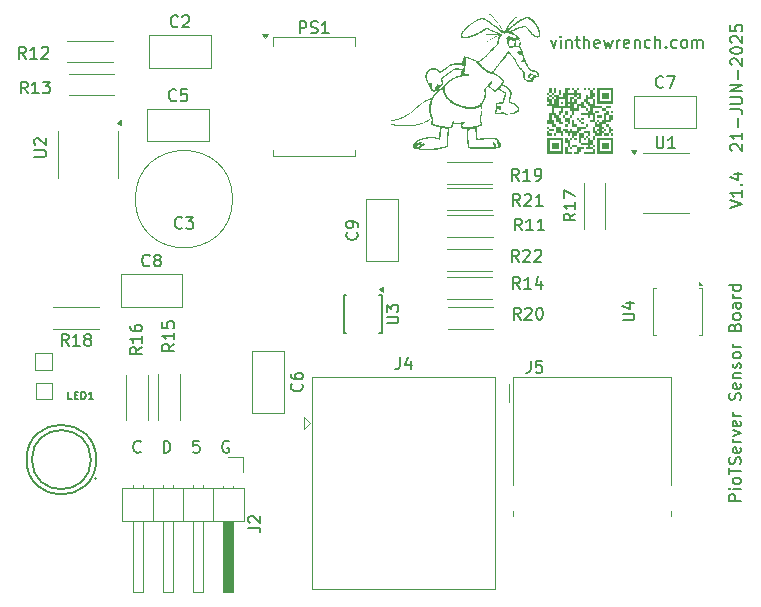
<source format=gto>
G04 #@! TF.GenerationSoftware,KiCad,Pcbnew,9.0.1*
G04 #@! TF.CreationDate,2025-06-21T16:03:48-05:00*
G04 #@! TF.ProjectId,rpi 1,72706920-312e-46b6-9963-61645f706362,rev?*
G04 #@! TF.SameCoordinates,Original*
G04 #@! TF.FileFunction,Legend,Top*
G04 #@! TF.FilePolarity,Positive*
%FSLAX46Y46*%
G04 Gerber Fmt 4.6, Leading zero omitted, Abs format (unit mm)*
G04 Created by KiCad (PCBNEW 9.0.1) date 2025-06-21 16:03:48*
%MOMM*%
%LPD*%
G01*
G04 APERTURE LIST*
%ADD10C,0.150000*%
%ADD11C,0.120000*%
%ADD12C,0.000000*%
%ADD13C,0.127000*%
G04 APERTURE END LIST*
D10*
X161019819Y-67246077D02*
X162019819Y-66912744D01*
X162019819Y-66912744D02*
X161019819Y-66579411D01*
X162019819Y-65722268D02*
X162019819Y-66293696D01*
X162019819Y-66007982D02*
X161019819Y-66007982D01*
X161019819Y-66007982D02*
X161162676Y-66103220D01*
X161162676Y-66103220D02*
X161257914Y-66198458D01*
X161257914Y-66198458D02*
X161305533Y-66293696D01*
X161924580Y-65293696D02*
X161972200Y-65246077D01*
X161972200Y-65246077D02*
X162019819Y-65293696D01*
X162019819Y-65293696D02*
X161972200Y-65341315D01*
X161972200Y-65341315D02*
X161924580Y-65293696D01*
X161924580Y-65293696D02*
X162019819Y-65293696D01*
X161353152Y-64388935D02*
X162019819Y-64388935D01*
X160972200Y-64627030D02*
X161686485Y-64865125D01*
X161686485Y-64865125D02*
X161686485Y-64246078D01*
X161115057Y-62388934D02*
X161067438Y-62341315D01*
X161067438Y-62341315D02*
X161019819Y-62246077D01*
X161019819Y-62246077D02*
X161019819Y-62007982D01*
X161019819Y-62007982D02*
X161067438Y-61912744D01*
X161067438Y-61912744D02*
X161115057Y-61865125D01*
X161115057Y-61865125D02*
X161210295Y-61817506D01*
X161210295Y-61817506D02*
X161305533Y-61817506D01*
X161305533Y-61817506D02*
X161448390Y-61865125D01*
X161448390Y-61865125D02*
X162019819Y-62436553D01*
X162019819Y-62436553D02*
X162019819Y-61817506D01*
X162019819Y-60865125D02*
X162019819Y-61436553D01*
X162019819Y-61150839D02*
X161019819Y-61150839D01*
X161019819Y-61150839D02*
X161162676Y-61246077D01*
X161162676Y-61246077D02*
X161257914Y-61341315D01*
X161257914Y-61341315D02*
X161305533Y-61436553D01*
X161638866Y-60436553D02*
X161638866Y-59674649D01*
X161019819Y-58912744D02*
X161734104Y-58912744D01*
X161734104Y-58912744D02*
X161876961Y-58960363D01*
X161876961Y-58960363D02*
X161972200Y-59055601D01*
X161972200Y-59055601D02*
X162019819Y-59198458D01*
X162019819Y-59198458D02*
X162019819Y-59293696D01*
X161019819Y-58436553D02*
X161829342Y-58436553D01*
X161829342Y-58436553D02*
X161924580Y-58388934D01*
X161924580Y-58388934D02*
X161972200Y-58341315D01*
X161972200Y-58341315D02*
X162019819Y-58246077D01*
X162019819Y-58246077D02*
X162019819Y-58055601D01*
X162019819Y-58055601D02*
X161972200Y-57960363D01*
X161972200Y-57960363D02*
X161924580Y-57912744D01*
X161924580Y-57912744D02*
X161829342Y-57865125D01*
X161829342Y-57865125D02*
X161019819Y-57865125D01*
X162019819Y-57388934D02*
X161019819Y-57388934D01*
X161019819Y-57388934D02*
X162019819Y-56817506D01*
X162019819Y-56817506D02*
X161019819Y-56817506D01*
X161638866Y-56341315D02*
X161638866Y-55579411D01*
X161115057Y-55150839D02*
X161067438Y-55103220D01*
X161067438Y-55103220D02*
X161019819Y-55007982D01*
X161019819Y-55007982D02*
X161019819Y-54769887D01*
X161019819Y-54769887D02*
X161067438Y-54674649D01*
X161067438Y-54674649D02*
X161115057Y-54627030D01*
X161115057Y-54627030D02*
X161210295Y-54579411D01*
X161210295Y-54579411D02*
X161305533Y-54579411D01*
X161305533Y-54579411D02*
X161448390Y-54627030D01*
X161448390Y-54627030D02*
X162019819Y-55198458D01*
X162019819Y-55198458D02*
X162019819Y-54579411D01*
X161019819Y-53960363D02*
X161019819Y-53865125D01*
X161019819Y-53865125D02*
X161067438Y-53769887D01*
X161067438Y-53769887D02*
X161115057Y-53722268D01*
X161115057Y-53722268D02*
X161210295Y-53674649D01*
X161210295Y-53674649D02*
X161400771Y-53627030D01*
X161400771Y-53627030D02*
X161638866Y-53627030D01*
X161638866Y-53627030D02*
X161829342Y-53674649D01*
X161829342Y-53674649D02*
X161924580Y-53722268D01*
X161924580Y-53722268D02*
X161972200Y-53769887D01*
X161972200Y-53769887D02*
X162019819Y-53865125D01*
X162019819Y-53865125D02*
X162019819Y-53960363D01*
X162019819Y-53960363D02*
X161972200Y-54055601D01*
X161972200Y-54055601D02*
X161924580Y-54103220D01*
X161924580Y-54103220D02*
X161829342Y-54150839D01*
X161829342Y-54150839D02*
X161638866Y-54198458D01*
X161638866Y-54198458D02*
X161400771Y-54198458D01*
X161400771Y-54198458D02*
X161210295Y-54150839D01*
X161210295Y-54150839D02*
X161115057Y-54103220D01*
X161115057Y-54103220D02*
X161067438Y-54055601D01*
X161067438Y-54055601D02*
X161019819Y-53960363D01*
X161115057Y-53246077D02*
X161067438Y-53198458D01*
X161067438Y-53198458D02*
X161019819Y-53103220D01*
X161019819Y-53103220D02*
X161019819Y-52865125D01*
X161019819Y-52865125D02*
X161067438Y-52769887D01*
X161067438Y-52769887D02*
X161115057Y-52722268D01*
X161115057Y-52722268D02*
X161210295Y-52674649D01*
X161210295Y-52674649D02*
X161305533Y-52674649D01*
X161305533Y-52674649D02*
X161448390Y-52722268D01*
X161448390Y-52722268D02*
X162019819Y-53293696D01*
X162019819Y-53293696D02*
X162019819Y-52674649D01*
X161019819Y-51769887D02*
X161019819Y-52246077D01*
X161019819Y-52246077D02*
X161496009Y-52293696D01*
X161496009Y-52293696D02*
X161448390Y-52246077D01*
X161448390Y-52246077D02*
X161400771Y-52150839D01*
X161400771Y-52150839D02*
X161400771Y-51912744D01*
X161400771Y-51912744D02*
X161448390Y-51817506D01*
X161448390Y-51817506D02*
X161496009Y-51769887D01*
X161496009Y-51769887D02*
X161591247Y-51722268D01*
X161591247Y-51722268D02*
X161829342Y-51722268D01*
X161829342Y-51722268D02*
X161924580Y-51769887D01*
X161924580Y-51769887D02*
X161972200Y-51817506D01*
X161972200Y-51817506D02*
X162019819Y-51912744D01*
X162019819Y-51912744D02*
X162019819Y-52150839D01*
X162019819Y-52150839D02*
X161972200Y-52246077D01*
X161972200Y-52246077D02*
X161924580Y-52293696D01*
X145801541Y-53023152D02*
X146039636Y-53689819D01*
X146039636Y-53689819D02*
X146277731Y-53023152D01*
X146658684Y-53689819D02*
X146658684Y-53023152D01*
X146658684Y-52689819D02*
X146611065Y-52737438D01*
X146611065Y-52737438D02*
X146658684Y-52785057D01*
X146658684Y-52785057D02*
X146706303Y-52737438D01*
X146706303Y-52737438D02*
X146658684Y-52689819D01*
X146658684Y-52689819D02*
X146658684Y-52785057D01*
X147134874Y-53023152D02*
X147134874Y-53689819D01*
X147134874Y-53118390D02*
X147182493Y-53070771D01*
X147182493Y-53070771D02*
X147277731Y-53023152D01*
X147277731Y-53023152D02*
X147420588Y-53023152D01*
X147420588Y-53023152D02*
X147515826Y-53070771D01*
X147515826Y-53070771D02*
X147563445Y-53166009D01*
X147563445Y-53166009D02*
X147563445Y-53689819D01*
X147896779Y-53023152D02*
X148277731Y-53023152D01*
X148039636Y-52689819D02*
X148039636Y-53546961D01*
X148039636Y-53546961D02*
X148087255Y-53642200D01*
X148087255Y-53642200D02*
X148182493Y-53689819D01*
X148182493Y-53689819D02*
X148277731Y-53689819D01*
X148611065Y-53689819D02*
X148611065Y-52689819D01*
X149039636Y-53689819D02*
X149039636Y-53166009D01*
X149039636Y-53166009D02*
X148992017Y-53070771D01*
X148992017Y-53070771D02*
X148896779Y-53023152D01*
X148896779Y-53023152D02*
X148753922Y-53023152D01*
X148753922Y-53023152D02*
X148658684Y-53070771D01*
X148658684Y-53070771D02*
X148611065Y-53118390D01*
X149896779Y-53642200D02*
X149801541Y-53689819D01*
X149801541Y-53689819D02*
X149611065Y-53689819D01*
X149611065Y-53689819D02*
X149515827Y-53642200D01*
X149515827Y-53642200D02*
X149468208Y-53546961D01*
X149468208Y-53546961D02*
X149468208Y-53166009D01*
X149468208Y-53166009D02*
X149515827Y-53070771D01*
X149515827Y-53070771D02*
X149611065Y-53023152D01*
X149611065Y-53023152D02*
X149801541Y-53023152D01*
X149801541Y-53023152D02*
X149896779Y-53070771D01*
X149896779Y-53070771D02*
X149944398Y-53166009D01*
X149944398Y-53166009D02*
X149944398Y-53261247D01*
X149944398Y-53261247D02*
X149468208Y-53356485D01*
X150277732Y-53023152D02*
X150468208Y-53689819D01*
X150468208Y-53689819D02*
X150658684Y-53213628D01*
X150658684Y-53213628D02*
X150849160Y-53689819D01*
X150849160Y-53689819D02*
X151039636Y-53023152D01*
X151420589Y-53689819D02*
X151420589Y-53023152D01*
X151420589Y-53213628D02*
X151468208Y-53118390D01*
X151468208Y-53118390D02*
X151515827Y-53070771D01*
X151515827Y-53070771D02*
X151611065Y-53023152D01*
X151611065Y-53023152D02*
X151706303Y-53023152D01*
X152420589Y-53642200D02*
X152325351Y-53689819D01*
X152325351Y-53689819D02*
X152134875Y-53689819D01*
X152134875Y-53689819D02*
X152039637Y-53642200D01*
X152039637Y-53642200D02*
X151992018Y-53546961D01*
X151992018Y-53546961D02*
X151992018Y-53166009D01*
X151992018Y-53166009D02*
X152039637Y-53070771D01*
X152039637Y-53070771D02*
X152134875Y-53023152D01*
X152134875Y-53023152D02*
X152325351Y-53023152D01*
X152325351Y-53023152D02*
X152420589Y-53070771D01*
X152420589Y-53070771D02*
X152468208Y-53166009D01*
X152468208Y-53166009D02*
X152468208Y-53261247D01*
X152468208Y-53261247D02*
X151992018Y-53356485D01*
X152896780Y-53023152D02*
X152896780Y-53689819D01*
X152896780Y-53118390D02*
X152944399Y-53070771D01*
X152944399Y-53070771D02*
X153039637Y-53023152D01*
X153039637Y-53023152D02*
X153182494Y-53023152D01*
X153182494Y-53023152D02*
X153277732Y-53070771D01*
X153277732Y-53070771D02*
X153325351Y-53166009D01*
X153325351Y-53166009D02*
X153325351Y-53689819D01*
X154230113Y-53642200D02*
X154134875Y-53689819D01*
X154134875Y-53689819D02*
X153944399Y-53689819D01*
X153944399Y-53689819D02*
X153849161Y-53642200D01*
X153849161Y-53642200D02*
X153801542Y-53594580D01*
X153801542Y-53594580D02*
X153753923Y-53499342D01*
X153753923Y-53499342D02*
X153753923Y-53213628D01*
X153753923Y-53213628D02*
X153801542Y-53118390D01*
X153801542Y-53118390D02*
X153849161Y-53070771D01*
X153849161Y-53070771D02*
X153944399Y-53023152D01*
X153944399Y-53023152D02*
X154134875Y-53023152D01*
X154134875Y-53023152D02*
X154230113Y-53070771D01*
X154658685Y-53689819D02*
X154658685Y-52689819D01*
X155087256Y-53689819D02*
X155087256Y-53166009D01*
X155087256Y-53166009D02*
X155039637Y-53070771D01*
X155039637Y-53070771D02*
X154944399Y-53023152D01*
X154944399Y-53023152D02*
X154801542Y-53023152D01*
X154801542Y-53023152D02*
X154706304Y-53070771D01*
X154706304Y-53070771D02*
X154658685Y-53118390D01*
X155563447Y-53594580D02*
X155611066Y-53642200D01*
X155611066Y-53642200D02*
X155563447Y-53689819D01*
X155563447Y-53689819D02*
X155515828Y-53642200D01*
X155515828Y-53642200D02*
X155563447Y-53594580D01*
X155563447Y-53594580D02*
X155563447Y-53689819D01*
X156468208Y-53642200D02*
X156372970Y-53689819D01*
X156372970Y-53689819D02*
X156182494Y-53689819D01*
X156182494Y-53689819D02*
X156087256Y-53642200D01*
X156087256Y-53642200D02*
X156039637Y-53594580D01*
X156039637Y-53594580D02*
X155992018Y-53499342D01*
X155992018Y-53499342D02*
X155992018Y-53213628D01*
X155992018Y-53213628D02*
X156039637Y-53118390D01*
X156039637Y-53118390D02*
X156087256Y-53070771D01*
X156087256Y-53070771D02*
X156182494Y-53023152D01*
X156182494Y-53023152D02*
X156372970Y-53023152D01*
X156372970Y-53023152D02*
X156468208Y-53070771D01*
X157039637Y-53689819D02*
X156944399Y-53642200D01*
X156944399Y-53642200D02*
X156896780Y-53594580D01*
X156896780Y-53594580D02*
X156849161Y-53499342D01*
X156849161Y-53499342D02*
X156849161Y-53213628D01*
X156849161Y-53213628D02*
X156896780Y-53118390D01*
X156896780Y-53118390D02*
X156944399Y-53070771D01*
X156944399Y-53070771D02*
X157039637Y-53023152D01*
X157039637Y-53023152D02*
X157182494Y-53023152D01*
X157182494Y-53023152D02*
X157277732Y-53070771D01*
X157277732Y-53070771D02*
X157325351Y-53118390D01*
X157325351Y-53118390D02*
X157372970Y-53213628D01*
X157372970Y-53213628D02*
X157372970Y-53499342D01*
X157372970Y-53499342D02*
X157325351Y-53594580D01*
X157325351Y-53594580D02*
X157277732Y-53642200D01*
X157277732Y-53642200D02*
X157182494Y-53689819D01*
X157182494Y-53689819D02*
X157039637Y-53689819D01*
X157801542Y-53689819D02*
X157801542Y-53023152D01*
X157801542Y-53118390D02*
X157849161Y-53070771D01*
X157849161Y-53070771D02*
X157944399Y-53023152D01*
X157944399Y-53023152D02*
X158087256Y-53023152D01*
X158087256Y-53023152D02*
X158182494Y-53070771D01*
X158182494Y-53070771D02*
X158230113Y-53166009D01*
X158230113Y-53166009D02*
X158230113Y-53689819D01*
X158230113Y-53166009D02*
X158277732Y-53070771D01*
X158277732Y-53070771D02*
X158372970Y-53023152D01*
X158372970Y-53023152D02*
X158515827Y-53023152D01*
X158515827Y-53023152D02*
X158611066Y-53070771D01*
X158611066Y-53070771D02*
X158658685Y-53166009D01*
X158658685Y-53166009D02*
X158658685Y-53689819D01*
X111080112Y-87874580D02*
X111032493Y-87922200D01*
X111032493Y-87922200D02*
X110889636Y-87969819D01*
X110889636Y-87969819D02*
X110794398Y-87969819D01*
X110794398Y-87969819D02*
X110651541Y-87922200D01*
X110651541Y-87922200D02*
X110556303Y-87826961D01*
X110556303Y-87826961D02*
X110508684Y-87731723D01*
X110508684Y-87731723D02*
X110461065Y-87541247D01*
X110461065Y-87541247D02*
X110461065Y-87398390D01*
X110461065Y-87398390D02*
X110508684Y-87207914D01*
X110508684Y-87207914D02*
X110556303Y-87112676D01*
X110556303Y-87112676D02*
X110651541Y-87017438D01*
X110651541Y-87017438D02*
X110794398Y-86969819D01*
X110794398Y-86969819D02*
X110889636Y-86969819D01*
X110889636Y-86969819D02*
X111032493Y-87017438D01*
X111032493Y-87017438D02*
X111080112Y-87065057D01*
X113032494Y-87969819D02*
X113032494Y-86969819D01*
X113032494Y-86969819D02*
X113270589Y-86969819D01*
X113270589Y-86969819D02*
X113413446Y-87017438D01*
X113413446Y-87017438D02*
X113508684Y-87112676D01*
X113508684Y-87112676D02*
X113556303Y-87207914D01*
X113556303Y-87207914D02*
X113603922Y-87398390D01*
X113603922Y-87398390D02*
X113603922Y-87541247D01*
X113603922Y-87541247D02*
X113556303Y-87731723D01*
X113556303Y-87731723D02*
X113508684Y-87826961D01*
X113508684Y-87826961D02*
X113413446Y-87922200D01*
X113413446Y-87922200D02*
X113270589Y-87969819D01*
X113270589Y-87969819D02*
X113032494Y-87969819D01*
X116032494Y-86969819D02*
X115556304Y-86969819D01*
X115556304Y-86969819D02*
X115508685Y-87446009D01*
X115508685Y-87446009D02*
X115556304Y-87398390D01*
X115556304Y-87398390D02*
X115651542Y-87350771D01*
X115651542Y-87350771D02*
X115889637Y-87350771D01*
X115889637Y-87350771D02*
X115984875Y-87398390D01*
X115984875Y-87398390D02*
X116032494Y-87446009D01*
X116032494Y-87446009D02*
X116080113Y-87541247D01*
X116080113Y-87541247D02*
X116080113Y-87779342D01*
X116080113Y-87779342D02*
X116032494Y-87874580D01*
X116032494Y-87874580D02*
X115984875Y-87922200D01*
X115984875Y-87922200D02*
X115889637Y-87969819D01*
X115889637Y-87969819D02*
X115651542Y-87969819D01*
X115651542Y-87969819D02*
X115556304Y-87922200D01*
X115556304Y-87922200D02*
X115508685Y-87874580D01*
X118556304Y-87017438D02*
X118461066Y-86969819D01*
X118461066Y-86969819D02*
X118318209Y-86969819D01*
X118318209Y-86969819D02*
X118175352Y-87017438D01*
X118175352Y-87017438D02*
X118080114Y-87112676D01*
X118080114Y-87112676D02*
X118032495Y-87207914D01*
X118032495Y-87207914D02*
X117984876Y-87398390D01*
X117984876Y-87398390D02*
X117984876Y-87541247D01*
X117984876Y-87541247D02*
X118032495Y-87731723D01*
X118032495Y-87731723D02*
X118080114Y-87826961D01*
X118080114Y-87826961D02*
X118175352Y-87922200D01*
X118175352Y-87922200D02*
X118318209Y-87969819D01*
X118318209Y-87969819D02*
X118413447Y-87969819D01*
X118413447Y-87969819D02*
X118556304Y-87922200D01*
X118556304Y-87922200D02*
X118603923Y-87874580D01*
X118603923Y-87874580D02*
X118603923Y-87541247D01*
X118603923Y-87541247D02*
X118413447Y-87541247D01*
X161894819Y-92038220D02*
X160894819Y-92038220D01*
X160894819Y-92038220D02*
X160894819Y-91657268D01*
X160894819Y-91657268D02*
X160942438Y-91562030D01*
X160942438Y-91562030D02*
X160990057Y-91514411D01*
X160990057Y-91514411D02*
X161085295Y-91466792D01*
X161085295Y-91466792D02*
X161228152Y-91466792D01*
X161228152Y-91466792D02*
X161323390Y-91514411D01*
X161323390Y-91514411D02*
X161371009Y-91562030D01*
X161371009Y-91562030D02*
X161418628Y-91657268D01*
X161418628Y-91657268D02*
X161418628Y-92038220D01*
X161894819Y-91038220D02*
X161228152Y-91038220D01*
X160894819Y-91038220D02*
X160942438Y-91085839D01*
X160942438Y-91085839D02*
X160990057Y-91038220D01*
X160990057Y-91038220D02*
X160942438Y-90990601D01*
X160942438Y-90990601D02*
X160894819Y-91038220D01*
X160894819Y-91038220D02*
X160990057Y-91038220D01*
X161894819Y-90419173D02*
X161847200Y-90514411D01*
X161847200Y-90514411D02*
X161799580Y-90562030D01*
X161799580Y-90562030D02*
X161704342Y-90609649D01*
X161704342Y-90609649D02*
X161418628Y-90609649D01*
X161418628Y-90609649D02*
X161323390Y-90562030D01*
X161323390Y-90562030D02*
X161275771Y-90514411D01*
X161275771Y-90514411D02*
X161228152Y-90419173D01*
X161228152Y-90419173D02*
X161228152Y-90276316D01*
X161228152Y-90276316D02*
X161275771Y-90181078D01*
X161275771Y-90181078D02*
X161323390Y-90133459D01*
X161323390Y-90133459D02*
X161418628Y-90085840D01*
X161418628Y-90085840D02*
X161704342Y-90085840D01*
X161704342Y-90085840D02*
X161799580Y-90133459D01*
X161799580Y-90133459D02*
X161847200Y-90181078D01*
X161847200Y-90181078D02*
X161894819Y-90276316D01*
X161894819Y-90276316D02*
X161894819Y-90419173D01*
X160894819Y-89800125D02*
X160894819Y-89228697D01*
X161894819Y-89514411D02*
X160894819Y-89514411D01*
X161847200Y-88942982D02*
X161894819Y-88800125D01*
X161894819Y-88800125D02*
X161894819Y-88562030D01*
X161894819Y-88562030D02*
X161847200Y-88466792D01*
X161847200Y-88466792D02*
X161799580Y-88419173D01*
X161799580Y-88419173D02*
X161704342Y-88371554D01*
X161704342Y-88371554D02*
X161609104Y-88371554D01*
X161609104Y-88371554D02*
X161513866Y-88419173D01*
X161513866Y-88419173D02*
X161466247Y-88466792D01*
X161466247Y-88466792D02*
X161418628Y-88562030D01*
X161418628Y-88562030D02*
X161371009Y-88752506D01*
X161371009Y-88752506D02*
X161323390Y-88847744D01*
X161323390Y-88847744D02*
X161275771Y-88895363D01*
X161275771Y-88895363D02*
X161180533Y-88942982D01*
X161180533Y-88942982D02*
X161085295Y-88942982D01*
X161085295Y-88942982D02*
X160990057Y-88895363D01*
X160990057Y-88895363D02*
X160942438Y-88847744D01*
X160942438Y-88847744D02*
X160894819Y-88752506D01*
X160894819Y-88752506D02*
X160894819Y-88514411D01*
X160894819Y-88514411D02*
X160942438Y-88371554D01*
X161847200Y-87562030D02*
X161894819Y-87657268D01*
X161894819Y-87657268D02*
X161894819Y-87847744D01*
X161894819Y-87847744D02*
X161847200Y-87942982D01*
X161847200Y-87942982D02*
X161751961Y-87990601D01*
X161751961Y-87990601D02*
X161371009Y-87990601D01*
X161371009Y-87990601D02*
X161275771Y-87942982D01*
X161275771Y-87942982D02*
X161228152Y-87847744D01*
X161228152Y-87847744D02*
X161228152Y-87657268D01*
X161228152Y-87657268D02*
X161275771Y-87562030D01*
X161275771Y-87562030D02*
X161371009Y-87514411D01*
X161371009Y-87514411D02*
X161466247Y-87514411D01*
X161466247Y-87514411D02*
X161561485Y-87990601D01*
X161894819Y-87085839D02*
X161228152Y-87085839D01*
X161418628Y-87085839D02*
X161323390Y-87038220D01*
X161323390Y-87038220D02*
X161275771Y-86990601D01*
X161275771Y-86990601D02*
X161228152Y-86895363D01*
X161228152Y-86895363D02*
X161228152Y-86800125D01*
X161228152Y-86562029D02*
X161894819Y-86323934D01*
X161894819Y-86323934D02*
X161228152Y-86085839D01*
X161847200Y-85323934D02*
X161894819Y-85419172D01*
X161894819Y-85419172D02*
X161894819Y-85609648D01*
X161894819Y-85609648D02*
X161847200Y-85704886D01*
X161847200Y-85704886D02*
X161751961Y-85752505D01*
X161751961Y-85752505D02*
X161371009Y-85752505D01*
X161371009Y-85752505D02*
X161275771Y-85704886D01*
X161275771Y-85704886D02*
X161228152Y-85609648D01*
X161228152Y-85609648D02*
X161228152Y-85419172D01*
X161228152Y-85419172D02*
X161275771Y-85323934D01*
X161275771Y-85323934D02*
X161371009Y-85276315D01*
X161371009Y-85276315D02*
X161466247Y-85276315D01*
X161466247Y-85276315D02*
X161561485Y-85752505D01*
X161894819Y-84847743D02*
X161228152Y-84847743D01*
X161418628Y-84847743D02*
X161323390Y-84800124D01*
X161323390Y-84800124D02*
X161275771Y-84752505D01*
X161275771Y-84752505D02*
X161228152Y-84657267D01*
X161228152Y-84657267D02*
X161228152Y-84562029D01*
X161847200Y-83514409D02*
X161894819Y-83371552D01*
X161894819Y-83371552D02*
X161894819Y-83133457D01*
X161894819Y-83133457D02*
X161847200Y-83038219D01*
X161847200Y-83038219D02*
X161799580Y-82990600D01*
X161799580Y-82990600D02*
X161704342Y-82942981D01*
X161704342Y-82942981D02*
X161609104Y-82942981D01*
X161609104Y-82942981D02*
X161513866Y-82990600D01*
X161513866Y-82990600D02*
X161466247Y-83038219D01*
X161466247Y-83038219D02*
X161418628Y-83133457D01*
X161418628Y-83133457D02*
X161371009Y-83323933D01*
X161371009Y-83323933D02*
X161323390Y-83419171D01*
X161323390Y-83419171D02*
X161275771Y-83466790D01*
X161275771Y-83466790D02*
X161180533Y-83514409D01*
X161180533Y-83514409D02*
X161085295Y-83514409D01*
X161085295Y-83514409D02*
X160990057Y-83466790D01*
X160990057Y-83466790D02*
X160942438Y-83419171D01*
X160942438Y-83419171D02*
X160894819Y-83323933D01*
X160894819Y-83323933D02*
X160894819Y-83085838D01*
X160894819Y-83085838D02*
X160942438Y-82942981D01*
X161847200Y-82133457D02*
X161894819Y-82228695D01*
X161894819Y-82228695D02*
X161894819Y-82419171D01*
X161894819Y-82419171D02*
X161847200Y-82514409D01*
X161847200Y-82514409D02*
X161751961Y-82562028D01*
X161751961Y-82562028D02*
X161371009Y-82562028D01*
X161371009Y-82562028D02*
X161275771Y-82514409D01*
X161275771Y-82514409D02*
X161228152Y-82419171D01*
X161228152Y-82419171D02*
X161228152Y-82228695D01*
X161228152Y-82228695D02*
X161275771Y-82133457D01*
X161275771Y-82133457D02*
X161371009Y-82085838D01*
X161371009Y-82085838D02*
X161466247Y-82085838D01*
X161466247Y-82085838D02*
X161561485Y-82562028D01*
X161228152Y-81657266D02*
X161894819Y-81657266D01*
X161323390Y-81657266D02*
X161275771Y-81609647D01*
X161275771Y-81609647D02*
X161228152Y-81514409D01*
X161228152Y-81514409D02*
X161228152Y-81371552D01*
X161228152Y-81371552D02*
X161275771Y-81276314D01*
X161275771Y-81276314D02*
X161371009Y-81228695D01*
X161371009Y-81228695D02*
X161894819Y-81228695D01*
X161847200Y-80800123D02*
X161894819Y-80704885D01*
X161894819Y-80704885D02*
X161894819Y-80514409D01*
X161894819Y-80514409D02*
X161847200Y-80419171D01*
X161847200Y-80419171D02*
X161751961Y-80371552D01*
X161751961Y-80371552D02*
X161704342Y-80371552D01*
X161704342Y-80371552D02*
X161609104Y-80419171D01*
X161609104Y-80419171D02*
X161561485Y-80514409D01*
X161561485Y-80514409D02*
X161561485Y-80657266D01*
X161561485Y-80657266D02*
X161513866Y-80752504D01*
X161513866Y-80752504D02*
X161418628Y-80800123D01*
X161418628Y-80800123D02*
X161371009Y-80800123D01*
X161371009Y-80800123D02*
X161275771Y-80752504D01*
X161275771Y-80752504D02*
X161228152Y-80657266D01*
X161228152Y-80657266D02*
X161228152Y-80514409D01*
X161228152Y-80514409D02*
X161275771Y-80419171D01*
X161894819Y-79800123D02*
X161847200Y-79895361D01*
X161847200Y-79895361D02*
X161799580Y-79942980D01*
X161799580Y-79942980D02*
X161704342Y-79990599D01*
X161704342Y-79990599D02*
X161418628Y-79990599D01*
X161418628Y-79990599D02*
X161323390Y-79942980D01*
X161323390Y-79942980D02*
X161275771Y-79895361D01*
X161275771Y-79895361D02*
X161228152Y-79800123D01*
X161228152Y-79800123D02*
X161228152Y-79657266D01*
X161228152Y-79657266D02*
X161275771Y-79562028D01*
X161275771Y-79562028D02*
X161323390Y-79514409D01*
X161323390Y-79514409D02*
X161418628Y-79466790D01*
X161418628Y-79466790D02*
X161704342Y-79466790D01*
X161704342Y-79466790D02*
X161799580Y-79514409D01*
X161799580Y-79514409D02*
X161847200Y-79562028D01*
X161847200Y-79562028D02*
X161894819Y-79657266D01*
X161894819Y-79657266D02*
X161894819Y-79800123D01*
X161894819Y-79038218D02*
X161228152Y-79038218D01*
X161418628Y-79038218D02*
X161323390Y-78990599D01*
X161323390Y-78990599D02*
X161275771Y-78942980D01*
X161275771Y-78942980D02*
X161228152Y-78847742D01*
X161228152Y-78847742D02*
X161228152Y-78752504D01*
X161371009Y-77323932D02*
X161418628Y-77181075D01*
X161418628Y-77181075D02*
X161466247Y-77133456D01*
X161466247Y-77133456D02*
X161561485Y-77085837D01*
X161561485Y-77085837D02*
X161704342Y-77085837D01*
X161704342Y-77085837D02*
X161799580Y-77133456D01*
X161799580Y-77133456D02*
X161847200Y-77181075D01*
X161847200Y-77181075D02*
X161894819Y-77276313D01*
X161894819Y-77276313D02*
X161894819Y-77657265D01*
X161894819Y-77657265D02*
X160894819Y-77657265D01*
X160894819Y-77657265D02*
X160894819Y-77323932D01*
X160894819Y-77323932D02*
X160942438Y-77228694D01*
X160942438Y-77228694D02*
X160990057Y-77181075D01*
X160990057Y-77181075D02*
X161085295Y-77133456D01*
X161085295Y-77133456D02*
X161180533Y-77133456D01*
X161180533Y-77133456D02*
X161275771Y-77181075D01*
X161275771Y-77181075D02*
X161323390Y-77228694D01*
X161323390Y-77228694D02*
X161371009Y-77323932D01*
X161371009Y-77323932D02*
X161371009Y-77657265D01*
X161894819Y-76514408D02*
X161847200Y-76609646D01*
X161847200Y-76609646D02*
X161799580Y-76657265D01*
X161799580Y-76657265D02*
X161704342Y-76704884D01*
X161704342Y-76704884D02*
X161418628Y-76704884D01*
X161418628Y-76704884D02*
X161323390Y-76657265D01*
X161323390Y-76657265D02*
X161275771Y-76609646D01*
X161275771Y-76609646D02*
X161228152Y-76514408D01*
X161228152Y-76514408D02*
X161228152Y-76371551D01*
X161228152Y-76371551D02*
X161275771Y-76276313D01*
X161275771Y-76276313D02*
X161323390Y-76228694D01*
X161323390Y-76228694D02*
X161418628Y-76181075D01*
X161418628Y-76181075D02*
X161704342Y-76181075D01*
X161704342Y-76181075D02*
X161799580Y-76228694D01*
X161799580Y-76228694D02*
X161847200Y-76276313D01*
X161847200Y-76276313D02*
X161894819Y-76371551D01*
X161894819Y-76371551D02*
X161894819Y-76514408D01*
X161894819Y-75323932D02*
X161371009Y-75323932D01*
X161371009Y-75323932D02*
X161275771Y-75371551D01*
X161275771Y-75371551D02*
X161228152Y-75466789D01*
X161228152Y-75466789D02*
X161228152Y-75657265D01*
X161228152Y-75657265D02*
X161275771Y-75752503D01*
X161847200Y-75323932D02*
X161894819Y-75419170D01*
X161894819Y-75419170D02*
X161894819Y-75657265D01*
X161894819Y-75657265D02*
X161847200Y-75752503D01*
X161847200Y-75752503D02*
X161751961Y-75800122D01*
X161751961Y-75800122D02*
X161656723Y-75800122D01*
X161656723Y-75800122D02*
X161561485Y-75752503D01*
X161561485Y-75752503D02*
X161513866Y-75657265D01*
X161513866Y-75657265D02*
X161513866Y-75419170D01*
X161513866Y-75419170D02*
X161466247Y-75323932D01*
X161894819Y-74847741D02*
X161228152Y-74847741D01*
X161418628Y-74847741D02*
X161323390Y-74800122D01*
X161323390Y-74800122D02*
X161275771Y-74752503D01*
X161275771Y-74752503D02*
X161228152Y-74657265D01*
X161228152Y-74657265D02*
X161228152Y-74562027D01*
X161894819Y-73800122D02*
X160894819Y-73800122D01*
X161847200Y-73800122D02*
X161894819Y-73895360D01*
X161894819Y-73895360D02*
X161894819Y-74085836D01*
X161894819Y-74085836D02*
X161847200Y-74181074D01*
X161847200Y-74181074D02*
X161799580Y-74228693D01*
X161799580Y-74228693D02*
X161704342Y-74276312D01*
X161704342Y-74276312D02*
X161418628Y-74276312D01*
X161418628Y-74276312D02*
X161323390Y-74228693D01*
X161323390Y-74228693D02*
X161275771Y-74181074D01*
X161275771Y-74181074D02*
X161228152Y-74085836D01*
X161228152Y-74085836D02*
X161228152Y-73895360D01*
X161228152Y-73895360D02*
X161275771Y-73800122D01*
X147894819Y-67722857D02*
X147418628Y-68056190D01*
X147894819Y-68294285D02*
X146894819Y-68294285D01*
X146894819Y-68294285D02*
X146894819Y-67913333D01*
X146894819Y-67913333D02*
X146942438Y-67818095D01*
X146942438Y-67818095D02*
X146990057Y-67770476D01*
X146990057Y-67770476D02*
X147085295Y-67722857D01*
X147085295Y-67722857D02*
X147228152Y-67722857D01*
X147228152Y-67722857D02*
X147323390Y-67770476D01*
X147323390Y-67770476D02*
X147371009Y-67818095D01*
X147371009Y-67818095D02*
X147418628Y-67913333D01*
X147418628Y-67913333D02*
X147418628Y-68294285D01*
X147894819Y-66770476D02*
X147894819Y-67341904D01*
X147894819Y-67056190D02*
X146894819Y-67056190D01*
X146894819Y-67056190D02*
X147037676Y-67151428D01*
X147037676Y-67151428D02*
X147132914Y-67246666D01*
X147132914Y-67246666D02*
X147180533Y-67341904D01*
X146894819Y-66437142D02*
X146894819Y-65770476D01*
X146894819Y-65770476D02*
X147894819Y-66199047D01*
X124709580Y-82141666D02*
X124757200Y-82189285D01*
X124757200Y-82189285D02*
X124804819Y-82332142D01*
X124804819Y-82332142D02*
X124804819Y-82427380D01*
X124804819Y-82427380D02*
X124757200Y-82570237D01*
X124757200Y-82570237D02*
X124661961Y-82665475D01*
X124661961Y-82665475D02*
X124566723Y-82713094D01*
X124566723Y-82713094D02*
X124376247Y-82760713D01*
X124376247Y-82760713D02*
X124233390Y-82760713D01*
X124233390Y-82760713D02*
X124042914Y-82713094D01*
X124042914Y-82713094D02*
X123947676Y-82665475D01*
X123947676Y-82665475D02*
X123852438Y-82570237D01*
X123852438Y-82570237D02*
X123804819Y-82427380D01*
X123804819Y-82427380D02*
X123804819Y-82332142D01*
X123804819Y-82332142D02*
X123852438Y-82189285D01*
X123852438Y-82189285D02*
X123900057Y-82141666D01*
X123804819Y-81284523D02*
X123804819Y-81474999D01*
X123804819Y-81474999D02*
X123852438Y-81570237D01*
X123852438Y-81570237D02*
X123900057Y-81617856D01*
X123900057Y-81617856D02*
X124042914Y-81713094D01*
X124042914Y-81713094D02*
X124233390Y-81760713D01*
X124233390Y-81760713D02*
X124614342Y-81760713D01*
X124614342Y-81760713D02*
X124709580Y-81713094D01*
X124709580Y-81713094D02*
X124757200Y-81665475D01*
X124757200Y-81665475D02*
X124804819Y-81570237D01*
X124804819Y-81570237D02*
X124804819Y-81379761D01*
X124804819Y-81379761D02*
X124757200Y-81284523D01*
X124757200Y-81284523D02*
X124709580Y-81236904D01*
X124709580Y-81236904D02*
X124614342Y-81189285D01*
X124614342Y-81189285D02*
X124376247Y-81189285D01*
X124376247Y-81189285D02*
X124281009Y-81236904D01*
X124281009Y-81236904D02*
X124233390Y-81284523D01*
X124233390Y-81284523D02*
X124185771Y-81379761D01*
X124185771Y-81379761D02*
X124185771Y-81570237D01*
X124185771Y-81570237D02*
X124233390Y-81665475D01*
X124233390Y-81665475D02*
X124281009Y-81713094D01*
X124281009Y-81713094D02*
X124376247Y-81760713D01*
X155323333Y-56979580D02*
X155275714Y-57027200D01*
X155275714Y-57027200D02*
X155132857Y-57074819D01*
X155132857Y-57074819D02*
X155037619Y-57074819D01*
X155037619Y-57074819D02*
X154894762Y-57027200D01*
X154894762Y-57027200D02*
X154799524Y-56931961D01*
X154799524Y-56931961D02*
X154751905Y-56836723D01*
X154751905Y-56836723D02*
X154704286Y-56646247D01*
X154704286Y-56646247D02*
X154704286Y-56503390D01*
X154704286Y-56503390D02*
X154751905Y-56312914D01*
X154751905Y-56312914D02*
X154799524Y-56217676D01*
X154799524Y-56217676D02*
X154894762Y-56122438D01*
X154894762Y-56122438D02*
X155037619Y-56074819D01*
X155037619Y-56074819D02*
X155132857Y-56074819D01*
X155132857Y-56074819D02*
X155275714Y-56122438D01*
X155275714Y-56122438D02*
X155323333Y-56170057D01*
X155656667Y-56074819D02*
X156323333Y-56074819D01*
X156323333Y-56074819D02*
X155894762Y-57074819D01*
X124535714Y-52459819D02*
X124535714Y-51459819D01*
X124535714Y-51459819D02*
X124916666Y-51459819D01*
X124916666Y-51459819D02*
X125011904Y-51507438D01*
X125011904Y-51507438D02*
X125059523Y-51555057D01*
X125059523Y-51555057D02*
X125107142Y-51650295D01*
X125107142Y-51650295D02*
X125107142Y-51793152D01*
X125107142Y-51793152D02*
X125059523Y-51888390D01*
X125059523Y-51888390D02*
X125011904Y-51936009D01*
X125011904Y-51936009D02*
X124916666Y-51983628D01*
X124916666Y-51983628D02*
X124535714Y-51983628D01*
X125488095Y-52412200D02*
X125630952Y-52459819D01*
X125630952Y-52459819D02*
X125869047Y-52459819D01*
X125869047Y-52459819D02*
X125964285Y-52412200D01*
X125964285Y-52412200D02*
X126011904Y-52364580D01*
X126011904Y-52364580D02*
X126059523Y-52269342D01*
X126059523Y-52269342D02*
X126059523Y-52174104D01*
X126059523Y-52174104D02*
X126011904Y-52078866D01*
X126011904Y-52078866D02*
X125964285Y-52031247D01*
X125964285Y-52031247D02*
X125869047Y-51983628D01*
X125869047Y-51983628D02*
X125678571Y-51936009D01*
X125678571Y-51936009D02*
X125583333Y-51888390D01*
X125583333Y-51888390D02*
X125535714Y-51840771D01*
X125535714Y-51840771D02*
X125488095Y-51745533D01*
X125488095Y-51745533D02*
X125488095Y-51650295D01*
X125488095Y-51650295D02*
X125535714Y-51555057D01*
X125535714Y-51555057D02*
X125583333Y-51507438D01*
X125583333Y-51507438D02*
X125678571Y-51459819D01*
X125678571Y-51459819D02*
X125916666Y-51459819D01*
X125916666Y-51459819D02*
X126059523Y-51507438D01*
X127011904Y-52459819D02*
X126440476Y-52459819D01*
X126726190Y-52459819D02*
X126726190Y-51459819D01*
X126726190Y-51459819D02*
X126630952Y-51602676D01*
X126630952Y-51602676D02*
X126535714Y-51697914D01*
X126535714Y-51697914D02*
X126440476Y-51745533D01*
X113924819Y-78752857D02*
X113448628Y-79086190D01*
X113924819Y-79324285D02*
X112924819Y-79324285D01*
X112924819Y-79324285D02*
X112924819Y-78943333D01*
X112924819Y-78943333D02*
X112972438Y-78848095D01*
X112972438Y-78848095D02*
X113020057Y-78800476D01*
X113020057Y-78800476D02*
X113115295Y-78752857D01*
X113115295Y-78752857D02*
X113258152Y-78752857D01*
X113258152Y-78752857D02*
X113353390Y-78800476D01*
X113353390Y-78800476D02*
X113401009Y-78848095D01*
X113401009Y-78848095D02*
X113448628Y-78943333D01*
X113448628Y-78943333D02*
X113448628Y-79324285D01*
X113924819Y-77800476D02*
X113924819Y-78371904D01*
X113924819Y-78086190D02*
X112924819Y-78086190D01*
X112924819Y-78086190D02*
X113067676Y-78181428D01*
X113067676Y-78181428D02*
X113162914Y-78276666D01*
X113162914Y-78276666D02*
X113210533Y-78371904D01*
X112924819Y-76895714D02*
X112924819Y-77371904D01*
X112924819Y-77371904D02*
X113401009Y-77419523D01*
X113401009Y-77419523D02*
X113353390Y-77371904D01*
X113353390Y-77371904D02*
X113305771Y-77276666D01*
X113305771Y-77276666D02*
X113305771Y-77038571D01*
X113305771Y-77038571D02*
X113353390Y-76943333D01*
X113353390Y-76943333D02*
X113401009Y-76895714D01*
X113401009Y-76895714D02*
X113496247Y-76848095D01*
X113496247Y-76848095D02*
X113734342Y-76848095D01*
X113734342Y-76848095D02*
X113829580Y-76895714D01*
X113829580Y-76895714D02*
X113877200Y-76943333D01*
X113877200Y-76943333D02*
X113924819Y-77038571D01*
X113924819Y-77038571D02*
X113924819Y-77276666D01*
X113924819Y-77276666D02*
X113877200Y-77371904D01*
X113877200Y-77371904D02*
X113829580Y-77419523D01*
X101357142Y-54604819D02*
X101023809Y-54128628D01*
X100785714Y-54604819D02*
X100785714Y-53604819D01*
X100785714Y-53604819D02*
X101166666Y-53604819D01*
X101166666Y-53604819D02*
X101261904Y-53652438D01*
X101261904Y-53652438D02*
X101309523Y-53700057D01*
X101309523Y-53700057D02*
X101357142Y-53795295D01*
X101357142Y-53795295D02*
X101357142Y-53938152D01*
X101357142Y-53938152D02*
X101309523Y-54033390D01*
X101309523Y-54033390D02*
X101261904Y-54081009D01*
X101261904Y-54081009D02*
X101166666Y-54128628D01*
X101166666Y-54128628D02*
X100785714Y-54128628D01*
X102309523Y-54604819D02*
X101738095Y-54604819D01*
X102023809Y-54604819D02*
X102023809Y-53604819D01*
X102023809Y-53604819D02*
X101928571Y-53747676D01*
X101928571Y-53747676D02*
X101833333Y-53842914D01*
X101833333Y-53842914D02*
X101738095Y-53890533D01*
X102690476Y-53700057D02*
X102738095Y-53652438D01*
X102738095Y-53652438D02*
X102833333Y-53604819D01*
X102833333Y-53604819D02*
X103071428Y-53604819D01*
X103071428Y-53604819D02*
X103166666Y-53652438D01*
X103166666Y-53652438D02*
X103214285Y-53700057D01*
X103214285Y-53700057D02*
X103261904Y-53795295D01*
X103261904Y-53795295D02*
X103261904Y-53890533D01*
X103261904Y-53890533D02*
X103214285Y-54033390D01*
X103214285Y-54033390D02*
X102642857Y-54604819D01*
X102642857Y-54604819D02*
X103261904Y-54604819D01*
X144106666Y-80204819D02*
X144106666Y-80919104D01*
X144106666Y-80919104D02*
X144059047Y-81061961D01*
X144059047Y-81061961D02*
X143963809Y-81157200D01*
X143963809Y-81157200D02*
X143820952Y-81204819D01*
X143820952Y-81204819D02*
X143725714Y-81204819D01*
X145059047Y-80204819D02*
X144582857Y-80204819D01*
X144582857Y-80204819D02*
X144535238Y-80681009D01*
X144535238Y-80681009D02*
X144582857Y-80633390D01*
X144582857Y-80633390D02*
X144678095Y-80585771D01*
X144678095Y-80585771D02*
X144916190Y-80585771D01*
X144916190Y-80585771D02*
X145011428Y-80633390D01*
X145011428Y-80633390D02*
X145059047Y-80681009D01*
X145059047Y-80681009D02*
X145106666Y-80776247D01*
X145106666Y-80776247D02*
X145106666Y-81014342D01*
X145106666Y-81014342D02*
X145059047Y-81109580D01*
X145059047Y-81109580D02*
X145011428Y-81157200D01*
X145011428Y-81157200D02*
X144916190Y-81204819D01*
X144916190Y-81204819D02*
X144678095Y-81204819D01*
X144678095Y-81204819D02*
X144582857Y-81157200D01*
X144582857Y-81157200D02*
X144535238Y-81109580D01*
X111833333Y-72109580D02*
X111785714Y-72157200D01*
X111785714Y-72157200D02*
X111642857Y-72204819D01*
X111642857Y-72204819D02*
X111547619Y-72204819D01*
X111547619Y-72204819D02*
X111404762Y-72157200D01*
X111404762Y-72157200D02*
X111309524Y-72061961D01*
X111309524Y-72061961D02*
X111261905Y-71966723D01*
X111261905Y-71966723D02*
X111214286Y-71776247D01*
X111214286Y-71776247D02*
X111214286Y-71633390D01*
X111214286Y-71633390D02*
X111261905Y-71442914D01*
X111261905Y-71442914D02*
X111309524Y-71347676D01*
X111309524Y-71347676D02*
X111404762Y-71252438D01*
X111404762Y-71252438D02*
X111547619Y-71204819D01*
X111547619Y-71204819D02*
X111642857Y-71204819D01*
X111642857Y-71204819D02*
X111785714Y-71252438D01*
X111785714Y-71252438D02*
X111833333Y-71300057D01*
X112404762Y-71633390D02*
X112309524Y-71585771D01*
X112309524Y-71585771D02*
X112261905Y-71538152D01*
X112261905Y-71538152D02*
X112214286Y-71442914D01*
X112214286Y-71442914D02*
X112214286Y-71395295D01*
X112214286Y-71395295D02*
X112261905Y-71300057D01*
X112261905Y-71300057D02*
X112309524Y-71252438D01*
X112309524Y-71252438D02*
X112404762Y-71204819D01*
X112404762Y-71204819D02*
X112595238Y-71204819D01*
X112595238Y-71204819D02*
X112690476Y-71252438D01*
X112690476Y-71252438D02*
X112738095Y-71300057D01*
X112738095Y-71300057D02*
X112785714Y-71395295D01*
X112785714Y-71395295D02*
X112785714Y-71442914D01*
X112785714Y-71442914D02*
X112738095Y-71538152D01*
X112738095Y-71538152D02*
X112690476Y-71585771D01*
X112690476Y-71585771D02*
X112595238Y-71633390D01*
X112595238Y-71633390D02*
X112404762Y-71633390D01*
X112404762Y-71633390D02*
X112309524Y-71681009D01*
X112309524Y-71681009D02*
X112261905Y-71728628D01*
X112261905Y-71728628D02*
X112214286Y-71823866D01*
X112214286Y-71823866D02*
X112214286Y-72014342D01*
X112214286Y-72014342D02*
X112261905Y-72109580D01*
X112261905Y-72109580D02*
X112309524Y-72157200D01*
X112309524Y-72157200D02*
X112404762Y-72204819D01*
X112404762Y-72204819D02*
X112595238Y-72204819D01*
X112595238Y-72204819D02*
X112690476Y-72157200D01*
X112690476Y-72157200D02*
X112738095Y-72109580D01*
X112738095Y-72109580D02*
X112785714Y-72014342D01*
X112785714Y-72014342D02*
X112785714Y-71823866D01*
X112785714Y-71823866D02*
X112738095Y-71728628D01*
X112738095Y-71728628D02*
X112690476Y-71681009D01*
X112690476Y-71681009D02*
X112595238Y-71633390D01*
X114083333Y-58109580D02*
X114035714Y-58157200D01*
X114035714Y-58157200D02*
X113892857Y-58204819D01*
X113892857Y-58204819D02*
X113797619Y-58204819D01*
X113797619Y-58204819D02*
X113654762Y-58157200D01*
X113654762Y-58157200D02*
X113559524Y-58061961D01*
X113559524Y-58061961D02*
X113511905Y-57966723D01*
X113511905Y-57966723D02*
X113464286Y-57776247D01*
X113464286Y-57776247D02*
X113464286Y-57633390D01*
X113464286Y-57633390D02*
X113511905Y-57442914D01*
X113511905Y-57442914D02*
X113559524Y-57347676D01*
X113559524Y-57347676D02*
X113654762Y-57252438D01*
X113654762Y-57252438D02*
X113797619Y-57204819D01*
X113797619Y-57204819D02*
X113892857Y-57204819D01*
X113892857Y-57204819D02*
X114035714Y-57252438D01*
X114035714Y-57252438D02*
X114083333Y-57300057D01*
X114988095Y-57204819D02*
X114511905Y-57204819D01*
X114511905Y-57204819D02*
X114464286Y-57681009D01*
X114464286Y-57681009D02*
X114511905Y-57633390D01*
X114511905Y-57633390D02*
X114607143Y-57585771D01*
X114607143Y-57585771D02*
X114845238Y-57585771D01*
X114845238Y-57585771D02*
X114940476Y-57633390D01*
X114940476Y-57633390D02*
X114988095Y-57681009D01*
X114988095Y-57681009D02*
X115035714Y-57776247D01*
X115035714Y-57776247D02*
X115035714Y-58014342D01*
X115035714Y-58014342D02*
X114988095Y-58109580D01*
X114988095Y-58109580D02*
X114940476Y-58157200D01*
X114940476Y-58157200D02*
X114845238Y-58204819D01*
X114845238Y-58204819D02*
X114607143Y-58204819D01*
X114607143Y-58204819D02*
X114511905Y-58157200D01*
X114511905Y-58157200D02*
X114464286Y-58109580D01*
X120204819Y-94318333D02*
X120919104Y-94318333D01*
X120919104Y-94318333D02*
X121061961Y-94365952D01*
X121061961Y-94365952D02*
X121157200Y-94461190D01*
X121157200Y-94461190D02*
X121204819Y-94604047D01*
X121204819Y-94604047D02*
X121204819Y-94699285D01*
X120300057Y-93889761D02*
X120252438Y-93842142D01*
X120252438Y-93842142D02*
X120204819Y-93746904D01*
X120204819Y-93746904D02*
X120204819Y-93508809D01*
X120204819Y-93508809D02*
X120252438Y-93413571D01*
X120252438Y-93413571D02*
X120300057Y-93365952D01*
X120300057Y-93365952D02*
X120395295Y-93318333D01*
X120395295Y-93318333D02*
X120490533Y-93318333D01*
X120490533Y-93318333D02*
X120633390Y-93365952D01*
X120633390Y-93365952D02*
X121204819Y-93937380D01*
X121204819Y-93937380D02*
X121204819Y-93318333D01*
X143097142Y-71784819D02*
X142763809Y-71308628D01*
X142525714Y-71784819D02*
X142525714Y-70784819D01*
X142525714Y-70784819D02*
X142906666Y-70784819D01*
X142906666Y-70784819D02*
X143001904Y-70832438D01*
X143001904Y-70832438D02*
X143049523Y-70880057D01*
X143049523Y-70880057D02*
X143097142Y-70975295D01*
X143097142Y-70975295D02*
X143097142Y-71118152D01*
X143097142Y-71118152D02*
X143049523Y-71213390D01*
X143049523Y-71213390D02*
X143001904Y-71261009D01*
X143001904Y-71261009D02*
X142906666Y-71308628D01*
X142906666Y-71308628D02*
X142525714Y-71308628D01*
X143478095Y-70880057D02*
X143525714Y-70832438D01*
X143525714Y-70832438D02*
X143620952Y-70784819D01*
X143620952Y-70784819D02*
X143859047Y-70784819D01*
X143859047Y-70784819D02*
X143954285Y-70832438D01*
X143954285Y-70832438D02*
X144001904Y-70880057D01*
X144001904Y-70880057D02*
X144049523Y-70975295D01*
X144049523Y-70975295D02*
X144049523Y-71070533D01*
X144049523Y-71070533D02*
X144001904Y-71213390D01*
X144001904Y-71213390D02*
X143430476Y-71784819D01*
X143430476Y-71784819D02*
X144049523Y-71784819D01*
X144430476Y-70880057D02*
X144478095Y-70832438D01*
X144478095Y-70832438D02*
X144573333Y-70784819D01*
X144573333Y-70784819D02*
X144811428Y-70784819D01*
X144811428Y-70784819D02*
X144906666Y-70832438D01*
X144906666Y-70832438D02*
X144954285Y-70880057D01*
X144954285Y-70880057D02*
X145001904Y-70975295D01*
X145001904Y-70975295D02*
X145001904Y-71070533D01*
X145001904Y-71070533D02*
X144954285Y-71213390D01*
X144954285Y-71213390D02*
X144382857Y-71784819D01*
X144382857Y-71784819D02*
X145001904Y-71784819D01*
X143187142Y-74084819D02*
X142853809Y-73608628D01*
X142615714Y-74084819D02*
X142615714Y-73084819D01*
X142615714Y-73084819D02*
X142996666Y-73084819D01*
X142996666Y-73084819D02*
X143091904Y-73132438D01*
X143091904Y-73132438D02*
X143139523Y-73180057D01*
X143139523Y-73180057D02*
X143187142Y-73275295D01*
X143187142Y-73275295D02*
X143187142Y-73418152D01*
X143187142Y-73418152D02*
X143139523Y-73513390D01*
X143139523Y-73513390D02*
X143091904Y-73561009D01*
X143091904Y-73561009D02*
X142996666Y-73608628D01*
X142996666Y-73608628D02*
X142615714Y-73608628D01*
X144139523Y-74084819D02*
X143568095Y-74084819D01*
X143853809Y-74084819D02*
X143853809Y-73084819D01*
X143853809Y-73084819D02*
X143758571Y-73227676D01*
X143758571Y-73227676D02*
X143663333Y-73322914D01*
X143663333Y-73322914D02*
X143568095Y-73370533D01*
X144996666Y-73418152D02*
X144996666Y-74084819D01*
X144758571Y-73037200D02*
X144520476Y-73751485D01*
X144520476Y-73751485D02*
X145139523Y-73751485D01*
X143357142Y-69154819D02*
X143023809Y-68678628D01*
X142785714Y-69154819D02*
X142785714Y-68154819D01*
X142785714Y-68154819D02*
X143166666Y-68154819D01*
X143166666Y-68154819D02*
X143261904Y-68202438D01*
X143261904Y-68202438D02*
X143309523Y-68250057D01*
X143309523Y-68250057D02*
X143357142Y-68345295D01*
X143357142Y-68345295D02*
X143357142Y-68488152D01*
X143357142Y-68488152D02*
X143309523Y-68583390D01*
X143309523Y-68583390D02*
X143261904Y-68631009D01*
X143261904Y-68631009D02*
X143166666Y-68678628D01*
X143166666Y-68678628D02*
X142785714Y-68678628D01*
X144309523Y-69154819D02*
X143738095Y-69154819D01*
X144023809Y-69154819D02*
X144023809Y-68154819D01*
X144023809Y-68154819D02*
X143928571Y-68297676D01*
X143928571Y-68297676D02*
X143833333Y-68392914D01*
X143833333Y-68392914D02*
X143738095Y-68440533D01*
X145261904Y-69154819D02*
X144690476Y-69154819D01*
X144976190Y-69154819D02*
X144976190Y-68154819D01*
X144976190Y-68154819D02*
X144880952Y-68297676D01*
X144880952Y-68297676D02*
X144785714Y-68392914D01*
X144785714Y-68392914D02*
X144690476Y-68440533D01*
X114233333Y-51859580D02*
X114185714Y-51907200D01*
X114185714Y-51907200D02*
X114042857Y-51954819D01*
X114042857Y-51954819D02*
X113947619Y-51954819D01*
X113947619Y-51954819D02*
X113804762Y-51907200D01*
X113804762Y-51907200D02*
X113709524Y-51811961D01*
X113709524Y-51811961D02*
X113661905Y-51716723D01*
X113661905Y-51716723D02*
X113614286Y-51526247D01*
X113614286Y-51526247D02*
X113614286Y-51383390D01*
X113614286Y-51383390D02*
X113661905Y-51192914D01*
X113661905Y-51192914D02*
X113709524Y-51097676D01*
X113709524Y-51097676D02*
X113804762Y-51002438D01*
X113804762Y-51002438D02*
X113947619Y-50954819D01*
X113947619Y-50954819D02*
X114042857Y-50954819D01*
X114042857Y-50954819D02*
X114185714Y-51002438D01*
X114185714Y-51002438D02*
X114233333Y-51050057D01*
X114614286Y-51050057D02*
X114661905Y-51002438D01*
X114661905Y-51002438D02*
X114757143Y-50954819D01*
X114757143Y-50954819D02*
X114995238Y-50954819D01*
X114995238Y-50954819D02*
X115090476Y-51002438D01*
X115090476Y-51002438D02*
X115138095Y-51050057D01*
X115138095Y-51050057D02*
X115185714Y-51145295D01*
X115185714Y-51145295D02*
X115185714Y-51240533D01*
X115185714Y-51240533D02*
X115138095Y-51383390D01*
X115138095Y-51383390D02*
X114566667Y-51954819D01*
X114566667Y-51954819D02*
X115185714Y-51954819D01*
X104982142Y-78924819D02*
X104648809Y-78448628D01*
X104410714Y-78924819D02*
X104410714Y-77924819D01*
X104410714Y-77924819D02*
X104791666Y-77924819D01*
X104791666Y-77924819D02*
X104886904Y-77972438D01*
X104886904Y-77972438D02*
X104934523Y-78020057D01*
X104934523Y-78020057D02*
X104982142Y-78115295D01*
X104982142Y-78115295D02*
X104982142Y-78258152D01*
X104982142Y-78258152D02*
X104934523Y-78353390D01*
X104934523Y-78353390D02*
X104886904Y-78401009D01*
X104886904Y-78401009D02*
X104791666Y-78448628D01*
X104791666Y-78448628D02*
X104410714Y-78448628D01*
X105934523Y-78924819D02*
X105363095Y-78924819D01*
X105648809Y-78924819D02*
X105648809Y-77924819D01*
X105648809Y-77924819D02*
X105553571Y-78067676D01*
X105553571Y-78067676D02*
X105458333Y-78162914D01*
X105458333Y-78162914D02*
X105363095Y-78210533D01*
X106505952Y-78353390D02*
X106410714Y-78305771D01*
X106410714Y-78305771D02*
X106363095Y-78258152D01*
X106363095Y-78258152D02*
X106315476Y-78162914D01*
X106315476Y-78162914D02*
X106315476Y-78115295D01*
X106315476Y-78115295D02*
X106363095Y-78020057D01*
X106363095Y-78020057D02*
X106410714Y-77972438D01*
X106410714Y-77972438D02*
X106505952Y-77924819D01*
X106505952Y-77924819D02*
X106696428Y-77924819D01*
X106696428Y-77924819D02*
X106791666Y-77972438D01*
X106791666Y-77972438D02*
X106839285Y-78020057D01*
X106839285Y-78020057D02*
X106886904Y-78115295D01*
X106886904Y-78115295D02*
X106886904Y-78162914D01*
X106886904Y-78162914D02*
X106839285Y-78258152D01*
X106839285Y-78258152D02*
X106791666Y-78305771D01*
X106791666Y-78305771D02*
X106696428Y-78353390D01*
X106696428Y-78353390D02*
X106505952Y-78353390D01*
X106505952Y-78353390D02*
X106410714Y-78401009D01*
X106410714Y-78401009D02*
X106363095Y-78448628D01*
X106363095Y-78448628D02*
X106315476Y-78543866D01*
X106315476Y-78543866D02*
X106315476Y-78734342D01*
X106315476Y-78734342D02*
X106363095Y-78829580D01*
X106363095Y-78829580D02*
X106410714Y-78877200D01*
X106410714Y-78877200D02*
X106505952Y-78924819D01*
X106505952Y-78924819D02*
X106696428Y-78924819D01*
X106696428Y-78924819D02*
X106791666Y-78877200D01*
X106791666Y-78877200D02*
X106839285Y-78829580D01*
X106839285Y-78829580D02*
X106886904Y-78734342D01*
X106886904Y-78734342D02*
X106886904Y-78543866D01*
X106886904Y-78543866D02*
X106839285Y-78448628D01*
X106839285Y-78448628D02*
X106791666Y-78401009D01*
X106791666Y-78401009D02*
X106696428Y-78353390D01*
X102079819Y-62911904D02*
X102889342Y-62911904D01*
X102889342Y-62911904D02*
X102984580Y-62864285D01*
X102984580Y-62864285D02*
X103032200Y-62816666D01*
X103032200Y-62816666D02*
X103079819Y-62721428D01*
X103079819Y-62721428D02*
X103079819Y-62530952D01*
X103079819Y-62530952D02*
X103032200Y-62435714D01*
X103032200Y-62435714D02*
X102984580Y-62388095D01*
X102984580Y-62388095D02*
X102889342Y-62340476D01*
X102889342Y-62340476D02*
X102079819Y-62340476D01*
X102175057Y-61911904D02*
X102127438Y-61864285D01*
X102127438Y-61864285D02*
X102079819Y-61769047D01*
X102079819Y-61769047D02*
X102079819Y-61530952D01*
X102079819Y-61530952D02*
X102127438Y-61435714D01*
X102127438Y-61435714D02*
X102175057Y-61388095D01*
X102175057Y-61388095D02*
X102270295Y-61340476D01*
X102270295Y-61340476D02*
X102365533Y-61340476D01*
X102365533Y-61340476D02*
X102508390Y-61388095D01*
X102508390Y-61388095D02*
X103079819Y-61959523D01*
X103079819Y-61959523D02*
X103079819Y-61340476D01*
X143247142Y-76694819D02*
X142913809Y-76218628D01*
X142675714Y-76694819D02*
X142675714Y-75694819D01*
X142675714Y-75694819D02*
X143056666Y-75694819D01*
X143056666Y-75694819D02*
X143151904Y-75742438D01*
X143151904Y-75742438D02*
X143199523Y-75790057D01*
X143199523Y-75790057D02*
X143247142Y-75885295D01*
X143247142Y-75885295D02*
X143247142Y-76028152D01*
X143247142Y-76028152D02*
X143199523Y-76123390D01*
X143199523Y-76123390D02*
X143151904Y-76171009D01*
X143151904Y-76171009D02*
X143056666Y-76218628D01*
X143056666Y-76218628D02*
X142675714Y-76218628D01*
X143628095Y-75790057D02*
X143675714Y-75742438D01*
X143675714Y-75742438D02*
X143770952Y-75694819D01*
X143770952Y-75694819D02*
X144009047Y-75694819D01*
X144009047Y-75694819D02*
X144104285Y-75742438D01*
X144104285Y-75742438D02*
X144151904Y-75790057D01*
X144151904Y-75790057D02*
X144199523Y-75885295D01*
X144199523Y-75885295D02*
X144199523Y-75980533D01*
X144199523Y-75980533D02*
X144151904Y-76123390D01*
X144151904Y-76123390D02*
X143580476Y-76694819D01*
X143580476Y-76694819D02*
X144199523Y-76694819D01*
X144818571Y-75694819D02*
X144913809Y-75694819D01*
X144913809Y-75694819D02*
X145009047Y-75742438D01*
X145009047Y-75742438D02*
X145056666Y-75790057D01*
X145056666Y-75790057D02*
X145104285Y-75885295D01*
X145104285Y-75885295D02*
X145151904Y-76075771D01*
X145151904Y-76075771D02*
X145151904Y-76313866D01*
X145151904Y-76313866D02*
X145104285Y-76504342D01*
X145104285Y-76504342D02*
X145056666Y-76599580D01*
X145056666Y-76599580D02*
X145009047Y-76647200D01*
X145009047Y-76647200D02*
X144913809Y-76694819D01*
X144913809Y-76694819D02*
X144818571Y-76694819D01*
X144818571Y-76694819D02*
X144723333Y-76647200D01*
X144723333Y-76647200D02*
X144675714Y-76599580D01*
X144675714Y-76599580D02*
X144628095Y-76504342D01*
X144628095Y-76504342D02*
X144580476Y-76313866D01*
X144580476Y-76313866D02*
X144580476Y-76075771D01*
X144580476Y-76075771D02*
X144628095Y-75885295D01*
X144628095Y-75885295D02*
X144675714Y-75790057D01*
X144675714Y-75790057D02*
X144723333Y-75742438D01*
X144723333Y-75742438D02*
X144818571Y-75694819D01*
X143207142Y-67064819D02*
X142873809Y-66588628D01*
X142635714Y-67064819D02*
X142635714Y-66064819D01*
X142635714Y-66064819D02*
X143016666Y-66064819D01*
X143016666Y-66064819D02*
X143111904Y-66112438D01*
X143111904Y-66112438D02*
X143159523Y-66160057D01*
X143159523Y-66160057D02*
X143207142Y-66255295D01*
X143207142Y-66255295D02*
X143207142Y-66398152D01*
X143207142Y-66398152D02*
X143159523Y-66493390D01*
X143159523Y-66493390D02*
X143111904Y-66541009D01*
X143111904Y-66541009D02*
X143016666Y-66588628D01*
X143016666Y-66588628D02*
X142635714Y-66588628D01*
X143588095Y-66160057D02*
X143635714Y-66112438D01*
X143635714Y-66112438D02*
X143730952Y-66064819D01*
X143730952Y-66064819D02*
X143969047Y-66064819D01*
X143969047Y-66064819D02*
X144064285Y-66112438D01*
X144064285Y-66112438D02*
X144111904Y-66160057D01*
X144111904Y-66160057D02*
X144159523Y-66255295D01*
X144159523Y-66255295D02*
X144159523Y-66350533D01*
X144159523Y-66350533D02*
X144111904Y-66493390D01*
X144111904Y-66493390D02*
X143540476Y-67064819D01*
X143540476Y-67064819D02*
X144159523Y-67064819D01*
X145111904Y-67064819D02*
X144540476Y-67064819D01*
X144826190Y-67064819D02*
X144826190Y-66064819D01*
X144826190Y-66064819D02*
X144730952Y-66207676D01*
X144730952Y-66207676D02*
X144635714Y-66302914D01*
X144635714Y-66302914D02*
X144540476Y-66350533D01*
X111184819Y-79022857D02*
X110708628Y-79356190D01*
X111184819Y-79594285D02*
X110184819Y-79594285D01*
X110184819Y-79594285D02*
X110184819Y-79213333D01*
X110184819Y-79213333D02*
X110232438Y-79118095D01*
X110232438Y-79118095D02*
X110280057Y-79070476D01*
X110280057Y-79070476D02*
X110375295Y-79022857D01*
X110375295Y-79022857D02*
X110518152Y-79022857D01*
X110518152Y-79022857D02*
X110613390Y-79070476D01*
X110613390Y-79070476D02*
X110661009Y-79118095D01*
X110661009Y-79118095D02*
X110708628Y-79213333D01*
X110708628Y-79213333D02*
X110708628Y-79594285D01*
X111184819Y-78070476D02*
X111184819Y-78641904D01*
X111184819Y-78356190D02*
X110184819Y-78356190D01*
X110184819Y-78356190D02*
X110327676Y-78451428D01*
X110327676Y-78451428D02*
X110422914Y-78546666D01*
X110422914Y-78546666D02*
X110470533Y-78641904D01*
X110184819Y-77213333D02*
X110184819Y-77403809D01*
X110184819Y-77403809D02*
X110232438Y-77499047D01*
X110232438Y-77499047D02*
X110280057Y-77546666D01*
X110280057Y-77546666D02*
X110422914Y-77641904D01*
X110422914Y-77641904D02*
X110613390Y-77689523D01*
X110613390Y-77689523D02*
X110994342Y-77689523D01*
X110994342Y-77689523D02*
X111089580Y-77641904D01*
X111089580Y-77641904D02*
X111137200Y-77594285D01*
X111137200Y-77594285D02*
X111184819Y-77499047D01*
X111184819Y-77499047D02*
X111184819Y-77308571D01*
X111184819Y-77308571D02*
X111137200Y-77213333D01*
X111137200Y-77213333D02*
X111089580Y-77165714D01*
X111089580Y-77165714D02*
X110994342Y-77118095D01*
X110994342Y-77118095D02*
X110756247Y-77118095D01*
X110756247Y-77118095D02*
X110661009Y-77165714D01*
X110661009Y-77165714D02*
X110613390Y-77213333D01*
X110613390Y-77213333D02*
X110565771Y-77308571D01*
X110565771Y-77308571D02*
X110565771Y-77499047D01*
X110565771Y-77499047D02*
X110613390Y-77594285D01*
X110613390Y-77594285D02*
X110661009Y-77641904D01*
X110661009Y-77641904D02*
X110756247Y-77689523D01*
X129384580Y-69316666D02*
X129432200Y-69364285D01*
X129432200Y-69364285D02*
X129479819Y-69507142D01*
X129479819Y-69507142D02*
X129479819Y-69602380D01*
X129479819Y-69602380D02*
X129432200Y-69745237D01*
X129432200Y-69745237D02*
X129336961Y-69840475D01*
X129336961Y-69840475D02*
X129241723Y-69888094D01*
X129241723Y-69888094D02*
X129051247Y-69935713D01*
X129051247Y-69935713D02*
X128908390Y-69935713D01*
X128908390Y-69935713D02*
X128717914Y-69888094D01*
X128717914Y-69888094D02*
X128622676Y-69840475D01*
X128622676Y-69840475D02*
X128527438Y-69745237D01*
X128527438Y-69745237D02*
X128479819Y-69602380D01*
X128479819Y-69602380D02*
X128479819Y-69507142D01*
X128479819Y-69507142D02*
X128527438Y-69364285D01*
X128527438Y-69364285D02*
X128575057Y-69316666D01*
X129479819Y-68840475D02*
X129479819Y-68649999D01*
X129479819Y-68649999D02*
X129432200Y-68554761D01*
X129432200Y-68554761D02*
X129384580Y-68507142D01*
X129384580Y-68507142D02*
X129241723Y-68411904D01*
X129241723Y-68411904D02*
X129051247Y-68364285D01*
X129051247Y-68364285D02*
X128670295Y-68364285D01*
X128670295Y-68364285D02*
X128575057Y-68411904D01*
X128575057Y-68411904D02*
X128527438Y-68459523D01*
X128527438Y-68459523D02*
X128479819Y-68554761D01*
X128479819Y-68554761D02*
X128479819Y-68745237D01*
X128479819Y-68745237D02*
X128527438Y-68840475D01*
X128527438Y-68840475D02*
X128575057Y-68888094D01*
X128575057Y-68888094D02*
X128670295Y-68935713D01*
X128670295Y-68935713D02*
X128908390Y-68935713D01*
X128908390Y-68935713D02*
X129003628Y-68888094D01*
X129003628Y-68888094D02*
X129051247Y-68840475D01*
X129051247Y-68840475D02*
X129098866Y-68745237D01*
X129098866Y-68745237D02*
X129098866Y-68554761D01*
X129098866Y-68554761D02*
X129051247Y-68459523D01*
X129051247Y-68459523D02*
X129003628Y-68411904D01*
X129003628Y-68411904D02*
X128908390Y-68364285D01*
X131904819Y-77011904D02*
X132714342Y-77011904D01*
X132714342Y-77011904D02*
X132809580Y-76964285D01*
X132809580Y-76964285D02*
X132857200Y-76916666D01*
X132857200Y-76916666D02*
X132904819Y-76821428D01*
X132904819Y-76821428D02*
X132904819Y-76630952D01*
X132904819Y-76630952D02*
X132857200Y-76535714D01*
X132857200Y-76535714D02*
X132809580Y-76488095D01*
X132809580Y-76488095D02*
X132714342Y-76440476D01*
X132714342Y-76440476D02*
X131904819Y-76440476D01*
X131904819Y-76059523D02*
X131904819Y-75440476D01*
X131904819Y-75440476D02*
X132285771Y-75773809D01*
X132285771Y-75773809D02*
X132285771Y-75630952D01*
X132285771Y-75630952D02*
X132333390Y-75535714D01*
X132333390Y-75535714D02*
X132381009Y-75488095D01*
X132381009Y-75488095D02*
X132476247Y-75440476D01*
X132476247Y-75440476D02*
X132714342Y-75440476D01*
X132714342Y-75440476D02*
X132809580Y-75488095D01*
X132809580Y-75488095D02*
X132857200Y-75535714D01*
X132857200Y-75535714D02*
X132904819Y-75630952D01*
X132904819Y-75630952D02*
X132904819Y-75916666D01*
X132904819Y-75916666D02*
X132857200Y-76011904D01*
X132857200Y-76011904D02*
X132809580Y-76059523D01*
X101507142Y-57554819D02*
X101173809Y-57078628D01*
X100935714Y-57554819D02*
X100935714Y-56554819D01*
X100935714Y-56554819D02*
X101316666Y-56554819D01*
X101316666Y-56554819D02*
X101411904Y-56602438D01*
X101411904Y-56602438D02*
X101459523Y-56650057D01*
X101459523Y-56650057D02*
X101507142Y-56745295D01*
X101507142Y-56745295D02*
X101507142Y-56888152D01*
X101507142Y-56888152D02*
X101459523Y-56983390D01*
X101459523Y-56983390D02*
X101411904Y-57031009D01*
X101411904Y-57031009D02*
X101316666Y-57078628D01*
X101316666Y-57078628D02*
X100935714Y-57078628D01*
X102459523Y-57554819D02*
X101888095Y-57554819D01*
X102173809Y-57554819D02*
X102173809Y-56554819D01*
X102173809Y-56554819D02*
X102078571Y-56697676D01*
X102078571Y-56697676D02*
X101983333Y-56792914D01*
X101983333Y-56792914D02*
X101888095Y-56840533D01*
X102792857Y-56554819D02*
X103411904Y-56554819D01*
X103411904Y-56554819D02*
X103078571Y-56935771D01*
X103078571Y-56935771D02*
X103221428Y-56935771D01*
X103221428Y-56935771D02*
X103316666Y-56983390D01*
X103316666Y-56983390D02*
X103364285Y-57031009D01*
X103364285Y-57031009D02*
X103411904Y-57126247D01*
X103411904Y-57126247D02*
X103411904Y-57364342D01*
X103411904Y-57364342D02*
X103364285Y-57459580D01*
X103364285Y-57459580D02*
X103316666Y-57507200D01*
X103316666Y-57507200D02*
X103221428Y-57554819D01*
X103221428Y-57554819D02*
X102935714Y-57554819D01*
X102935714Y-57554819D02*
X102840476Y-57507200D01*
X102840476Y-57507200D02*
X102792857Y-57459580D01*
X151884819Y-76776904D02*
X152694342Y-76776904D01*
X152694342Y-76776904D02*
X152789580Y-76729285D01*
X152789580Y-76729285D02*
X152837200Y-76681666D01*
X152837200Y-76681666D02*
X152884819Y-76586428D01*
X152884819Y-76586428D02*
X152884819Y-76395952D01*
X152884819Y-76395952D02*
X152837200Y-76300714D01*
X152837200Y-76300714D02*
X152789580Y-76253095D01*
X152789580Y-76253095D02*
X152694342Y-76205476D01*
X152694342Y-76205476D02*
X151884819Y-76205476D01*
X152218152Y-75300714D02*
X152884819Y-75300714D01*
X151837200Y-75538809D02*
X152551485Y-75776904D01*
X152551485Y-75776904D02*
X152551485Y-75157857D01*
X114583333Y-68909580D02*
X114535714Y-68957200D01*
X114535714Y-68957200D02*
X114392857Y-69004819D01*
X114392857Y-69004819D02*
X114297619Y-69004819D01*
X114297619Y-69004819D02*
X114154762Y-68957200D01*
X114154762Y-68957200D02*
X114059524Y-68861961D01*
X114059524Y-68861961D02*
X114011905Y-68766723D01*
X114011905Y-68766723D02*
X113964286Y-68576247D01*
X113964286Y-68576247D02*
X113964286Y-68433390D01*
X113964286Y-68433390D02*
X114011905Y-68242914D01*
X114011905Y-68242914D02*
X114059524Y-68147676D01*
X114059524Y-68147676D02*
X114154762Y-68052438D01*
X114154762Y-68052438D02*
X114297619Y-68004819D01*
X114297619Y-68004819D02*
X114392857Y-68004819D01*
X114392857Y-68004819D02*
X114535714Y-68052438D01*
X114535714Y-68052438D02*
X114583333Y-68100057D01*
X114916667Y-68004819D02*
X115535714Y-68004819D01*
X115535714Y-68004819D02*
X115202381Y-68385771D01*
X115202381Y-68385771D02*
X115345238Y-68385771D01*
X115345238Y-68385771D02*
X115440476Y-68433390D01*
X115440476Y-68433390D02*
X115488095Y-68481009D01*
X115488095Y-68481009D02*
X115535714Y-68576247D01*
X115535714Y-68576247D02*
X115535714Y-68814342D01*
X115535714Y-68814342D02*
X115488095Y-68909580D01*
X115488095Y-68909580D02*
X115440476Y-68957200D01*
X115440476Y-68957200D02*
X115345238Y-69004819D01*
X115345238Y-69004819D02*
X115059524Y-69004819D01*
X115059524Y-69004819D02*
X114964286Y-68957200D01*
X114964286Y-68957200D02*
X114916667Y-68909580D01*
X154763095Y-61189819D02*
X154763095Y-61999342D01*
X154763095Y-61999342D02*
X154810714Y-62094580D01*
X154810714Y-62094580D02*
X154858333Y-62142200D01*
X154858333Y-62142200D02*
X154953571Y-62189819D01*
X154953571Y-62189819D02*
X155144047Y-62189819D01*
X155144047Y-62189819D02*
X155239285Y-62142200D01*
X155239285Y-62142200D02*
X155286904Y-62094580D01*
X155286904Y-62094580D02*
X155334523Y-61999342D01*
X155334523Y-61999342D02*
X155334523Y-61189819D01*
X156334523Y-62189819D02*
X155763095Y-62189819D01*
X156048809Y-62189819D02*
X156048809Y-61189819D01*
X156048809Y-61189819D02*
X155953571Y-61332676D01*
X155953571Y-61332676D02*
X155858333Y-61427914D01*
X155858333Y-61427914D02*
X155763095Y-61475533D01*
X105272442Y-83438842D02*
X104967098Y-83438842D01*
X104967098Y-83438842D02*
X104967098Y-82797620D01*
X105486182Y-83102964D02*
X105699923Y-83102964D01*
X105791526Y-83438842D02*
X105486182Y-83438842D01*
X105486182Y-83438842D02*
X105486182Y-82797620D01*
X105486182Y-82797620D02*
X105791526Y-82797620D01*
X106066335Y-83438842D02*
X106066335Y-82797620D01*
X106066335Y-82797620D02*
X106219007Y-82797620D01*
X106219007Y-82797620D02*
X106310610Y-82828154D01*
X106310610Y-82828154D02*
X106371679Y-82889223D01*
X106371679Y-82889223D02*
X106402214Y-82950292D01*
X106402214Y-82950292D02*
X106432748Y-83072429D01*
X106432748Y-83072429D02*
X106432748Y-83164032D01*
X106432748Y-83164032D02*
X106402214Y-83286170D01*
X106402214Y-83286170D02*
X106371679Y-83347239D01*
X106371679Y-83347239D02*
X106310610Y-83408308D01*
X106310610Y-83408308D02*
X106219007Y-83438842D01*
X106219007Y-83438842D02*
X106066335Y-83438842D01*
X107043436Y-83438842D02*
X106677023Y-83438842D01*
X106860229Y-83438842D02*
X106860229Y-82797620D01*
X106860229Y-82797620D02*
X106799161Y-82889223D01*
X106799161Y-82889223D02*
X106738092Y-82950292D01*
X106738092Y-82950292D02*
X106677023Y-82980826D01*
X143107142Y-64934819D02*
X142773809Y-64458628D01*
X142535714Y-64934819D02*
X142535714Y-63934819D01*
X142535714Y-63934819D02*
X142916666Y-63934819D01*
X142916666Y-63934819D02*
X143011904Y-63982438D01*
X143011904Y-63982438D02*
X143059523Y-64030057D01*
X143059523Y-64030057D02*
X143107142Y-64125295D01*
X143107142Y-64125295D02*
X143107142Y-64268152D01*
X143107142Y-64268152D02*
X143059523Y-64363390D01*
X143059523Y-64363390D02*
X143011904Y-64411009D01*
X143011904Y-64411009D02*
X142916666Y-64458628D01*
X142916666Y-64458628D02*
X142535714Y-64458628D01*
X144059523Y-64934819D02*
X143488095Y-64934819D01*
X143773809Y-64934819D02*
X143773809Y-63934819D01*
X143773809Y-63934819D02*
X143678571Y-64077676D01*
X143678571Y-64077676D02*
X143583333Y-64172914D01*
X143583333Y-64172914D02*
X143488095Y-64220533D01*
X144535714Y-64934819D02*
X144726190Y-64934819D01*
X144726190Y-64934819D02*
X144821428Y-64887200D01*
X144821428Y-64887200D02*
X144869047Y-64839580D01*
X144869047Y-64839580D02*
X144964285Y-64696723D01*
X144964285Y-64696723D02*
X145011904Y-64506247D01*
X145011904Y-64506247D02*
X145011904Y-64125295D01*
X145011904Y-64125295D02*
X144964285Y-64030057D01*
X144964285Y-64030057D02*
X144916666Y-63982438D01*
X144916666Y-63982438D02*
X144821428Y-63934819D01*
X144821428Y-63934819D02*
X144630952Y-63934819D01*
X144630952Y-63934819D02*
X144535714Y-63982438D01*
X144535714Y-63982438D02*
X144488095Y-64030057D01*
X144488095Y-64030057D02*
X144440476Y-64125295D01*
X144440476Y-64125295D02*
X144440476Y-64363390D01*
X144440476Y-64363390D02*
X144488095Y-64458628D01*
X144488095Y-64458628D02*
X144535714Y-64506247D01*
X144535714Y-64506247D02*
X144630952Y-64553866D01*
X144630952Y-64553866D02*
X144821428Y-64553866D01*
X144821428Y-64553866D02*
X144916666Y-64506247D01*
X144916666Y-64506247D02*
X144964285Y-64458628D01*
X144964285Y-64458628D02*
X145011904Y-64363390D01*
X133029166Y-79904819D02*
X133029166Y-80619104D01*
X133029166Y-80619104D02*
X132981547Y-80761961D01*
X132981547Y-80761961D02*
X132886309Y-80857200D01*
X132886309Y-80857200D02*
X132743452Y-80904819D01*
X132743452Y-80904819D02*
X132648214Y-80904819D01*
X133933928Y-80238152D02*
X133933928Y-80904819D01*
X133695833Y-79857200D02*
X133457738Y-80571485D01*
X133457738Y-80571485D02*
X134076785Y-80571485D01*
D11*
X148580000Y-69000000D02*
X148580000Y-65160000D01*
X150420000Y-69000000D02*
X150420000Y-65160000D01*
X102160000Y-79540000D02*
X103560000Y-79540000D01*
X102160000Y-80940000D02*
X102160000Y-79540000D01*
X103560000Y-79540000D02*
X103560000Y-80940000D01*
X103560000Y-80940000D02*
X102160000Y-80940000D01*
X120480000Y-79355000D02*
X120480000Y-84595000D01*
X123220000Y-79355000D02*
X120480000Y-79355000D01*
X123220000Y-79355000D02*
X123220000Y-84595000D01*
X123220000Y-84595000D02*
X120480000Y-84595000D01*
X152870000Y-57750000D02*
X152870000Y-60490000D01*
X152870000Y-57750000D02*
X158110000Y-57750000D01*
X152870000Y-60490000D02*
X158110000Y-60490000D01*
X158110000Y-57750000D02*
X158110000Y-60490000D01*
X122250000Y-53550000D02*
X122250000Y-52790000D01*
X122280000Y-62310000D02*
X122280000Y-62830000D01*
X122280000Y-62830000D02*
X129220000Y-62830000D01*
X129220000Y-52790000D02*
X122250000Y-52790000D01*
X129220000Y-53550000D02*
X129220000Y-52790000D01*
X129220000Y-62830000D02*
X129220000Y-62310000D01*
X121625000Y-52835000D02*
X121385000Y-52505000D01*
X121865000Y-52505000D01*
X121625000Y-52835000D01*
G36*
X121625000Y-52835000D02*
G01*
X121385000Y-52505000D01*
X121865000Y-52505000D01*
X121625000Y-52835000D01*
G37*
X112580000Y-81330000D02*
X112580000Y-85170000D01*
X114420000Y-81330000D02*
X114420000Y-85170000D01*
X108720000Y-53080000D02*
X104880000Y-53080000D01*
X108720000Y-54920000D02*
X104880000Y-54920000D01*
X142260000Y-83680000D02*
X142260000Y-82150000D01*
X142570000Y-81570000D02*
X155990000Y-81570000D01*
X142570000Y-90700000D02*
X142570000Y-81570000D01*
X142570000Y-93360000D02*
X142570000Y-92900000D01*
X155990000Y-81570000D02*
X155990000Y-90700000D01*
X155990000Y-93360000D02*
X155990000Y-92900000D01*
X109380000Y-72880000D02*
X109380000Y-75620000D01*
X109380000Y-72880000D02*
X114620000Y-72880000D01*
X109380000Y-75620000D02*
X114620000Y-75620000D01*
X114620000Y-72880000D02*
X114620000Y-75620000D01*
X111630000Y-58880000D02*
X111630000Y-61620000D01*
X111630000Y-58880000D02*
X116870000Y-58880000D01*
X111630000Y-61620000D02*
X116870000Y-61620000D01*
X116870000Y-58880000D02*
X116870000Y-61620000D01*
D12*
G36*
X145692273Y-60457273D02*
G01*
X145692273Y-60553485D01*
X145596061Y-60553485D01*
X145499849Y-60553485D01*
X145499849Y-60457273D01*
X145499849Y-60361061D01*
X145596061Y-60361061D01*
X145692273Y-60361061D01*
X145692273Y-60457273D01*
G37*
G36*
X146077122Y-57955758D02*
G01*
X146077122Y-58051970D01*
X145980910Y-58051970D01*
X145884697Y-58051970D01*
X145884697Y-57955758D01*
X145884697Y-57859546D01*
X145980910Y-57859546D01*
X146077122Y-57859546D01*
X146077122Y-57955758D01*
G37*
G36*
X146461970Y-61996667D02*
G01*
X146461970Y-62285304D01*
X146173334Y-62285304D01*
X145884697Y-62285304D01*
X145884697Y-61996667D01*
X145884697Y-61708031D01*
X146173334Y-61708031D01*
X146461970Y-61708031D01*
X146461970Y-61996667D01*
G37*
G36*
X146846819Y-58340607D02*
G01*
X146846819Y-58436819D01*
X146750607Y-58436819D01*
X146654394Y-58436819D01*
X146654394Y-58340607D01*
X146654394Y-58244394D01*
X146750607Y-58244394D01*
X146846819Y-58244394D01*
X146846819Y-58340607D01*
G37*
G36*
X147808940Y-57186061D02*
G01*
X147808940Y-57282273D01*
X147712728Y-57282273D01*
X147616516Y-57282273D01*
X147616516Y-57186061D01*
X147616516Y-57089849D01*
X147712728Y-57089849D01*
X147808940Y-57089849D01*
X147808940Y-57186061D01*
G37*
G36*
X148193788Y-59687576D02*
G01*
X148193788Y-59783788D01*
X148097576Y-59783788D01*
X148001364Y-59783788D01*
X148001364Y-59687576D01*
X148001364Y-59591364D01*
X148097576Y-59591364D01*
X148193788Y-59591364D01*
X148193788Y-59687576D01*
G37*
G36*
X148578637Y-60072425D02*
G01*
X148578637Y-60168637D01*
X148482425Y-60168637D01*
X148386213Y-60168637D01*
X148386213Y-60072425D01*
X148386213Y-59976213D01*
X148482425Y-59976213D01*
X148578637Y-59976213D01*
X148578637Y-60072425D01*
G37*
G36*
X148771061Y-57186061D02*
G01*
X148771061Y-57282273D01*
X148674849Y-57282273D01*
X148578637Y-57282273D01*
X148578637Y-57186061D01*
X148578637Y-57089849D01*
X148674849Y-57089849D01*
X148771061Y-57089849D01*
X148771061Y-57186061D01*
G37*
G36*
X148963485Y-58917879D02*
G01*
X148963485Y-59014091D01*
X148867273Y-59014091D01*
X148771061Y-59014091D01*
X148771061Y-58917879D01*
X148771061Y-58821667D01*
X148867273Y-58821667D01*
X148963485Y-58821667D01*
X148963485Y-58917879D01*
G37*
G36*
X148963485Y-60264849D02*
G01*
X148963485Y-60361061D01*
X148867273Y-60361061D01*
X148771061Y-60361061D01*
X148771061Y-60264849D01*
X148771061Y-60168637D01*
X148867273Y-60168637D01*
X148963485Y-60168637D01*
X148963485Y-60264849D01*
G37*
G36*
X149155910Y-57186061D02*
G01*
X149155910Y-57282273D01*
X149059697Y-57282273D01*
X148963485Y-57282273D01*
X148963485Y-57186061D01*
X148963485Y-57089849D01*
X149059697Y-57089849D01*
X149155910Y-57089849D01*
X149155910Y-57186061D01*
G37*
G36*
X149925607Y-59110304D02*
G01*
X149925607Y-59206516D01*
X149733182Y-59206516D01*
X149540758Y-59206516D01*
X149540758Y-59110304D01*
X149540758Y-59014091D01*
X149733182Y-59014091D01*
X149925607Y-59014091D01*
X149925607Y-59110304D01*
G37*
G36*
X150118031Y-59495152D02*
G01*
X150118031Y-59591364D01*
X149925607Y-59591364D01*
X149733182Y-59591364D01*
X149733182Y-59495152D01*
X149733182Y-59398940D01*
X149925607Y-59398940D01*
X150118031Y-59398940D01*
X150118031Y-59495152D01*
G37*
G36*
X149925607Y-59880000D02*
G01*
X149925607Y-59976213D01*
X149829394Y-59976213D01*
X149733182Y-59976213D01*
X149733182Y-59880000D01*
X149733182Y-59783788D01*
X149829394Y-59783788D01*
X149925607Y-59783788D01*
X149925607Y-59880000D01*
G37*
G36*
X150695304Y-57763334D02*
G01*
X150695304Y-58051970D01*
X150406667Y-58051970D01*
X150118031Y-58051970D01*
X150118031Y-57763334D01*
X150118031Y-57474697D01*
X150406667Y-57474697D01*
X150695304Y-57474697D01*
X150695304Y-57763334D01*
G37*
G36*
X150695304Y-61996667D02*
G01*
X150695304Y-62285304D01*
X150406667Y-62285304D01*
X150118031Y-62285304D01*
X150118031Y-61996667D01*
X150118031Y-61708031D01*
X150406667Y-61708031D01*
X150695304Y-61708031D01*
X150695304Y-61996667D01*
G37*
G36*
X150502879Y-60649697D02*
G01*
X150502879Y-60745910D01*
X150406667Y-60745910D01*
X150310455Y-60745910D01*
X150310455Y-60649697D01*
X150310455Y-60553485D01*
X150406667Y-60553485D01*
X150502879Y-60553485D01*
X150502879Y-60649697D01*
G37*
G36*
X151080152Y-59110304D02*
G01*
X151080152Y-59206516D01*
X150983940Y-59206516D01*
X150887728Y-59206516D01*
X150887728Y-59110304D01*
X150887728Y-59014091D01*
X150983940Y-59014091D01*
X151080152Y-59014091D01*
X151080152Y-59110304D01*
G37*
G36*
X147808940Y-59976213D02*
G01*
X147808940Y-60168637D01*
X147905152Y-60168637D01*
X148001364Y-60168637D01*
X148001364Y-60264849D01*
X148001364Y-60361061D01*
X147808940Y-60361061D01*
X147616516Y-60361061D01*
X147616516Y-60072425D01*
X147616516Y-59783788D01*
X147712728Y-59783788D01*
X147808940Y-59783788D01*
X147808940Y-59976213D01*
G37*
G36*
X149540758Y-62477728D02*
G01*
X149540758Y-62670152D01*
X149059697Y-62670152D01*
X148578637Y-62670152D01*
X148578637Y-62573940D01*
X148578637Y-62477728D01*
X148963485Y-62477728D01*
X149348334Y-62477728D01*
X149348334Y-62381516D01*
X149348334Y-62285304D01*
X149444546Y-62285304D01*
X149540758Y-62285304D01*
X149540758Y-62477728D01*
G37*
G36*
X147231667Y-59206516D02*
G01*
X147231667Y-59398940D01*
X147135455Y-59398940D01*
X147039243Y-59398940D01*
X147039243Y-59495152D01*
X147039243Y-59591364D01*
X146943031Y-59591364D01*
X146846819Y-59591364D01*
X146846819Y-59495152D01*
X146846819Y-59398940D01*
X146943031Y-59398940D01*
X147039243Y-59398940D01*
X147039243Y-59206516D01*
X147039243Y-59014091D01*
X147135455Y-59014091D01*
X147231667Y-59014091D01*
X147231667Y-59206516D01*
G37*
G36*
X148578637Y-59687576D02*
G01*
X148578637Y-59783788D01*
X148482425Y-59783788D01*
X148386213Y-59783788D01*
X148386213Y-59880000D01*
X148386213Y-59976213D01*
X148290000Y-59976213D01*
X148193788Y-59976213D01*
X148193788Y-59880000D01*
X148193788Y-59783788D01*
X148290000Y-59783788D01*
X148386213Y-59783788D01*
X148386213Y-59687576D01*
X148386213Y-59591364D01*
X148482425Y-59591364D01*
X148578637Y-59591364D01*
X148578637Y-59687576D01*
G37*
G36*
X146846819Y-62670152D02*
G01*
X146173334Y-62670152D01*
X145499849Y-62670152D01*
X145499849Y-61996667D01*
X145499849Y-61526602D01*
X145703269Y-61526602D01*
X145703269Y-61996667D01*
X145703269Y-62466732D01*
X146173334Y-62466732D01*
X146643399Y-62466732D01*
X146643399Y-61996667D01*
X146643399Y-61526602D01*
X146173334Y-61526602D01*
X145703269Y-61526602D01*
X145499849Y-61526602D01*
X145499849Y-61323182D01*
X146173334Y-61323182D01*
X146846819Y-61323182D01*
X146846819Y-61996667D01*
X146846819Y-62670152D01*
G37*
G36*
X151080152Y-58436819D02*
G01*
X150406667Y-58436819D01*
X149733182Y-58436819D01*
X149733182Y-57763334D01*
X149733182Y-57293269D01*
X149936602Y-57293269D01*
X149936602Y-57763334D01*
X149936602Y-58233399D01*
X150406667Y-58233399D01*
X150876732Y-58233399D01*
X150876732Y-57763334D01*
X150876732Y-57293269D01*
X150406667Y-57293269D01*
X149936602Y-57293269D01*
X149733182Y-57293269D01*
X149733182Y-57089849D01*
X150406667Y-57089849D01*
X151080152Y-57089849D01*
X151080152Y-57763334D01*
X151080152Y-58436819D01*
G37*
G36*
X151080152Y-62670152D02*
G01*
X150406667Y-62670152D01*
X149733182Y-62670152D01*
X149733182Y-61996667D01*
X149733182Y-61526602D01*
X149936602Y-61526602D01*
X149936602Y-61996667D01*
X149936602Y-62466732D01*
X150406667Y-62466732D01*
X150876732Y-62466732D01*
X150876732Y-61996667D01*
X150876732Y-61526602D01*
X150406667Y-61526602D01*
X149936602Y-61526602D01*
X149733182Y-61526602D01*
X149733182Y-61323182D01*
X150406667Y-61323182D01*
X151080152Y-61323182D01*
X151080152Y-61996667D01*
X151080152Y-62670152D01*
G37*
G36*
X146077122Y-60649697D02*
G01*
X146077122Y-60745910D01*
X145884697Y-60745910D01*
X145692273Y-60745910D01*
X145692273Y-60842122D01*
X145692273Y-60938334D01*
X145788485Y-60938334D01*
X145884697Y-60938334D01*
X145884697Y-61034546D01*
X145884697Y-61130758D01*
X145692273Y-61130758D01*
X145499849Y-61130758D01*
X145499849Y-60938334D01*
X145499849Y-60745910D01*
X145596061Y-60745910D01*
X145692273Y-60745910D01*
X145692273Y-60649697D01*
X145692273Y-60553485D01*
X145884697Y-60553485D01*
X146077122Y-60553485D01*
X146077122Y-60649697D01*
G37*
G36*
X147616516Y-59495152D02*
G01*
X147616516Y-59591364D01*
X147520304Y-59591364D01*
X147424091Y-59591364D01*
X147424091Y-59880000D01*
X147424091Y-60168637D01*
X147327879Y-60168637D01*
X147231667Y-60168637D01*
X147231667Y-60264849D01*
X147231667Y-60361061D01*
X147135455Y-60361061D01*
X147039243Y-60361061D01*
X147039243Y-60264849D01*
X147039243Y-60168637D01*
X147135455Y-60168637D01*
X147231667Y-60168637D01*
X147231667Y-60072425D01*
X147231667Y-59976213D01*
X147135455Y-59976213D01*
X147039243Y-59976213D01*
X147039243Y-59783788D01*
X147039243Y-59591364D01*
X147231667Y-59591364D01*
X147424091Y-59591364D01*
X147424091Y-59495152D01*
X147424091Y-59398940D01*
X147520304Y-59398940D01*
X147616516Y-59398940D01*
X147616516Y-59495152D01*
G37*
G36*
X149155910Y-60938334D02*
G01*
X149155910Y-61130758D01*
X149059697Y-61130758D01*
X148963485Y-61130758D01*
X148963485Y-61226970D01*
X148963485Y-61323182D01*
X148867273Y-61323182D01*
X148771061Y-61323182D01*
X148771061Y-61419394D01*
X148771061Y-61515607D01*
X148674849Y-61515607D01*
X148578637Y-61515607D01*
X148578637Y-61419394D01*
X148578637Y-61323182D01*
X148674849Y-61323182D01*
X148771061Y-61323182D01*
X148771061Y-61226970D01*
X148771061Y-61130758D01*
X148867273Y-61130758D01*
X148963485Y-61130758D01*
X148963485Y-61034546D01*
X148963485Y-60938334D01*
X148771061Y-60938334D01*
X148578637Y-60938334D01*
X148578637Y-60842122D01*
X148578637Y-60745910D01*
X148867273Y-60745910D01*
X149155910Y-60745910D01*
X149155910Y-60938334D01*
G37*
G36*
X146654394Y-60553485D02*
G01*
X146654394Y-60745910D01*
X146750607Y-60745910D01*
X146846819Y-60745910D01*
X146846819Y-60649697D01*
X146846819Y-60553485D01*
X147039243Y-60553485D01*
X147231667Y-60553485D01*
X147231667Y-60649697D01*
X147231667Y-60745910D01*
X147327879Y-60745910D01*
X147424091Y-60745910D01*
X147424091Y-60649697D01*
X147424091Y-60553485D01*
X147520304Y-60553485D01*
X147616516Y-60553485D01*
X147616516Y-60649697D01*
X147616516Y-60745910D01*
X147808940Y-60745910D01*
X148001364Y-60745910D01*
X148001364Y-60553485D01*
X148001364Y-60361061D01*
X148386213Y-60361061D01*
X148771061Y-60361061D01*
X148771061Y-60457273D01*
X148771061Y-60553485D01*
X148578637Y-60553485D01*
X148386213Y-60553485D01*
X148386213Y-60649697D01*
X148386213Y-60745910D01*
X148290000Y-60745910D01*
X148193788Y-60745910D01*
X148193788Y-60842122D01*
X148193788Y-60938334D01*
X148097576Y-60938334D01*
X148001364Y-60938334D01*
X148001364Y-61034546D01*
X148001364Y-61130758D01*
X147905152Y-61130758D01*
X147808940Y-61130758D01*
X147808940Y-61226970D01*
X147808940Y-61323182D01*
X147712728Y-61323182D01*
X147616516Y-61323182D01*
X147616516Y-61419394D01*
X147616516Y-61515607D01*
X147520304Y-61515607D01*
X147424091Y-61515607D01*
X147424091Y-61804243D01*
X147424091Y-62092879D01*
X147520304Y-62092879D01*
X147616516Y-62092879D01*
X147616516Y-61996667D01*
X147616516Y-61900455D01*
X147808940Y-61900455D01*
X148001364Y-61900455D01*
X148001364Y-61996667D01*
X148001364Y-62092879D01*
X147808940Y-62092879D01*
X147616516Y-62092879D01*
X147616516Y-62189091D01*
X147616516Y-62285304D01*
X147520304Y-62285304D01*
X147424091Y-62285304D01*
X147424091Y-62189091D01*
X147424091Y-62092879D01*
X147327879Y-62092879D01*
X147231667Y-62092879D01*
X147231667Y-62285304D01*
X147231667Y-62477728D01*
X147424091Y-62477728D01*
X147616516Y-62477728D01*
X147616516Y-62573940D01*
X147616516Y-62670152D01*
X147327879Y-62670152D01*
X147039243Y-62670152D01*
X147039243Y-62381516D01*
X147039243Y-62092879D01*
X147135455Y-62092879D01*
X147231667Y-62092879D01*
X147231667Y-61900455D01*
X147231667Y-61708031D01*
X147135455Y-61708031D01*
X147039243Y-61708031D01*
X147039243Y-61515607D01*
X147039243Y-61323182D01*
X147135455Y-61323182D01*
X147231667Y-61323182D01*
X147231667Y-61419394D01*
X147231667Y-61515607D01*
X147327879Y-61515607D01*
X147424091Y-61515607D01*
X147424091Y-61419394D01*
X147424091Y-61323182D01*
X147520304Y-61323182D01*
X147616516Y-61323182D01*
X147616516Y-61130758D01*
X147616516Y-60938334D01*
X147520304Y-60938334D01*
X147424091Y-60938334D01*
X147424091Y-61034546D01*
X147424091Y-61130758D01*
X147327879Y-61130758D01*
X147231667Y-61130758D01*
X147231667Y-61034546D01*
X147231667Y-60938334D01*
X147135455Y-60938334D01*
X147039243Y-60938334D01*
X147039243Y-60842122D01*
X147039243Y-60745910D01*
X146943031Y-60745910D01*
X146846819Y-60745910D01*
X146846819Y-60938334D01*
X146846819Y-61130758D01*
X146750607Y-61130758D01*
X146654394Y-61130758D01*
X146654394Y-61034546D01*
X146654394Y-60938334D01*
X146461970Y-60938334D01*
X146269546Y-60938334D01*
X146269546Y-61034546D01*
X146269546Y-61130758D01*
X146173334Y-61130758D01*
X146077122Y-61130758D01*
X146077122Y-61034546D01*
X146077122Y-60938334D01*
X146173334Y-60938334D01*
X146269546Y-60938334D01*
X146269546Y-60649697D01*
X146269546Y-60361061D01*
X146461970Y-60361061D01*
X146654394Y-60361061D01*
X146654394Y-60553485D01*
G37*
G36*
X148290000Y-62092879D02*
G01*
X148578637Y-62092879D01*
X148578637Y-62189091D01*
X148578637Y-62285304D01*
X148482425Y-62285304D01*
X148386213Y-62285304D01*
X148386213Y-62381516D01*
X148386213Y-62477728D01*
X148290000Y-62477728D01*
X148193788Y-62477728D01*
X148193788Y-62573940D01*
X148193788Y-62670152D01*
X148001364Y-62670152D01*
X147808940Y-62670152D01*
X147808940Y-62573940D01*
X147808940Y-62477728D01*
X147905152Y-62477728D01*
X148001364Y-62477728D01*
X148001364Y-62285304D01*
X148001364Y-62092879D01*
X148290000Y-62092879D01*
G37*
G36*
X148386213Y-60938334D02*
G01*
X148578637Y-60938334D01*
X148578637Y-61130758D01*
X148578637Y-61323182D01*
X148482425Y-61323182D01*
X148386213Y-61323182D01*
X148386213Y-61515607D01*
X148386213Y-61708031D01*
X148290000Y-61708031D01*
X148193788Y-61708031D01*
X148193788Y-61323182D01*
X148193788Y-60938334D01*
X148386213Y-60938334D01*
G37*
G36*
X147905152Y-61323182D02*
G01*
X148001364Y-61323182D01*
X148001364Y-61419394D01*
X148001364Y-61515607D01*
X147905152Y-61515607D01*
X147808940Y-61515607D01*
X147808940Y-61419394D01*
X147808940Y-61323182D01*
X147905152Y-61323182D01*
G37*
G36*
X150310455Y-60938334D02*
G01*
X150502879Y-60938334D01*
X150695304Y-60938334D01*
X150695304Y-60649697D01*
X150695304Y-60361061D01*
X150791516Y-60361061D01*
X150887728Y-60361061D01*
X150887728Y-60457273D01*
X150887728Y-60553485D01*
X150983940Y-60553485D01*
X151080152Y-60553485D01*
X151080152Y-60649697D01*
X151080152Y-60745910D01*
X150983940Y-60745910D01*
X150887728Y-60745910D01*
X150887728Y-60842122D01*
X150887728Y-60938334D01*
X150791516Y-60938334D01*
X150695304Y-60938334D01*
X150695304Y-61034546D01*
X150695304Y-61130758D01*
X150502879Y-61130758D01*
X150310455Y-61130758D01*
X150310455Y-61034546D01*
X150310455Y-60938334D01*
X150214243Y-60938334D01*
X150118031Y-60938334D01*
X150118031Y-61034546D01*
X150118031Y-61130758D01*
X149829394Y-61130758D01*
X149540758Y-61130758D01*
X149540758Y-61323182D01*
X149540758Y-61515607D01*
X149444546Y-61515607D01*
X149348334Y-61515607D01*
X149348334Y-61708031D01*
X149348334Y-61900455D01*
X149252122Y-61900455D01*
X149155910Y-61900455D01*
X149155910Y-61996667D01*
X149155910Y-62092879D01*
X149252122Y-62092879D01*
X149348334Y-62092879D01*
X149348334Y-61996667D01*
X149348334Y-61900455D01*
X149444546Y-61900455D01*
X149540758Y-61900455D01*
X149540758Y-61996667D01*
X149540758Y-62092879D01*
X149444546Y-62092879D01*
X149348334Y-62092879D01*
X149348334Y-62189091D01*
X149348334Y-62285304D01*
X149059697Y-62285304D01*
X148771061Y-62285304D01*
X148771061Y-62189091D01*
X148771061Y-62092879D01*
X148867273Y-62092879D01*
X148963485Y-62092879D01*
X148963485Y-61996667D01*
X148963485Y-61900455D01*
X148674849Y-61900455D01*
X148386213Y-61900455D01*
X148386213Y-61804243D01*
X148386213Y-61708031D01*
X148674849Y-61708031D01*
X148963485Y-61708031D01*
X148963485Y-61515607D01*
X148963485Y-61323182D01*
X149059697Y-61323182D01*
X149155910Y-61323182D01*
X149155910Y-61419394D01*
X149155910Y-61515607D01*
X149252122Y-61515607D01*
X149348334Y-61515607D01*
X149348334Y-61323182D01*
X149348334Y-61130758D01*
X149444546Y-61130758D01*
X149540758Y-61130758D01*
X149540758Y-61034546D01*
X149540758Y-60938334D01*
X149444546Y-60938334D01*
X149348334Y-60938334D01*
X149348334Y-60649697D01*
X149348334Y-60361061D01*
X149444546Y-60361061D01*
X149540758Y-60361061D01*
X149540758Y-60553485D01*
X149540758Y-60745910D01*
X149636970Y-60745910D01*
X149733182Y-60745910D01*
X149733182Y-60842122D01*
X149733182Y-60938334D01*
X149829394Y-60938334D01*
X149925607Y-60938334D01*
X149925607Y-60842122D01*
X149925607Y-60745910D01*
X149829394Y-60745910D01*
X149733182Y-60745910D01*
X149733182Y-60649697D01*
X149733182Y-60553485D01*
X149829394Y-60553485D01*
X149925607Y-60553485D01*
X149925607Y-60457273D01*
X149925607Y-60361061D01*
X149733182Y-60361061D01*
X149540758Y-60361061D01*
X149540758Y-60168637D01*
X149540758Y-59976213D01*
X149636970Y-59976213D01*
X149733182Y-59976213D01*
X149733182Y-60072425D01*
X149733182Y-60168637D01*
X149829394Y-60168637D01*
X149925607Y-60168637D01*
X149925607Y-60072425D01*
X149925607Y-59976213D01*
X150021819Y-59976213D01*
X150118031Y-59976213D01*
X150118031Y-59880000D01*
X150118031Y-59783788D01*
X150214243Y-59783788D01*
X150310455Y-59783788D01*
X150310455Y-59495152D01*
X150310455Y-59206516D01*
X150406667Y-59206516D01*
X150502879Y-59206516D01*
X150502879Y-59110304D01*
X150502879Y-59014091D01*
X150599091Y-59014091D01*
X150695304Y-59014091D01*
X150695304Y-59206516D01*
X150695304Y-59398940D01*
X150599091Y-59398940D01*
X150502879Y-59398940D01*
X150502879Y-59591364D01*
X150502879Y-59783788D01*
X150599091Y-59783788D01*
X150695304Y-59783788D01*
X150695304Y-59591364D01*
X150695304Y-59398940D01*
X150887728Y-59398940D01*
X151080152Y-59398940D01*
X151080152Y-59591364D01*
X151080152Y-59783788D01*
X150983940Y-59783788D01*
X150887728Y-59783788D01*
X150887728Y-59880000D01*
X150887728Y-59976213D01*
X150695304Y-59976213D01*
X150502879Y-59976213D01*
X150502879Y-60072425D01*
X150502879Y-60168637D01*
X150310455Y-60168637D01*
X150118031Y-60168637D01*
X150118031Y-60264849D01*
X150118031Y-60361061D01*
X150214243Y-60361061D01*
X150310455Y-60361061D01*
X150310455Y-60457273D01*
X150310455Y-60553485D01*
X150214243Y-60553485D01*
X150118031Y-60553485D01*
X150118031Y-60649697D01*
X150118031Y-60745910D01*
X150214243Y-60745910D01*
X150310455Y-60745910D01*
X150310455Y-60842122D01*
X150310455Y-60938334D01*
G37*
G36*
X150983940Y-60938334D02*
G01*
X151080152Y-60938334D01*
X151080152Y-61034546D01*
X151080152Y-61130758D01*
X150983940Y-61130758D01*
X150887728Y-61130758D01*
X150887728Y-61034546D01*
X150887728Y-60938334D01*
X150983940Y-60938334D01*
G37*
G36*
X150599091Y-60168637D02*
G01*
X150695304Y-60168637D01*
X150695304Y-60264849D01*
X150695304Y-60361061D01*
X150599091Y-60361061D01*
X150502879Y-60361061D01*
X150502879Y-60264849D01*
X150502879Y-60168637D01*
X150599091Y-60168637D01*
G37*
G36*
X148386213Y-58051970D02*
G01*
X148193788Y-58051970D01*
X148001364Y-58051970D01*
X148001364Y-58244394D01*
X148001364Y-58340607D01*
X148001364Y-58436819D01*
X148193788Y-58436819D01*
X148386213Y-58436819D01*
X148386213Y-58340607D01*
X148386213Y-58244394D01*
X148482425Y-58244394D01*
X148578637Y-58244394D01*
X148578637Y-58148182D01*
X148578637Y-58051970D01*
X148674849Y-58051970D01*
X148771061Y-58051970D01*
X148771061Y-57859546D01*
X148771061Y-57667122D01*
X148867273Y-57667122D01*
X148963485Y-57667122D01*
X148963485Y-57763334D01*
X148963485Y-57859546D01*
X149059697Y-57859546D01*
X149155910Y-57859546D01*
X149155910Y-57570910D01*
X149155910Y-57282273D01*
X149252122Y-57282273D01*
X149348334Y-57282273D01*
X149348334Y-57186061D01*
X149348334Y-57089849D01*
X149444546Y-57089849D01*
X149540758Y-57089849D01*
X149540758Y-57186061D01*
X149540758Y-57282273D01*
X149444546Y-57282273D01*
X149348334Y-57282273D01*
X149348334Y-57378485D01*
X149348334Y-57474697D01*
X149444546Y-57474697D01*
X149540758Y-57474697D01*
X149540758Y-57667122D01*
X149540758Y-57859546D01*
X149444546Y-57859546D01*
X149348334Y-57859546D01*
X149348334Y-57955758D01*
X149348334Y-58051970D01*
X149155910Y-58051970D01*
X148963485Y-58051970D01*
X148963485Y-58148182D01*
X148963485Y-58244394D01*
X149059697Y-58244394D01*
X149155910Y-58244394D01*
X149155910Y-58340607D01*
X149155910Y-58436819D01*
X149252122Y-58436819D01*
X149348334Y-58436819D01*
X149348334Y-58244394D01*
X149348334Y-58051970D01*
X149444546Y-58051970D01*
X149540758Y-58051970D01*
X149540758Y-58244394D01*
X149540758Y-58340607D01*
X149540758Y-58629243D01*
X149829394Y-58629243D01*
X150118031Y-58629243D01*
X150118031Y-58725455D01*
X150118031Y-58821667D01*
X150310455Y-58821667D01*
X150502879Y-58821667D01*
X150502879Y-58725455D01*
X150502879Y-58629243D01*
X150695304Y-58629243D01*
X150887728Y-58629243D01*
X150887728Y-58725455D01*
X150887728Y-58821667D01*
X150695304Y-58821667D01*
X150502879Y-58821667D01*
X150502879Y-58917879D01*
X150502879Y-59014091D01*
X150310455Y-59014091D01*
X150118031Y-59014091D01*
X150118031Y-58917879D01*
X150118031Y-58821667D01*
X149733182Y-58821667D01*
X149348334Y-58821667D01*
X149348334Y-59014091D01*
X149348334Y-59206516D01*
X149444546Y-59206516D01*
X149540758Y-59206516D01*
X149540758Y-59591364D01*
X149540758Y-59976213D01*
X149348334Y-59976213D01*
X149155910Y-59976213D01*
X149155910Y-59880000D01*
X149155910Y-59783788D01*
X149252122Y-59783788D01*
X149348334Y-59783788D01*
X149348334Y-59591364D01*
X149348334Y-59398940D01*
X149252122Y-59398940D01*
X149155910Y-59398940D01*
X149155910Y-59495152D01*
X149155910Y-59591364D01*
X149059697Y-59591364D01*
X148963485Y-59591364D01*
X148963485Y-59495152D01*
X148963485Y-59398940D01*
X148674849Y-59398940D01*
X148386213Y-59398940D01*
X148386213Y-59302728D01*
X148386213Y-59206516D01*
X148674849Y-59206516D01*
X148963485Y-59206516D01*
X148963485Y-59110304D01*
X148963485Y-59014091D01*
X149059697Y-59014091D01*
X149155910Y-59014091D01*
X149155910Y-58821667D01*
X149155910Y-58629243D01*
X149059697Y-58629243D01*
X148963485Y-58629243D01*
X148963485Y-58533031D01*
X148963485Y-58436819D01*
X148867273Y-58436819D01*
X148771061Y-58436819D01*
X148771061Y-58340607D01*
X148771061Y-58244394D01*
X148674849Y-58244394D01*
X148578637Y-58244394D01*
X148578637Y-58436819D01*
X148578637Y-58629243D01*
X148674849Y-58629243D01*
X148771061Y-58629243D01*
X148771061Y-58725455D01*
X148771061Y-58821667D01*
X148578637Y-58821667D01*
X148386213Y-58821667D01*
X148386213Y-58725455D01*
X148386213Y-58629243D01*
X148290000Y-58629243D01*
X148193788Y-58629243D01*
X148193788Y-58821667D01*
X148193788Y-59014091D01*
X148001364Y-59014091D01*
X147808940Y-59014091D01*
X147808940Y-59206516D01*
X147808940Y-59398940D01*
X147712728Y-59398940D01*
X147616516Y-59398940D01*
X147616516Y-59206516D01*
X147616516Y-59014091D01*
X147520304Y-59014091D01*
X147424091Y-59014091D01*
X147424091Y-58917879D01*
X147424091Y-58821667D01*
X147135455Y-58821667D01*
X146846819Y-58821667D01*
X146846819Y-59014091D01*
X146846819Y-59206516D01*
X146750607Y-59206516D01*
X146654394Y-59206516D01*
X146654394Y-59302728D01*
X146654394Y-59398940D01*
X146558182Y-59398940D01*
X146461970Y-59398940D01*
X146461970Y-59495152D01*
X146461970Y-59591364D01*
X146558182Y-59591364D01*
X146654394Y-59591364D01*
X146654394Y-59783788D01*
X146654394Y-59976213D01*
X146750607Y-59976213D01*
X146846819Y-59976213D01*
X146846819Y-60072425D01*
X146846819Y-60168637D01*
X146654394Y-60168637D01*
X146461970Y-60168637D01*
X146461970Y-60072425D01*
X146461970Y-59976213D01*
X146365758Y-59976213D01*
X146269546Y-59976213D01*
X146269546Y-59783788D01*
X146269546Y-59591364D01*
X146173334Y-59591364D01*
X146077122Y-59591364D01*
X146077122Y-59495152D01*
X146077122Y-59398940D01*
X145980910Y-59398940D01*
X145884697Y-59398940D01*
X145884697Y-59591364D01*
X145884697Y-59783788D01*
X145980910Y-59783788D01*
X146077122Y-59783788D01*
X146077122Y-59976213D01*
X146077122Y-60168637D01*
X146173334Y-60168637D01*
X146269546Y-60168637D01*
X146269546Y-60264849D01*
X146269546Y-60361061D01*
X146077122Y-60361061D01*
X145884697Y-60361061D01*
X145884697Y-60264849D01*
X145884697Y-60168637D01*
X145692273Y-60168637D01*
X145499849Y-60168637D01*
X145499849Y-59976213D01*
X145499849Y-59783788D01*
X145596061Y-59783788D01*
X145692273Y-59783788D01*
X145692273Y-59495152D01*
X145692273Y-59206516D01*
X145788485Y-59206516D01*
X145884697Y-59206516D01*
X145884697Y-58917879D01*
X145884697Y-58821667D01*
X146077122Y-58821667D01*
X146077122Y-59014091D01*
X146077122Y-59206516D01*
X146173334Y-59206516D01*
X146269546Y-59206516D01*
X146269546Y-59302728D01*
X146269546Y-59398940D01*
X146365758Y-59398940D01*
X146461970Y-59398940D01*
X146461970Y-59206516D01*
X146461970Y-59014091D01*
X146558182Y-59014091D01*
X146654394Y-59014091D01*
X146654394Y-58917879D01*
X146654394Y-58821667D01*
X146365758Y-58821667D01*
X146077122Y-58821667D01*
X145884697Y-58821667D01*
X145884697Y-58629243D01*
X145692273Y-58629243D01*
X145499849Y-58629243D01*
X145499849Y-58533031D01*
X145499849Y-58436819D01*
X145596061Y-58436819D01*
X145692273Y-58436819D01*
X145692273Y-58340607D01*
X145692273Y-58244394D01*
X145596061Y-58244394D01*
X145499849Y-58244394D01*
X145499849Y-58051970D01*
X145499849Y-57859546D01*
X145596061Y-57859546D01*
X145692273Y-57859546D01*
X145692273Y-57955758D01*
X145692273Y-58051970D01*
X145788485Y-58051970D01*
X145884697Y-58051970D01*
X145884697Y-58244394D01*
X145884697Y-58436819D01*
X145980910Y-58436819D01*
X146077122Y-58436819D01*
X146077122Y-58244394D01*
X146077122Y-58051970D01*
X146173334Y-58051970D01*
X146269546Y-58051970D01*
X146461970Y-58051970D01*
X146461970Y-58340607D01*
X146461970Y-58629243D01*
X146750607Y-58629243D01*
X147039243Y-58629243D01*
X147039243Y-58533031D01*
X147231667Y-58533031D01*
X147231667Y-58629243D01*
X147327879Y-58629243D01*
X147424091Y-58629243D01*
X147808940Y-58629243D01*
X147808940Y-58821667D01*
X147905152Y-58821667D01*
X148001364Y-58821667D01*
X148001364Y-58629243D01*
X148001364Y-58436819D01*
X147905152Y-58436819D01*
X147808940Y-58436819D01*
X147808940Y-58533031D01*
X147808940Y-58629243D01*
X147424091Y-58629243D01*
X147424091Y-58533031D01*
X147424091Y-58436819D01*
X147327879Y-58436819D01*
X147231667Y-58436819D01*
X147231667Y-58533031D01*
X147039243Y-58533031D01*
X147039243Y-58340607D01*
X147039243Y-58051970D01*
X146750607Y-58051970D01*
X146461970Y-58051970D01*
X146269546Y-58051970D01*
X146269546Y-57955758D01*
X146269546Y-57859546D01*
X146173334Y-57859546D01*
X146077122Y-57859546D01*
X146077122Y-57763334D01*
X146077122Y-57667122D01*
X145980910Y-57667122D01*
X145884697Y-57667122D01*
X145884697Y-57763334D01*
X145884697Y-57859546D01*
X145788485Y-57859546D01*
X145692273Y-57859546D01*
X145692273Y-57763334D01*
X145692273Y-57667122D01*
X145788485Y-57667122D01*
X145884697Y-57667122D01*
X145884697Y-57570910D01*
X145884697Y-57474697D01*
X145788485Y-57474697D01*
X145692273Y-57474697D01*
X145692273Y-57570910D01*
X145692273Y-57667122D01*
X145596061Y-57667122D01*
X145499849Y-57667122D01*
X145499849Y-57570910D01*
X145499849Y-57474697D01*
X145596061Y-57474697D01*
X145692273Y-57474697D01*
X145692273Y-57282273D01*
X145692273Y-57089849D01*
X145788485Y-57089849D01*
X145884697Y-57089849D01*
X145884697Y-57282273D01*
X145884697Y-57474697D01*
X145980910Y-57474697D01*
X146077122Y-57474697D01*
X146077122Y-57282273D01*
X146077122Y-57089849D01*
X146173334Y-57089849D01*
X146269546Y-57089849D01*
X146269546Y-57282273D01*
X146269546Y-57474697D01*
X146173334Y-57474697D01*
X146077122Y-57474697D01*
X146077122Y-57570910D01*
X146077122Y-57667122D01*
X146269546Y-57667122D01*
X146461970Y-57667122D01*
X146461970Y-57474697D01*
X146461970Y-57282273D01*
X146558182Y-57282273D01*
X146654394Y-57282273D01*
X146654394Y-57474697D01*
X146654394Y-57667122D01*
X146558182Y-57667122D01*
X146461970Y-57667122D01*
X146461970Y-57763334D01*
X146461970Y-57859546D01*
X146654394Y-57859546D01*
X146846819Y-57859546D01*
X146846819Y-57667122D01*
X147231667Y-57667122D01*
X147231667Y-57955758D01*
X147231667Y-58244394D01*
X147327879Y-58244394D01*
X147424091Y-58244394D01*
X147424091Y-58051970D01*
X147424091Y-57859546D01*
X147616516Y-57859546D01*
X147808940Y-57859546D01*
X147808940Y-57955758D01*
X147808940Y-58051970D01*
X147712728Y-58051970D01*
X147616516Y-58051970D01*
X147616516Y-58148182D01*
X147616516Y-58244394D01*
X147712728Y-58244394D01*
X147808940Y-58244394D01*
X147808940Y-58148182D01*
X147808940Y-58051970D01*
X147905152Y-58051970D01*
X148001364Y-58051970D01*
X148001364Y-57955758D01*
X148001364Y-57859546D01*
X148097576Y-57859546D01*
X148193788Y-57859546D01*
X148193788Y-57763334D01*
X148193788Y-57667122D01*
X148097576Y-57667122D01*
X148001364Y-57667122D01*
X148001364Y-57763334D01*
X148001364Y-57859546D01*
X147905152Y-57859546D01*
X147808940Y-57859546D01*
X147808940Y-57763334D01*
X147808940Y-57667122D01*
X147520304Y-57667122D01*
X147231667Y-57667122D01*
X146846819Y-57667122D01*
X146846819Y-57474697D01*
X146943031Y-57474697D01*
X147039243Y-57474697D01*
X147039243Y-57282273D01*
X147039243Y-57089849D01*
X147231667Y-57089849D01*
X147424091Y-57089849D01*
X147424091Y-57186061D01*
X147424091Y-57282273D01*
X147327879Y-57282273D01*
X147231667Y-57282273D01*
X147231667Y-57378485D01*
X147231667Y-57474697D01*
X147520304Y-57474697D01*
X147808940Y-57474697D01*
X147808940Y-57378485D01*
X147808940Y-57282273D01*
X147905152Y-57282273D01*
X148001364Y-57282273D01*
X148001364Y-57186061D01*
X148001364Y-57089849D01*
X148097576Y-57089849D01*
X148193788Y-57089849D01*
X148193788Y-57186061D01*
X148193788Y-57282273D01*
X148097576Y-57282273D01*
X148001364Y-57282273D01*
X148001364Y-57378485D01*
X148001364Y-57474697D01*
X148193788Y-57474697D01*
X148386213Y-57474697D01*
X148386213Y-57763334D01*
X148386213Y-57859546D01*
X148386213Y-58051970D01*
G37*
D11*
X109480000Y-90990000D02*
X109480000Y-93750000D01*
X109480000Y-93750000D02*
X119860000Y-93750000D01*
X110430000Y-90677358D02*
X110430000Y-90990000D01*
X110430000Y-99750000D02*
X110430000Y-93750000D01*
X111290000Y-90677358D02*
X111290000Y-90990000D01*
X111290000Y-93750000D02*
X111290000Y-99750000D01*
X111290000Y-99750000D02*
X110430000Y-99750000D01*
X112130000Y-90990000D02*
X112130000Y-93750000D01*
X112970000Y-90677358D02*
X112970000Y-90990000D01*
X112970000Y-99750000D02*
X112970000Y-93750000D01*
X113830000Y-90677358D02*
X113830000Y-90990000D01*
X113830000Y-93750000D02*
X113830000Y-99750000D01*
X113830000Y-99750000D02*
X112970000Y-99750000D01*
X114670000Y-90990000D02*
X114670000Y-93750000D01*
X115510000Y-90677358D02*
X115510000Y-90990000D01*
X115510000Y-99750000D02*
X115510000Y-93750000D01*
X116370000Y-90677358D02*
X116370000Y-90990000D01*
X116370000Y-93750000D02*
X116370000Y-99750000D01*
X116370000Y-99750000D02*
X115510000Y-99750000D01*
X117210000Y-90990000D02*
X117210000Y-93750000D01*
X118050000Y-90760000D02*
X118050000Y-90990000D01*
X118480000Y-88330000D02*
X119750000Y-88330000D01*
X118910000Y-90760000D02*
X118910000Y-90990000D01*
X119750000Y-88330000D02*
X119750000Y-89600000D01*
X119860000Y-90990000D02*
X109480000Y-90990000D01*
X119860000Y-93750000D02*
X119860000Y-90990000D01*
X118910000Y-93750000D02*
X118050000Y-93750000D01*
X118050000Y-99750000D01*
X118910000Y-99750000D01*
X118910000Y-93750000D01*
G36*
X118910000Y-93750000D02*
G01*
X118050000Y-93750000D01*
X118050000Y-99750000D01*
X118910000Y-99750000D01*
X118910000Y-93750000D01*
G37*
X136980000Y-70710000D02*
X140820000Y-70710000D01*
X136980000Y-72550000D02*
X140820000Y-72550000D01*
X140820000Y-73090000D02*
X136980000Y-73090000D01*
X140820000Y-74930000D02*
X136980000Y-74930000D01*
X140850000Y-65580000D02*
X137010000Y-65580000D01*
X140850000Y-67420000D02*
X137010000Y-67420000D01*
X111780000Y-52630000D02*
X111780000Y-55370000D01*
X111780000Y-52630000D02*
X117020000Y-52630000D01*
X111780000Y-55370000D02*
X117020000Y-55370000D01*
X117020000Y-52630000D02*
X117020000Y-55370000D01*
X107545000Y-75630000D02*
X103705000Y-75630000D01*
X107545000Y-77470000D02*
X103705000Y-77470000D01*
X104055000Y-62725000D02*
X104055000Y-60775000D01*
X104055000Y-62725000D02*
X104055000Y-64675000D01*
X109175000Y-62725000D02*
X109175000Y-60775000D01*
X109175000Y-62725000D02*
X109175000Y-64675000D01*
X109410000Y-60265000D02*
X109080000Y-60025000D01*
X109410000Y-59785000D01*
X109410000Y-60265000D01*
G36*
X109410000Y-60265000D02*
G01*
X109080000Y-60025000D01*
X109410000Y-59785000D01*
X109410000Y-60265000D01*
G37*
X137090000Y-75630000D02*
X140930000Y-75630000D01*
X137090000Y-77470000D02*
X140930000Y-77470000D01*
X137040000Y-67860000D02*
X140880000Y-67860000D01*
X137040000Y-69700000D02*
X140880000Y-69700000D01*
X109830000Y-81370000D02*
X109830000Y-85210000D01*
X111670000Y-81370000D02*
X111670000Y-85210000D01*
X102210000Y-82050000D02*
X103610000Y-82050000D01*
X102210000Y-83450000D02*
X102210000Y-82050000D01*
X103610000Y-82050000D02*
X103610000Y-83450000D01*
X103610000Y-83450000D02*
X102210000Y-83450000D01*
X130155000Y-66530000D02*
X132895000Y-66530000D01*
X130155000Y-71770000D02*
X130155000Y-66530000D01*
X130155000Y-71770000D02*
X132895000Y-71770000D01*
X132895000Y-71770000D02*
X132895000Y-66530000D01*
D10*
X128275000Y-74625000D02*
X128275000Y-77875000D01*
X128275000Y-74625000D02*
X128500000Y-74625000D01*
X128275000Y-77875000D02*
X128500000Y-77875000D01*
X131525000Y-74625000D02*
X131300000Y-74625000D01*
X131525000Y-74625000D02*
X131525000Y-77875000D01*
X131525000Y-77875000D02*
X131300000Y-77875000D01*
D11*
X131630000Y-74390000D02*
X131300000Y-74150000D01*
X131630000Y-73910000D01*
X131630000Y-74390000D01*
G36*
X131630000Y-74390000D02*
G01*
X131300000Y-74150000D01*
X131630000Y-73910000D01*
X131630000Y-74390000D01*
G37*
X108860000Y-55880000D02*
X105020000Y-55880000D01*
X108860000Y-57720000D02*
X105020000Y-57720000D01*
X154450000Y-74025000D02*
X154450000Y-78005000D01*
X154735000Y-74025000D02*
X154450000Y-74025000D01*
X154735000Y-78005000D02*
X154450000Y-78005000D01*
X158325000Y-74025000D02*
X158610000Y-74025000D01*
X158610000Y-78005000D02*
X158325000Y-78005000D01*
X158610000Y-78005000D02*
X158610000Y-74025000D01*
X158610000Y-73765000D02*
X158330000Y-73765000D01*
X158330000Y-73485000D01*
X158610000Y-73765000D01*
G36*
X158610000Y-73765000D02*
G01*
X158330000Y-73765000D01*
X158330000Y-73485000D01*
X158610000Y-73765000D01*
G37*
X118870000Y-66500000D02*
G75*
G02*
X110630000Y-66500000I-4120000J0D01*
G01*
X110630000Y-66500000D02*
G75*
G02*
X118870000Y-66500000I4120000J0D01*
G01*
X155525000Y-62575000D02*
X153575000Y-62575000D01*
X155525000Y-62575000D02*
X157475000Y-62575000D01*
X155525000Y-67695000D02*
X153575000Y-67695000D01*
X155525000Y-67695000D02*
X157475000Y-67695000D01*
X152825000Y-62670000D02*
X152585000Y-62340000D01*
X153065000Y-62340000D01*
X152825000Y-62670000D01*
G36*
X152825000Y-62670000D02*
G01*
X152585000Y-62340000D01*
X153065000Y-62340000D01*
X152825000Y-62670000D01*
G37*
D12*
G36*
X143018904Y-51005030D02*
G01*
X143012345Y-51011590D01*
X143005785Y-51005030D01*
X143012345Y-50998470D01*
X143018904Y-51005030D01*
G37*
G36*
X140687953Y-50832117D02*
G01*
X140724270Y-50846153D01*
X140765826Y-50872151D01*
X140815625Y-50912243D01*
X140876669Y-50968560D01*
X140939411Y-51030545D01*
X141033914Y-51128745D01*
X141120767Y-51225801D01*
X141204044Y-51326823D01*
X141287824Y-51436922D01*
X141376181Y-51561208D01*
X141452807Y-51674142D01*
X141487434Y-51725592D01*
X141516986Y-51768713D01*
X141538329Y-51798988D01*
X141548332Y-51811898D01*
X141548335Y-51811900D01*
X141562692Y-51830142D01*
X141587378Y-51868635D01*
X141620630Y-51924345D01*
X141660683Y-51994236D01*
X141705773Y-52075271D01*
X141754138Y-52164417D01*
X141765575Y-52185815D01*
X141799986Y-52249759D01*
X141824810Y-52292677D01*
X141842663Y-52316778D01*
X141856157Y-52324266D01*
X141867908Y-52317348D01*
X141877374Y-52303010D01*
X142220760Y-52303010D01*
X142227228Y-52306727D01*
X142244533Y-52303294D01*
X142275361Y-52291747D01*
X142322397Y-52271121D01*
X142388328Y-52240449D01*
X142448127Y-52212024D01*
X142596783Y-52141860D01*
X142723539Y-52083886D01*
X142829485Y-52037644D01*
X142915713Y-52002675D01*
X142983311Y-51978522D01*
X143033371Y-51964725D01*
X143039232Y-51963558D01*
X143075579Y-51954981D01*
X143100904Y-51945824D01*
X143104183Y-51943819D01*
X143111700Y-51938781D01*
X143122910Y-51933712D01*
X143142288Y-51927223D01*
X143174308Y-51917925D01*
X143223444Y-51904426D01*
X143281301Y-51888802D01*
X143356242Y-51868949D01*
X143419015Y-51853259D01*
X143482649Y-51838565D01*
X143537138Y-51826649D01*
X143580805Y-51816875D01*
X143617252Y-51808097D01*
X143629043Y-51804956D01*
X143660908Y-51807970D01*
X143681522Y-51821050D01*
X143705110Y-51841596D01*
X143740876Y-51871908D01*
X143777513Y-51902467D01*
X143821707Y-51944011D01*
X143874911Y-52001755D01*
X143932104Y-52069725D01*
X143988265Y-52141948D01*
X144038373Y-52212450D01*
X144039566Y-52214229D01*
X144061917Y-52242522D01*
X144099342Y-52284454D01*
X144147677Y-52335818D01*
X144202760Y-52392406D01*
X144260426Y-52450012D01*
X144316514Y-52504430D01*
X144366859Y-52551451D01*
X144407297Y-52586871D01*
X144412815Y-52591377D01*
X144472095Y-52633413D01*
X144529223Y-52659405D01*
X144593101Y-52672128D01*
X144672631Y-52674358D01*
X144678564Y-52674205D01*
X144783522Y-52671249D01*
X144795354Y-52592530D01*
X144799231Y-52494555D01*
X144784146Y-52378605D01*
X144750128Y-52244808D01*
X144697207Y-52093296D01*
X144662715Y-52008698D01*
X144644077Y-51966676D01*
X144621481Y-51918281D01*
X144597984Y-51869734D01*
X144576642Y-51827253D01*
X144560511Y-51797061D01*
X144553129Y-51785660D01*
X144542225Y-51772027D01*
X144521662Y-51743434D01*
X144501734Y-51714607D01*
X144467483Y-51670160D01*
X144418345Y-51614066D01*
X144359088Y-51551059D01*
X144294480Y-51485869D01*
X144229290Y-51423230D01*
X144168285Y-51367872D01*
X144116235Y-51324529D01*
X144088171Y-51304190D01*
X143990948Y-51247473D01*
X143899675Y-51207544D01*
X143818247Y-51185922D01*
X143775710Y-51182369D01*
X143709656Y-51191057D01*
X143630081Y-51215189D01*
X143542760Y-51252427D01*
X143453467Y-51300434D01*
X143399380Y-51334761D01*
X143340204Y-51373262D01*
X143274771Y-51413482D01*
X143216009Y-51447506D01*
X143209142Y-51451275D01*
X143149301Y-51484708D01*
X143095741Y-51517029D01*
X143043064Y-51551958D01*
X142985876Y-51593217D01*
X142918780Y-51644526D01*
X142848347Y-51700079D01*
X142777475Y-51756060D01*
X142697363Y-51818710D01*
X142618048Y-51880211D01*
X142552124Y-51930799D01*
X142461451Y-52000661D01*
X142390065Y-52057721D01*
X142335692Y-52104130D01*
X142296056Y-52142041D01*
X142268883Y-52173606D01*
X142251898Y-52200978D01*
X142243771Y-52222562D01*
X142233008Y-52260407D01*
X142223757Y-52289518D01*
X142222443Y-52293109D01*
X142220760Y-52303010D01*
X141877374Y-52303010D01*
X141880530Y-52298229D01*
X141886364Y-52287740D01*
X141903578Y-52256915D01*
X141930432Y-52209447D01*
X141963451Y-52151422D01*
X141999163Y-52088926D01*
X142034094Y-52028044D01*
X142064770Y-51974861D01*
X142075233Y-51956829D01*
X142092711Y-51928731D01*
X142120517Y-51886140D01*
X142154751Y-51834806D01*
X142191514Y-51780478D01*
X142226906Y-51728906D01*
X142257028Y-51685840D01*
X142277980Y-51657029D01*
X142282295Y-51651535D01*
X142304291Y-51625361D01*
X142317403Y-51610359D01*
X142331380Y-51593333D01*
X142356384Y-51561497D01*
X142387619Y-51520973D01*
X142395884Y-51510144D01*
X142436121Y-51461046D01*
X142488504Y-51402516D01*
X142548444Y-51339156D01*
X142611350Y-51275566D01*
X142672635Y-51216348D01*
X142727709Y-51166105D01*
X142771983Y-51129437D01*
X142784830Y-51120149D01*
X142836852Y-51086697D01*
X142888187Y-51056871D01*
X142933740Y-51033283D01*
X142968417Y-51018540D01*
X142987121Y-51015252D01*
X142988290Y-51015962D01*
X142984592Y-51029953D01*
X142959927Y-51056731D01*
X142915525Y-51095092D01*
X142874586Y-51127253D01*
X142845138Y-51150098D01*
X142825436Y-51166041D01*
X142822107Y-51169028D01*
X142808400Y-51180025D01*
X142780878Y-51200484D01*
X142763068Y-51213370D01*
X142715315Y-51252835D01*
X142655869Y-51310134D01*
X142587914Y-51381490D01*
X142514636Y-51463126D01*
X142439221Y-51551262D01*
X142364855Y-51642122D01*
X142294725Y-51731928D01*
X142232015Y-51816901D01*
X142179911Y-51893264D01*
X142153215Y-51936539D01*
X142114980Y-52003655D01*
X142081152Y-52065851D01*
X142053719Y-52119193D01*
X142034669Y-52159746D01*
X142025990Y-52183577D01*
X142026136Y-52187967D01*
X142040734Y-52185157D01*
X142071085Y-52167716D01*
X142113269Y-52138381D01*
X142163365Y-52099884D01*
X142217453Y-52054960D01*
X142220051Y-52052717D01*
X142304808Y-51980363D01*
X142379595Y-51918994D01*
X142453374Y-51861431D01*
X142533083Y-51801978D01*
X142590777Y-51759480D01*
X142650962Y-51714853D01*
X142704037Y-51675226D01*
X142723708Y-51660423D01*
X142881860Y-51542878D01*
X143024386Y-51441271D01*
X143154650Y-51353428D01*
X143276012Y-51277177D01*
X143391837Y-51210344D01*
X143505486Y-51150756D01*
X143534374Y-51136531D01*
X143637619Y-51092914D01*
X143731428Y-51068929D01*
X143821147Y-51064797D01*
X143912123Y-51080740D01*
X144009702Y-51116978D01*
X144094235Y-51159695D01*
X144189434Y-51218747D01*
X144279898Y-51289299D01*
X144368272Y-51374104D01*
X144457203Y-51475917D01*
X144549334Y-51597492D01*
X144634950Y-51722695D01*
X144668413Y-51776414D01*
X144704126Y-51838490D01*
X144739591Y-51903991D01*
X144772307Y-51967988D01*
X144799775Y-52025550D01*
X144819494Y-52071748D01*
X144828966Y-52101651D01*
X144829442Y-52106272D01*
X144836444Y-52127991D01*
X144841049Y-52132401D01*
X144851829Y-52149433D01*
X144859567Y-52175815D01*
X144866032Y-52206977D01*
X144876265Y-52253477D01*
X144887742Y-52303894D01*
X144897623Y-52360669D01*
X144904745Y-52429734D01*
X144908982Y-52504565D01*
X144910210Y-52578641D01*
X144908303Y-52645437D01*
X144903136Y-52698431D01*
X144895882Y-52728258D01*
X144866827Y-52766608D01*
X144818463Y-52796312D01*
X144756980Y-52814916D01*
X144688565Y-52819964D01*
X144668252Y-52818536D01*
X144600262Y-52807628D01*
X144537446Y-52788129D01*
X144471700Y-52756850D01*
X144396487Y-52711613D01*
X144350421Y-52678064D01*
X144292972Y-52630419D01*
X144229286Y-52573564D01*
X144164507Y-52512386D01*
X144103779Y-52451772D01*
X144052248Y-52396607D01*
X144015058Y-52351779D01*
X144009452Y-52343993D01*
X143987704Y-52314069D01*
X143970486Y-52292772D01*
X143969661Y-52291888D01*
X143953899Y-52272562D01*
X143931215Y-52241825D01*
X143924098Y-52231735D01*
X143897777Y-52195898D01*
X143873127Y-52165289D01*
X143868770Y-52160382D01*
X143851240Y-52137862D01*
X143845454Y-52125029D01*
X143837153Y-52111265D01*
X143815210Y-52083961D01*
X143784069Y-52048589D01*
X143778317Y-52042315D01*
X143733681Y-51997942D01*
X143692763Y-51969180D01*
X143648964Y-51954179D01*
X143595684Y-51951089D01*
X143526325Y-51958058D01*
X143494998Y-51962860D01*
X143430209Y-51974336D01*
X143364593Y-51987597D01*
X143309980Y-52000214D01*
X143298828Y-52003148D01*
X143249782Y-52016506D01*
X143204904Y-52028634D01*
X143182902Y-52034517D01*
X143115082Y-52054741D01*
X143033953Y-52082512D01*
X142944534Y-52115757D01*
X142851839Y-52152403D01*
X142760887Y-52190377D01*
X142676694Y-52227606D01*
X142604277Y-52262017D01*
X142548651Y-52291537D01*
X142524851Y-52306436D01*
X142533737Y-52308848D01*
X142565939Y-52310834D01*
X142618535Y-52312346D01*
X142688605Y-52313339D01*
X142773226Y-52313766D01*
X142869478Y-52313579D01*
X142940857Y-52313072D01*
X143060154Y-52312098D01*
X143156032Y-52311661D01*
X143231305Y-52311869D01*
X143288792Y-52312832D01*
X143331307Y-52314657D01*
X143361668Y-52317454D01*
X143382691Y-52321330D01*
X143397191Y-52326395D01*
X143405391Y-52330980D01*
X143429027Y-52349907D01*
X143438739Y-52364442D01*
X143426208Y-52367685D01*
X143390968Y-52370690D01*
X143336549Y-52373316D01*
X143266484Y-52375422D01*
X143184301Y-52376866D01*
X143114023Y-52377442D01*
X143016292Y-52378193D01*
X142920039Y-52379538D01*
X142830714Y-52381356D01*
X142753766Y-52383525D01*
X142694647Y-52385925D01*
X142671937Y-52387282D01*
X142554567Y-52395733D01*
X142658979Y-52457279D01*
X142718861Y-52494908D01*
X142786818Y-52541173D01*
X142850850Y-52587813D01*
X142868714Y-52601597D01*
X142928552Y-52646919D01*
X142998941Y-52697680D01*
X143068134Y-52745485D01*
X143094664Y-52763088D01*
X143143427Y-52795918D01*
X143182780Y-52824330D01*
X143208205Y-52844937D01*
X143215496Y-52853689D01*
X143208375Y-52871037D01*
X143190483Y-52899014D01*
X143185253Y-52906168D01*
X143158749Y-52942985D01*
X143147254Y-52967384D01*
X143149723Y-52987706D01*
X143165114Y-53012291D01*
X143170982Y-53020247D01*
X143192335Y-53051116D01*
X143211065Y-53084291D01*
X143231164Y-53127539D01*
X143253218Y-53180260D01*
X143265352Y-53232802D01*
X143266995Y-53297171D01*
X143258043Y-53361099D01*
X143254829Y-53373247D01*
X143246949Y-53412516D01*
X143241072Y-53464057D01*
X143239152Y-53497799D01*
X143239291Y-53534647D01*
X143243458Y-53567358D01*
X143253632Y-53602548D01*
X143271793Y-53646832D01*
X143299921Y-53706826D01*
X143304612Y-53716536D01*
X143342504Y-53797547D01*
X143379158Y-53882007D01*
X143415651Y-53972932D01*
X143453057Y-54073337D01*
X143492452Y-54186234D01*
X143534911Y-54314640D01*
X143581512Y-54461568D01*
X143633328Y-54630033D01*
X143648958Y-54681608D01*
X143668941Y-54742054D01*
X143693234Y-54807006D01*
X143719521Y-54871164D01*
X143745480Y-54929232D01*
X143768795Y-54975909D01*
X143787144Y-55005898D01*
X143794109Y-55013245D01*
X143805165Y-55027268D01*
X143824768Y-55057676D01*
X143848705Y-55097928D01*
X143849047Y-55098524D01*
X143910114Y-55202609D01*
X143968114Y-55297003D01*
X144021154Y-55378852D01*
X144067340Y-55445307D01*
X144104781Y-55493515D01*
X144126406Y-55516360D01*
X144154450Y-55537258D01*
X144189094Y-55553763D01*
X144236455Y-55568079D01*
X144302651Y-55582409D01*
X144317768Y-55585297D01*
X144395189Y-55600053D01*
X144451775Y-55611446D01*
X144492522Y-55620725D01*
X144522427Y-55629140D01*
X144546485Y-55637939D01*
X144569330Y-55648200D01*
X144627279Y-55684795D01*
X144687464Y-55737616D01*
X144741953Y-55798700D01*
X144782809Y-55860084D01*
X144785378Y-55865019D01*
X144811046Y-55928599D01*
X144825706Y-55992958D01*
X144828768Y-56051565D01*
X144819644Y-56097889D01*
X144808124Y-56117016D01*
X144755467Y-56157848D01*
X144688873Y-56178071D01*
X144646604Y-56180805D01*
X144558499Y-56187960D01*
X144486679Y-56210901D01*
X144428524Y-56251844D01*
X144381410Y-56313005D01*
X144342714Y-56396599D01*
X144323921Y-56453445D01*
X144308630Y-56499648D01*
X144294632Y-56526175D01*
X144278002Y-56539065D01*
X144265965Y-56542601D01*
X144229795Y-56550714D01*
X144187590Y-56561209D01*
X144185048Y-56561877D01*
X144081740Y-56576511D01*
X143971547Y-56569829D01*
X143860178Y-56543536D01*
X143753345Y-56499333D01*
X143656759Y-56438925D01*
X143596929Y-56386514D01*
X143558613Y-56343657D01*
X143522661Y-56297087D01*
X143505090Y-56270425D01*
X143493504Y-56249948D01*
X143484949Y-56230577D01*
X143478964Y-56208065D01*
X143475091Y-56178167D01*
X143472871Y-56136637D01*
X143471844Y-56079231D01*
X143471552Y-56001701D01*
X143471539Y-55960046D01*
X143471539Y-55706488D01*
X143402105Y-55641890D01*
X143366674Y-55610236D01*
X143338213Y-55587205D01*
X143322412Y-55577374D01*
X143321778Y-55577293D01*
X143308704Y-55568672D01*
X143280878Y-55545134D01*
X143242247Y-55510168D01*
X143196761Y-55467263D01*
X143191805Y-55462494D01*
X143096135Y-55361236D01*
X143020765Y-55262105D01*
X143006456Y-55239687D01*
X142978078Y-55192867D01*
X142955772Y-55154981D01*
X142942532Y-55131175D01*
X142940185Y-55125804D01*
X142935124Y-55111825D01*
X142921825Y-55080670D01*
X142903116Y-55038954D01*
X142902229Y-55037015D01*
X142877267Y-54982047D01*
X142851718Y-54925103D01*
X142835512Y-54888501D01*
X142797492Y-54804582D01*
X142761697Y-54733274D01*
X142724726Y-54669722D01*
X142683178Y-54609075D01*
X142633652Y-54546480D01*
X142572745Y-54477083D01*
X142497056Y-54396031D01*
X142471824Y-54369620D01*
X142416329Y-54311555D01*
X142363602Y-54256055D01*
X142317862Y-54207586D01*
X142283329Y-54170613D01*
X142268754Y-54154709D01*
X142222294Y-54103148D01*
X142198489Y-54141589D01*
X142168126Y-54187243D01*
X142122367Y-54251255D01*
X142062584Y-54331799D01*
X141990147Y-54427050D01*
X141906427Y-54535179D01*
X141831559Y-54630602D01*
X141774626Y-54702867D01*
X141719657Y-54772800D01*
X141669952Y-54836190D01*
X141628813Y-54888826D01*
X141599540Y-54926495D01*
X141592973Y-54935020D01*
X141561084Y-54975846D01*
X141532153Y-55011638D01*
X141514056Y-55032820D01*
X141493897Y-55057107D01*
X141465258Y-55094283D01*
X141438036Y-55131218D01*
X141408711Y-55171007D01*
X141383256Y-55203984D01*
X141368201Y-55221867D01*
X141351529Y-55241507D01*
X141325179Y-55274977D01*
X141295848Y-55313706D01*
X141267599Y-55351211D01*
X141245370Y-55379819D01*
X141233852Y-55393498D01*
X141233721Y-55393615D01*
X141223129Y-55406355D01*
X141200736Y-55435369D01*
X141170271Y-55475781D01*
X141148437Y-55505134D01*
X141114818Y-55550244D01*
X141086955Y-55587057D01*
X141068561Y-55610698D01*
X141063486Y-55616652D01*
X141052082Y-55630704D01*
X141032263Y-55657997D01*
X141024489Y-55669132D01*
X141000222Y-55702557D01*
X140979287Y-55728652D01*
X140975271Y-55733039D01*
X140967005Y-55744118D01*
X140968527Y-55754784D01*
X140983265Y-55768273D01*
X141014649Y-55787820D01*
X141060769Y-55813712D01*
X141093231Y-55833663D01*
X141113334Y-55849897D01*
X141116528Y-55855225D01*
X141126611Y-55865601D01*
X141129888Y-55865929D01*
X141144812Y-55872725D01*
X141176308Y-55890905D01*
X141219205Y-55917159D01*
X141268336Y-55948177D01*
X141318534Y-55980646D01*
X141364628Y-56011258D01*
X141401452Y-56036701D01*
X141423838Y-56053665D01*
X141425959Y-56055585D01*
X141446132Y-56072609D01*
X141475199Y-56094802D01*
X141476190Y-56095526D01*
X141521742Y-56131155D01*
X141576235Y-56177548D01*
X141635728Y-56230927D01*
X141696283Y-56287515D01*
X141753961Y-56343536D01*
X141804822Y-56395211D01*
X141844927Y-56438764D01*
X141870338Y-56470418D01*
X141874998Y-56477925D01*
X141881965Y-56508230D01*
X141872036Y-56536094D01*
X141844785Y-56587030D01*
X141817337Y-56638922D01*
X141792443Y-56686498D01*
X141772853Y-56724482D01*
X141761317Y-56747600D01*
X141759400Y-56752102D01*
X141769755Y-56760066D01*
X141797906Y-56779166D01*
X141839488Y-56806492D01*
X141887319Y-56837334D01*
X141938420Y-56870384D01*
X141981009Y-56898617D01*
X142010409Y-56918885D01*
X142021797Y-56927806D01*
X142035885Y-56940103D01*
X142063242Y-56960453D01*
X142074276Y-56968195D01*
X142107489Y-56992265D01*
X142133200Y-57012810D01*
X142137533Y-57016763D01*
X142156583Y-57031261D01*
X142163772Y-57033899D01*
X142178497Y-57042687D01*
X142207299Y-57065877D01*
X142245674Y-57099339D01*
X142289122Y-57138942D01*
X142333142Y-57180559D01*
X142373230Y-57220058D01*
X142404886Y-57253311D01*
X142412904Y-57262431D01*
X142455359Y-57317068D01*
X142481661Y-57366090D01*
X142495244Y-57419151D01*
X142499546Y-57485903D01*
X142499573Y-57505908D01*
X142497096Y-57564887D01*
X142489689Y-57626053D01*
X142476187Y-57696348D01*
X142455426Y-57782714D01*
X142448956Y-57807665D01*
X142414199Y-57943234D01*
X142387058Y-58055910D01*
X142367055Y-58147759D01*
X142354465Y-58216139D01*
X142351290Y-58248248D01*
X142359758Y-58264791D01*
X142385849Y-58275823D01*
X142390909Y-58277396D01*
X142431536Y-58287440D01*
X142481637Y-58296687D01*
X142500671Y-58299423D01*
X142562023Y-58311241D01*
X142629308Y-58330340D01*
X142693118Y-58353536D01*
X142744047Y-58377644D01*
X142758533Y-58386710D01*
X142785459Y-58403672D01*
X142802849Y-58411159D01*
X142803260Y-58411177D01*
X142821177Y-58419402D01*
X142853010Y-58441246D01*
X142893460Y-58472456D01*
X142937226Y-58508783D01*
X142979009Y-58545976D01*
X143013509Y-58579786D01*
X143013537Y-58579815D01*
X143062639Y-58637789D01*
X143093951Y-58692856D01*
X143111858Y-58755005D01*
X143119911Y-58822165D01*
X143121375Y-58909304D01*
X143109287Y-58978558D01*
X143080800Y-59035996D01*
X143033067Y-59087691D01*
X142974557Y-59132114D01*
X142915695Y-59166362D01*
X142838169Y-59202889D01*
X142749040Y-59238799D01*
X142655366Y-59271195D01*
X142585950Y-59291556D01*
X142493174Y-59311181D01*
X142381949Y-59326401D01*
X142259755Y-59336836D01*
X142134073Y-59342103D01*
X142012384Y-59341822D01*
X141902168Y-59335612D01*
X141846923Y-59329212D01*
X141803907Y-59324603D01*
X141741041Y-59319975D01*
X141664711Y-59315695D01*
X141581304Y-59312134D01*
X141515889Y-59310103D01*
X141426131Y-59307659D01*
X141357413Y-59305195D01*
X141304537Y-59302208D01*
X141262307Y-59298195D01*
X141225526Y-59292652D01*
X141188999Y-59285077D01*
X141147528Y-59274967D01*
X141144240Y-59274135D01*
X141086673Y-59259544D01*
X141093460Y-59163928D01*
X141195247Y-59163928D01*
X141198204Y-59182345D01*
X141211346Y-59193141D01*
X141241080Y-59199948D01*
X141264127Y-59202985D01*
X141357366Y-59211021D01*
X141437577Y-59211610D01*
X141501010Y-59204973D01*
X141543917Y-59191331D01*
X141551986Y-59186094D01*
X141582852Y-59164850D01*
X141624700Y-59139640D01*
X141646309Y-59127714D01*
X141708350Y-59094726D01*
X141769955Y-59128810D01*
X141813929Y-59153260D01*
X141868466Y-59183750D01*
X141918285Y-59211725D01*
X141992129Y-59250941D01*
X142052062Y-59275780D01*
X142105219Y-59287535D01*
X142158738Y-59287500D01*
X142219753Y-59276965D01*
X142244834Y-59270876D01*
X142294051Y-59258156D01*
X142355854Y-59241945D01*
X142417493Y-59225589D01*
X142421952Y-59224396D01*
X142479083Y-59209163D01*
X142533583Y-59194721D01*
X142574903Y-59183865D01*
X142579390Y-59182698D01*
X142724443Y-59134945D01*
X142853455Y-59071664D01*
X142962986Y-58994591D01*
X142977588Y-58981890D01*
X143002777Y-58957299D01*
X143015136Y-58935391D01*
X143018198Y-58905924D01*
X143016291Y-58869582D01*
X142996765Y-58775441D01*
X142953056Y-58688929D01*
X142886337Y-58610928D01*
X142797785Y-58542324D01*
X142688572Y-58484000D01*
X142559875Y-58436841D01*
X142412867Y-58401731D01*
X142389152Y-58397531D01*
X142333830Y-58386560D01*
X142291430Y-58372690D01*
X142261078Y-58352941D01*
X142241900Y-58324328D01*
X142233023Y-58283870D01*
X142233572Y-58228583D01*
X142242673Y-58155485D01*
X142259453Y-58061593D01*
X142272062Y-57997902D01*
X142287812Y-57925679D01*
X142307211Y-57845326D01*
X142327603Y-57767310D01*
X142346334Y-57702099D01*
X142350265Y-57689586D01*
X142372660Y-57619134D01*
X142387550Y-57568418D01*
X142395654Y-57532259D01*
X142397691Y-57505476D01*
X142394380Y-57482887D01*
X142386439Y-57459313D01*
X142383314Y-57451407D01*
X142351795Y-57390239D01*
X142303980Y-57325392D01*
X142237880Y-57254658D01*
X142151509Y-57175829D01*
X142086582Y-57121656D01*
X142042486Y-57087874D01*
X141988600Y-57049632D01*
X141929528Y-57009844D01*
X141869873Y-56971425D01*
X141814241Y-56937287D01*
X141767234Y-56910346D01*
X141733457Y-56893514D01*
X141719421Y-56889276D01*
X141701061Y-56898881D01*
X141670939Y-56924654D01*
X141633380Y-56962036D01*
X141592711Y-57006465D01*
X141553257Y-57053382D01*
X141519343Y-57098224D01*
X141514245Y-57105601D01*
X141494723Y-57135400D01*
X141489385Y-57150388D01*
X141497582Y-57157402D01*
X141509013Y-57160701D01*
X141530858Y-57170696D01*
X141536363Y-57178559D01*
X141547194Y-57190528D01*
X141563592Y-57197906D01*
X141586339Y-57208425D01*
X141624693Y-57229446D01*
X141672154Y-57257330D01*
X141698070Y-57273205D01*
X141754186Y-57307688D01*
X141810713Y-57341772D01*
X141858060Y-57369692D01*
X141870919Y-57377073D01*
X141940484Y-57420754D01*
X141989059Y-57461891D01*
X142021091Y-57504386D01*
X142025681Y-57512950D01*
X142036095Y-57537883D01*
X142039257Y-57562975D01*
X142035247Y-57597172D01*
X142026820Y-57637589D01*
X142006035Y-57720973D01*
X141983762Y-57789421D01*
X141968527Y-57827344D01*
X141956955Y-57857785D01*
X141942472Y-57900519D01*
X141927507Y-57947708D01*
X141914492Y-57991515D01*
X141905858Y-58024099D01*
X141903719Y-58036308D01*
X141899655Y-58056788D01*
X141888998Y-58094804D01*
X141874046Y-58143205D01*
X141857098Y-58194840D01*
X141840456Y-58242558D01*
X141826416Y-58279209D01*
X141823254Y-58286539D01*
X141800684Y-58325978D01*
X141775909Y-58358564D01*
X141755776Y-58382708D01*
X141746373Y-58397822D01*
X141746280Y-58398497D01*
X141733837Y-58405814D01*
X141699024Y-58414705D01*
X141645618Y-58424530D01*
X141577395Y-58434646D01*
X141498133Y-58444415D01*
X141439553Y-58450560D01*
X141363265Y-58458366D01*
X141309860Y-58464972D01*
X141276059Y-58471179D01*
X141258583Y-58477790D01*
X141254152Y-58485604D01*
X141258906Y-58494708D01*
X141271745Y-58518296D01*
X141280718Y-58542375D01*
X141293946Y-58572315D01*
X141316433Y-58611723D01*
X141330113Y-58632736D01*
X141369545Y-58690296D01*
X141403755Y-58649732D01*
X141434004Y-58613288D01*
X141462310Y-58578316D01*
X141464812Y-58575158D01*
X141487586Y-58553196D01*
X141509369Y-58550315D01*
X141533759Y-58568029D01*
X141564355Y-58607853D01*
X141572850Y-58620608D01*
X141606620Y-58690786D01*
X141614499Y-58759170D01*
X141596385Y-58826451D01*
X141552177Y-58893323D01*
X141529029Y-58918257D01*
X141496323Y-58950964D01*
X141434344Y-58899466D01*
X141376479Y-58854577D01*
X141333682Y-58828439D01*
X141306837Y-58821562D01*
X141302270Y-58823176D01*
X141289445Y-58841267D01*
X141272676Y-58878859D01*
X141253873Y-58929874D01*
X141234943Y-58988235D01*
X141217797Y-59047863D01*
X141204342Y-59102682D01*
X141196488Y-59146614D01*
X141195247Y-59163928D01*
X141093460Y-59163928D01*
X141094782Y-59145311D01*
X141113586Y-58999041D01*
X141148013Y-58872366D01*
X141160888Y-58839249D01*
X141180086Y-58760192D01*
X141174543Y-58673577D01*
X141155888Y-58607974D01*
X141136885Y-58547883D01*
X141130882Y-58502621D01*
X141137528Y-58464431D01*
X141148295Y-58440045D01*
X141176166Y-58397639D01*
X141211890Y-58365102D01*
X141259078Y-58341104D01*
X141321344Y-58324313D01*
X141402301Y-58313398D01*
X141505560Y-58307029D01*
X141509801Y-58306866D01*
X141699716Y-58299658D01*
X141734727Y-58197256D01*
X141752043Y-58145595D01*
X141766536Y-58100518D01*
X141775604Y-58070166D01*
X141776664Y-58066058D01*
X141797342Y-57985377D01*
X141825597Y-57883378D01*
X141860447Y-57763548D01*
X141882590Y-57689586D01*
X141897801Y-57637218D01*
X141909511Y-57593052D01*
X141915902Y-57564105D01*
X141916563Y-57558365D01*
X141905991Y-57541382D01*
X141878686Y-57519716D01*
X141857799Y-57507343D01*
X141824127Y-57487449D01*
X141802750Y-57470915D01*
X141798760Y-57464726D01*
X141788757Y-57453713D01*
X141785895Y-57453429D01*
X141768896Y-57446801D01*
X141737205Y-57429500D01*
X141701246Y-57407510D01*
X141662189Y-57383797D01*
X141631073Y-57367212D01*
X141615712Y-57361590D01*
X141602455Y-57353070D01*
X141601962Y-57350001D01*
X141591275Y-57336722D01*
X141579003Y-57330901D01*
X141555536Y-57320126D01*
X141519213Y-57300254D01*
X141490444Y-57283204D01*
X141436449Y-57250489D01*
X141398396Y-57231026D01*
X141369567Y-57224837D01*
X141343246Y-57231943D01*
X141312713Y-57252364D01*
X141273966Y-57283889D01*
X141228786Y-57317610D01*
X141179969Y-57348937D01*
X141157415Y-57361332D01*
X141099902Y-57390152D01*
X141039336Y-57359547D01*
X141001577Y-57339405D01*
X140972718Y-57322119D01*
X140963981Y-57315746D01*
X140946209Y-57301872D01*
X140913873Y-57278214D01*
X140874221Y-57250072D01*
X140826203Y-57216099D01*
X140768492Y-57174748D01*
X140712513Y-57134214D01*
X140705333Y-57128975D01*
X140661597Y-57098187D01*
X140624891Y-57074485D01*
X140600957Y-57061489D01*
X140596108Y-57060095D01*
X140578318Y-57052816D01*
X140576429Y-57049994D01*
X140562800Y-57037760D01*
X140535513Y-57021219D01*
X140532696Y-57019739D01*
X140510862Y-57009574D01*
X140493836Y-57008412D01*
X140474624Y-57018911D01*
X140446232Y-57043727D01*
X140430358Y-57058616D01*
X140389146Y-57098385D01*
X140358566Y-57132375D01*
X140337008Y-57165539D01*
X140322867Y-57202829D01*
X140314533Y-57249198D01*
X140310399Y-57309597D01*
X140308858Y-57388980D01*
X140308575Y-57433749D01*
X140306789Y-57560681D01*
X140302327Y-57666888D01*
X140294501Y-57757809D01*
X140282626Y-57838884D01*
X140266014Y-57915551D01*
X140243979Y-57993249D01*
X140234053Y-58024142D01*
X140217821Y-58068203D01*
X140196088Y-58120382D01*
X140171699Y-58174635D01*
X140147501Y-58224919D01*
X140126336Y-58265191D01*
X140111051Y-58289407D01*
X140107439Y-58293098D01*
X140095549Y-58306781D01*
X140074340Y-58335569D01*
X140053822Y-58365258D01*
X140028451Y-58401524D01*
X140007899Y-58428410D01*
X139998464Y-58438478D01*
X139985230Y-58462218D01*
X139979633Y-58508414D01*
X139981716Y-58574404D01*
X139991517Y-58657529D01*
X139994777Y-58678237D01*
X140009090Y-58811590D01*
X140012081Y-58960440D01*
X140004341Y-59116902D01*
X139986459Y-59273094D01*
X139959027Y-59421131D01*
X139931229Y-59526363D01*
X139908645Y-59617473D01*
X139897937Y-59702311D01*
X139899494Y-59775120D01*
X139911137Y-59824222D01*
X139925862Y-59860615D01*
X139936716Y-59887158D01*
X139964634Y-59965859D01*
X139984611Y-60044869D01*
X139995841Y-60118495D01*
X139997522Y-60181042D01*
X139988850Y-60226813D01*
X139985628Y-60233779D01*
X139962524Y-60261413D01*
X139922391Y-60288179D01*
X139863228Y-60314911D01*
X139783035Y-60342443D01*
X139679813Y-60371606D01*
X139615815Y-60387830D01*
X139525485Y-60410037D01*
X139533685Y-60581552D01*
X139538035Y-60659232D01*
X139543617Y-60739908D01*
X139549676Y-60813461D01*
X139554838Y-60864586D01*
X139569422Y-60991194D01*
X139581164Y-61095571D01*
X139590478Y-61181522D01*
X139597776Y-61252854D01*
X139602994Y-61308038D01*
X139608669Y-61358551D01*
X139615179Y-61386936D01*
X139623791Y-61397299D01*
X139630305Y-61396651D01*
X139650026Y-61392219D01*
X139690001Y-61385421D01*
X139744453Y-61377177D01*
X139807601Y-61368406D01*
X139808759Y-61368252D01*
X139878928Y-61358804D01*
X139947277Y-61349387D01*
X140005352Y-61341178D01*
X140040702Y-61335970D01*
X140104373Y-61327651D01*
X140187572Y-61318859D01*
X140283607Y-61310104D01*
X140385785Y-61301900D01*
X140487413Y-61294757D01*
X140581798Y-61289190D01*
X140662249Y-61285708D01*
X140709814Y-61284774D01*
X140867981Y-61288301D01*
X141003234Y-61300173D01*
X141117693Y-61320873D01*
X141213479Y-61350886D01*
X141292711Y-61390694D01*
X141345569Y-61429889D01*
X141377774Y-61463917D01*
X141417539Y-61514435D01*
X141460228Y-61574706D01*
X141501201Y-61637988D01*
X141535819Y-61697542D01*
X141552455Y-61730495D01*
X141591296Y-61828819D01*
X141611800Y-61915383D01*
X141613752Y-61988261D01*
X141596934Y-62045528D01*
X141589213Y-62057971D01*
X141558463Y-62086515D01*
X141508840Y-62116379D01*
X141447251Y-62144006D01*
X141380607Y-62165837D01*
X141378925Y-62166281D01*
X141325126Y-62180051D01*
X141274515Y-62192024D01*
X141224876Y-62202327D01*
X141173991Y-62211085D01*
X141119643Y-62218424D01*
X141059615Y-62224470D01*
X140991691Y-62229347D01*
X140913653Y-62233182D01*
X140823284Y-62236101D01*
X140718367Y-62238228D01*
X140596686Y-62239690D01*
X140456022Y-62240612D01*
X140294160Y-62241120D01*
X140108882Y-62241339D01*
X140053822Y-62241366D01*
X139861049Y-62241322D01*
X139692576Y-62240968D01*
X139546465Y-62240202D01*
X139420778Y-62238921D01*
X139313575Y-62237023D01*
X139222919Y-62234407D01*
X139146872Y-62230969D01*
X139083493Y-62226608D01*
X139030846Y-62221221D01*
X138986992Y-62214706D01*
X138949991Y-62206961D01*
X138917907Y-62197884D01*
X138888799Y-62187373D01*
X138868623Y-62178871D01*
X138839598Y-62164771D01*
X138816885Y-62148996D01*
X138799499Y-62128189D01*
X138786455Y-62098996D01*
X138776769Y-62058062D01*
X138769456Y-62002030D01*
X138763533Y-61927545D01*
X138758013Y-61831253D01*
X138756193Y-61795727D01*
X138708249Y-60968990D01*
X138819383Y-60968990D01*
X138822140Y-61094378D01*
X138828678Y-61233978D01*
X138838889Y-61384867D01*
X138852666Y-61544123D01*
X138869903Y-61708825D01*
X138872393Y-61730495D01*
X138879914Y-61801198D01*
X138887399Y-61881280D01*
X138893281Y-61953923D01*
X138893488Y-61956812D01*
X138898079Y-62012429D01*
X138903147Y-62046742D01*
X138910088Y-62064669D01*
X138920300Y-62071132D01*
X138926076Y-62071611D01*
X138957443Y-62076912D01*
X138980658Y-62085010D01*
X139006091Y-62091726D01*
X139050610Y-62099139D01*
X139107118Y-62106184D01*
X139148553Y-62110202D01*
X139191664Y-62112548D01*
X139257879Y-62114377D01*
X139344068Y-62115713D01*
X139447100Y-62116580D01*
X139563846Y-62117002D01*
X139691175Y-62117002D01*
X139825957Y-62116605D01*
X139965062Y-62115833D01*
X140105359Y-62114712D01*
X140243719Y-62113265D01*
X140377012Y-62111516D01*
X140502107Y-62109488D01*
X140615873Y-62107205D01*
X140715182Y-62104692D01*
X140796902Y-62101973D01*
X140857903Y-62099070D01*
X140886416Y-62096960D01*
X140942803Y-62090627D01*
X140989318Y-62083657D01*
X141019789Y-62077070D01*
X141028012Y-62073536D01*
X141027462Y-62057690D01*
X141016721Y-62024598D01*
X140997877Y-61980202D01*
X140987687Y-61958879D01*
X140953804Y-61889732D01*
X140930631Y-61839565D01*
X140917149Y-61803884D01*
X140912343Y-61778196D01*
X140915195Y-61758008D01*
X140924687Y-61738824D01*
X140934502Y-61723934D01*
X140955155Y-61695698D01*
X140969717Y-61679559D01*
X140972354Y-61678105D01*
X140991163Y-61687679D01*
X141020079Y-61713026D01*
X141053903Y-61748606D01*
X141087439Y-61788876D01*
X141115490Y-61828294D01*
X141119904Y-61835454D01*
X141142880Y-61874679D01*
X141162489Y-61910560D01*
X141182338Y-61950260D01*
X141206034Y-62000940D01*
X141231140Y-62056326D01*
X141247768Y-62089764D01*
X141259945Y-62102393D01*
X141272073Y-62098103D01*
X141275195Y-62095253D01*
X141297659Y-62076486D01*
X141330486Y-62052214D01*
X141339566Y-62045908D01*
X141368867Y-62025833D01*
X141387404Y-62013057D01*
X141389925Y-62011287D01*
X141386879Y-61998841D01*
X141374742Y-61968960D01*
X141356019Y-61927750D01*
X141353077Y-61921554D01*
X141314001Y-61832458D01*
X141289853Y-61758455D01*
X141279267Y-61694070D01*
X141280880Y-61633828D01*
X141281046Y-61632482D01*
X141284558Y-61587839D01*
X141283922Y-61550694D01*
X141281609Y-61537107D01*
X141260478Y-61510645D01*
X141215883Y-61485338D01*
X141150595Y-61462221D01*
X141067389Y-61442328D01*
X140994634Y-61430109D01*
X140941191Y-61424810D01*
X140868041Y-61420748D01*
X140780772Y-61417932D01*
X140684972Y-61416372D01*
X140586229Y-61416076D01*
X140490129Y-61417054D01*
X140402260Y-61419314D01*
X140328210Y-61422865D01*
X140273567Y-61427716D01*
X140264814Y-61428942D01*
X140201929Y-61438518D01*
X140132039Y-61448976D01*
X140089901Y-61455181D01*
X139966218Y-61473204D01*
X139865837Y-61487689D01*
X139786089Y-61498869D01*
X139724310Y-61506974D01*
X139677832Y-61512237D01*
X139643988Y-61514890D01*
X139620114Y-61515165D01*
X139603541Y-61513293D01*
X139591603Y-61509507D01*
X139581635Y-61504039D01*
X139575320Y-61499936D01*
X139545812Y-61471880D01*
X139519107Y-61426350D01*
X139496238Y-61369700D01*
X139487683Y-61334133D01*
X139478524Y-61274817D01*
X139469054Y-61194226D01*
X139459565Y-61094835D01*
X139450608Y-60982665D01*
X139442159Y-60871033D01*
X139434670Y-60782232D01*
X139427591Y-60712899D01*
X139420374Y-60659668D01*
X139412471Y-60619175D01*
X139403334Y-60588055D01*
X139392413Y-60562943D01*
X139379160Y-60540475D01*
X139378319Y-60539199D01*
X139349629Y-60501826D01*
X139324629Y-60486218D01*
X139297370Y-60489737D01*
X139282854Y-60496817D01*
X139247859Y-60512180D01*
X139196609Y-60529853D01*
X139138559Y-60546899D01*
X139083162Y-60560377D01*
X139069834Y-60563033D01*
X138988802Y-60579684D01*
X138929842Y-60596353D01*
X138888902Y-60615527D01*
X138861931Y-60639694D01*
X138844878Y-60671343D01*
X138834867Y-60707317D01*
X138825639Y-60772538D01*
X138820513Y-60860736D01*
X138819383Y-60968990D01*
X138708249Y-60968990D01*
X138704938Y-60911901D01*
X138702257Y-60871146D01*
X138697598Y-60796907D01*
X138693686Y-60727353D01*
X138690848Y-60668878D01*
X138689412Y-60627873D01*
X138689302Y-60618589D01*
X138689359Y-60562830D01*
X138540439Y-60562830D01*
X138444434Y-60560236D01*
X138371657Y-60552158D01*
X138319583Y-60538149D01*
X138285702Y-60517776D01*
X138272102Y-60493609D01*
X138256719Y-60445931D01*
X138240227Y-60377356D01*
X138223298Y-60290498D01*
X138215800Y-60246640D01*
X138199402Y-60146928D01*
X137995026Y-60138687D01*
X137912277Y-60135084D01*
X137827359Y-60130932D01*
X137748927Y-60126680D01*
X137685635Y-60122781D01*
X137671780Y-60121813D01*
X137552909Y-60113179D01*
X137535869Y-60189324D01*
X137518663Y-60257801D01*
X137496278Y-60335445D01*
X137472431Y-60409913D01*
X137454302Y-60460184D01*
X137446665Y-60476374D01*
X137435380Y-60487126D01*
X137415086Y-60494105D01*
X137380419Y-60498978D01*
X137326018Y-60503412D01*
X137311976Y-60504415D01*
X137183359Y-60513534D01*
X137176076Y-60607061D01*
X137173141Y-60649435D01*
X137169271Y-60712219D01*
X137164798Y-60789612D01*
X137160057Y-60875814D01*
X137155382Y-60965027D01*
X137154914Y-60974225D01*
X137150427Y-61056633D01*
X137145833Y-61130239D01*
X137141434Y-61190976D01*
X137137532Y-61234781D01*
X137134429Y-61257590D01*
X137133736Y-61259673D01*
X137131735Y-61275561D01*
X137129969Y-61313984D01*
X137128513Y-61371237D01*
X137127446Y-61443616D01*
X137126844Y-61527417D01*
X137126745Y-61596109D01*
X137126384Y-61711804D01*
X137124835Y-61804198D01*
X137121760Y-61876218D01*
X137116821Y-61930789D01*
X137109683Y-61970835D01*
X137100007Y-61999284D01*
X137087457Y-62019059D01*
X137076833Y-62029267D01*
X137021538Y-62064357D01*
X136940283Y-62102040D01*
X136833217Y-62142252D01*
X136721384Y-62178573D01*
X136536976Y-62230933D01*
X136359887Y-62271760D01*
X136180553Y-62302859D01*
X135989412Y-62326037D01*
X135896408Y-62334412D01*
X135833137Y-62340128D01*
X135779147Y-62346024D01*
X135739966Y-62351427D01*
X135721119Y-62355661D01*
X135720776Y-62355851D01*
X135704473Y-62358200D01*
X135666061Y-62360301D01*
X135609307Y-62362136D01*
X135537978Y-62363687D01*
X135455840Y-62364936D01*
X135366661Y-62365865D01*
X135274208Y-62366455D01*
X135182247Y-62366689D01*
X135094545Y-62366548D01*
X135014871Y-62366015D01*
X134946989Y-62365072D01*
X134894669Y-62363701D01*
X134861675Y-62361882D01*
X134851662Y-62360012D01*
X134841181Y-62354042D01*
X134814244Y-62345303D01*
X134768780Y-62333262D01*
X134702717Y-62317386D01*
X134613984Y-62297143D01*
X134563171Y-62285816D01*
X134453006Y-62257650D01*
X134353816Y-62224936D01*
X134269540Y-62189308D01*
X134204120Y-62152402D01*
X134165983Y-62120930D01*
X134131261Y-62065201D01*
X134119012Y-61997975D01*
X134127997Y-61930795D01*
X134257946Y-61930795D01*
X134263758Y-61933553D01*
X134286170Y-61925575D01*
X134319344Y-61909727D01*
X134357441Y-61888873D01*
X134394622Y-61865879D01*
X134405733Y-61858283D01*
X134507821Y-61787452D01*
X134592272Y-61731713D01*
X134661871Y-61689684D01*
X134719405Y-61659985D01*
X134767662Y-61641234D01*
X134809428Y-61632051D01*
X134847490Y-61631055D01*
X134861351Y-61632507D01*
X134899934Y-61640349D01*
X134926768Y-61650475D01*
X134932801Y-61655456D01*
X134928375Y-61671708D01*
X134905660Y-61699045D01*
X134868357Y-61734238D01*
X134820168Y-61774057D01*
X134764793Y-61815273D01*
X134705934Y-61854655D01*
X134700929Y-61857789D01*
X134616672Y-61912721D01*
X134552763Y-61960516D01*
X134505457Y-62004426D01*
X134471006Y-62047704D01*
X134458461Y-62068266D01*
X134440767Y-62102972D01*
X134431444Y-62127475D01*
X134431312Y-62134363D01*
X134446627Y-62133195D01*
X134479153Y-62121667D01*
X134523143Y-62102130D01*
X134572852Y-62076933D01*
X134576291Y-62075076D01*
X134599667Y-62060324D01*
X134636708Y-62034737D01*
X134681784Y-62002457D01*
X134729265Y-61967625D01*
X134773522Y-61934383D01*
X134808924Y-61906872D01*
X134829842Y-61889234D01*
X134832128Y-61886876D01*
X134845248Y-61876678D01*
X134875055Y-61855588D01*
X134916377Y-61827227D01*
X134941935Y-61809978D01*
X135045183Y-61740698D01*
X135086253Y-61781969D01*
X135127324Y-61823241D01*
X135034910Y-61911346D01*
X134980888Y-61962058D01*
X134918184Y-62019732D01*
X134857945Y-62074144D01*
X134841143Y-62089078D01*
X134739791Y-62178705D01*
X134789239Y-62223930D01*
X134821531Y-62250961D01*
X134847634Y-62262917D01*
X134879263Y-62263905D01*
X134897727Y-62261950D01*
X134926021Y-62259674D01*
X134976576Y-62256829D01*
X135045421Y-62253586D01*
X135128588Y-62250122D01*
X135222108Y-62246607D01*
X135322011Y-62243218D01*
X135337241Y-62242733D01*
X135532336Y-62235809D01*
X135703621Y-62228059D01*
X135853516Y-62219330D01*
X135984443Y-62209469D01*
X136098823Y-62198323D01*
X136163791Y-62190531D01*
X136223329Y-62182179D01*
X136273495Y-62173223D01*
X136324384Y-62161490D01*
X136386092Y-62144808D01*
X136416348Y-62136182D01*
X136457207Y-62125249D01*
X136509621Y-62112276D01*
X136544266Y-62104180D01*
X136655140Y-62077162D01*
X136748286Y-62049845D01*
X136832099Y-62019446D01*
X136914973Y-61983185D01*
X136927497Y-61977234D01*
X137008971Y-61938176D01*
X137008770Y-61621138D01*
X137010214Y-61451515D01*
X137014659Y-61295398D01*
X137021940Y-61155655D01*
X137031892Y-61035157D01*
X137044350Y-60936772D01*
X137050056Y-60903946D01*
X137056575Y-60859808D01*
X137063025Y-60798825D01*
X137068498Y-60730377D01*
X137071115Y-60686085D01*
X137078331Y-60540384D01*
X136962177Y-60532087D01*
X136894075Y-60527010D01*
X136821589Y-60521271D01*
X136759035Y-60516008D01*
X136752137Y-60515396D01*
X136694658Y-60512333D01*
X136638103Y-60512687D01*
X136599136Y-60515866D01*
X136563251Y-60522631D01*
X136543954Y-60534072D01*
X136533216Y-60557981D01*
X136526470Y-60586420D01*
X136518557Y-60632520D01*
X136509978Y-60700027D01*
X136501198Y-60784131D01*
X136492681Y-60880024D01*
X136484895Y-60982895D01*
X136478848Y-61078299D01*
X136473597Y-61143248D01*
X136465840Y-61207037D01*
X136456931Y-61259282D01*
X136453222Y-61275097D01*
X136436145Y-61333588D01*
X136417863Y-61387526D01*
X136400488Y-61431478D01*
X136386136Y-61460013D01*
X136378078Y-61468098D01*
X136372472Y-61467555D01*
X136361605Y-61465308D01*
X136341937Y-61460432D01*
X136309931Y-61451999D01*
X136262050Y-61439085D01*
X136194756Y-61420763D01*
X136137551Y-61405138D01*
X136056896Y-61383625D01*
X135993107Y-61368339D01*
X135937949Y-61357864D01*
X135883185Y-61350787D01*
X135820579Y-61345691D01*
X135775809Y-61342996D01*
X135624007Y-61341764D01*
X135459496Y-61353227D01*
X135291895Y-61376295D01*
X135130820Y-61409875D01*
X135087964Y-61421077D01*
X135019736Y-61441186D01*
X134937495Y-61467560D01*
X134847981Y-61497828D01*
X134757934Y-61529622D01*
X134674093Y-61560570D01*
X134603196Y-61588303D01*
X134559887Y-61606783D01*
X134469251Y-61659275D01*
X134388209Y-61727826D01*
X134323183Y-61806416D01*
X134294894Y-61855134D01*
X134276344Y-61893122D01*
X134262584Y-61921300D01*
X134257946Y-61930795D01*
X134127997Y-61930795D01*
X134129261Y-61921341D01*
X134162033Y-61837386D01*
X134162707Y-61836060D01*
X134193334Y-61788257D01*
X134238790Y-61732115D01*
X134292635Y-61674661D01*
X134348428Y-61622923D01*
X134383670Y-61594972D01*
X134472234Y-61538126D01*
X134578484Y-61481874D01*
X134694065Y-61430037D01*
X134810624Y-61386441D01*
X134894447Y-61361242D01*
X134939895Y-61348956D01*
X134979726Y-61337806D01*
X135083878Y-61308477D01*
X135169345Y-61285896D01*
X135242435Y-61268836D01*
X135309462Y-61256067D01*
X135376737Y-61246363D01*
X135450570Y-61238496D01*
X135520919Y-61232515D01*
X135691979Y-61225322D01*
X135853209Y-61231060D01*
X135980113Y-61246426D01*
X136048541Y-61259329D01*
X136117332Y-61274567D01*
X136180842Y-61290646D01*
X136233428Y-61306074D01*
X136269445Y-61319358D01*
X136281213Y-61326062D01*
X136304439Y-61335685D01*
X136316140Y-61336900D01*
X136326809Y-61334197D01*
X136335437Y-61324064D01*
X136342536Y-61303467D01*
X136348620Y-61269374D01*
X136354203Y-61218748D01*
X136359797Y-61148557D01*
X136365916Y-61055767D01*
X136367192Y-61035144D01*
X136373071Y-60941348D01*
X136379952Y-60834561D01*
X136386994Y-60727664D01*
X136393359Y-60633535D01*
X136393601Y-60630028D01*
X136398109Y-60560265D01*
X136401402Y-60500342D01*
X136403275Y-60454855D01*
X136403519Y-60428404D01*
X136402884Y-60423634D01*
X136389246Y-60419031D01*
X136354476Y-60409256D01*
X136302906Y-60395473D01*
X136238868Y-60378846D01*
X136189181Y-60366198D01*
X136065215Y-60333898D01*
X135964222Y-60305206D01*
X135883346Y-60279090D01*
X135819733Y-60254518D01*
X135770530Y-60230458D01*
X135732882Y-60205878D01*
X135722447Y-60197425D01*
X135669120Y-60151779D01*
X135677363Y-60052268D01*
X135686387Y-59963917D01*
X135698462Y-59874883D01*
X135712193Y-59794438D01*
X135724837Y-59736947D01*
X135731338Y-59705788D01*
X135732158Y-59687797D01*
X135731614Y-59686765D01*
X135719530Y-59690813D01*
X135693459Y-59704821D01*
X135661181Y-59724099D01*
X135630476Y-59743953D01*
X135609125Y-59759693D01*
X135606198Y-59762397D01*
X135592649Y-59772887D01*
X135564134Y-59793337D01*
X135534039Y-59814324D01*
X135498204Y-59839455D01*
X135471801Y-59858747D01*
X135461880Y-59866803D01*
X135439458Y-59883467D01*
X135397013Y-59907858D01*
X135338851Y-59937881D01*
X135269282Y-59971442D01*
X135192613Y-60006449D01*
X135113153Y-60040807D01*
X135054108Y-60064975D01*
X135001859Y-60084508D01*
X134933078Y-60108478D01*
X134856436Y-60134016D01*
X134780603Y-60158254D01*
X134714250Y-60178323D01*
X134694369Y-60183971D01*
X134651813Y-60196129D01*
X134614350Y-60207406D01*
X134609090Y-60209075D01*
X134519149Y-60234675D01*
X134411681Y-60259922D01*
X134295365Y-60283078D01*
X134178877Y-60302406D01*
X134077737Y-60315451D01*
X134014940Y-60320089D01*
X133930016Y-60323296D01*
X133827033Y-60325153D01*
X133710059Y-60325741D01*
X133583164Y-60325139D01*
X133450416Y-60323428D01*
X133315884Y-60320690D01*
X133183635Y-60317003D01*
X133057740Y-60312449D01*
X132942267Y-60307109D01*
X132841283Y-60301062D01*
X132758859Y-60294390D01*
X132706714Y-60288328D01*
X132608088Y-60273612D01*
X132530308Y-60260737D01*
X132468138Y-60248662D01*
X132416343Y-60236349D01*
X132369688Y-60222758D01*
X132359039Y-60219311D01*
X132325111Y-60205596D01*
X132309022Y-60188364D01*
X132302958Y-60158592D01*
X132302564Y-60154123D01*
X132298570Y-60106212D01*
X132354373Y-60125438D01*
X132445926Y-60151096D01*
X132561701Y-60173641D01*
X132699844Y-60192905D01*
X132858502Y-60208720D01*
X133035823Y-60220918D01*
X133229954Y-60229328D01*
X133439042Y-60233784D01*
X133552944Y-60234482D01*
X133707772Y-60233885D01*
X133841882Y-60231336D01*
X133960759Y-60226277D01*
X134069887Y-60218149D01*
X134174752Y-60206395D01*
X134280838Y-60190455D01*
X134393630Y-60169772D01*
X134518612Y-60143787D01*
X134582851Y-60129645D01*
X134622967Y-60120952D01*
X134673815Y-60110259D01*
X134700762Y-60104708D01*
X134775191Y-60085164D01*
X134866259Y-60054398D01*
X134968234Y-60014896D01*
X135075380Y-59969146D01*
X135181965Y-59919637D01*
X135282256Y-59868855D01*
X135370518Y-59819289D01*
X135398922Y-59801791D01*
X135444599Y-59773246D01*
X135481566Y-59750997D01*
X135504541Y-59738178D01*
X135509230Y-59736280D01*
X135520952Y-59729982D01*
X135549016Y-59710469D01*
X135594698Y-59676813D01*
X135659276Y-59628086D01*
X135683506Y-59609642D01*
X135681412Y-59597676D01*
X135675778Y-59588999D01*
X135659169Y-59559604D01*
X135637807Y-59510371D01*
X135613644Y-59446834D01*
X135588628Y-59374524D01*
X135564710Y-59298975D01*
X135543839Y-59225719D01*
X135533857Y-59186289D01*
X135513355Y-59060844D01*
X135506506Y-58916246D01*
X135507314Y-58896533D01*
X135647607Y-58896533D01*
X135647726Y-58972357D01*
X135658481Y-59059864D01*
X135680293Y-59164461D01*
X135685867Y-59187296D01*
X135702895Y-59255532D01*
X135715940Y-59305631D01*
X135727480Y-59344888D01*
X135739996Y-59380599D01*
X135755965Y-59420058D01*
X135777868Y-59470560D01*
X135796544Y-59512951D01*
X135821235Y-59572137D01*
X135835847Y-59617620D01*
X135842638Y-59658852D01*
X135843872Y-59705288D01*
X135843779Y-59710444D01*
X135840809Y-59763638D01*
X135834926Y-59813210D01*
X135829061Y-59841847D01*
X135822686Y-59877393D01*
X135818063Y-59928564D01*
X135816126Y-59984756D01*
X135816115Y-59989021D01*
X135816115Y-60091057D01*
X135876129Y-60133358D01*
X135957032Y-60180173D01*
X136054449Y-60217432D01*
X136171292Y-60246023D01*
X136310469Y-60266837D01*
X136314669Y-60267311D01*
X136369337Y-60274383D01*
X136424754Y-60282991D01*
X136445867Y-60286796D01*
X136492063Y-60295198D01*
X136552073Y-60305152D01*
X136629070Y-60317155D01*
X136726227Y-60331703D01*
X136826342Y-60346341D01*
X136892032Y-60356356D01*
X136955772Y-60366910D01*
X137008228Y-60376419D01*
X137029700Y-60380809D01*
X137084029Y-60390109D01*
X137147836Y-60396966D01*
X137213903Y-60401073D01*
X137275012Y-60402121D01*
X137323944Y-60399805D01*
X137351740Y-60394536D01*
X137368959Y-60385230D01*
X137380867Y-60369086D01*
X137390016Y-60340124D01*
X137398962Y-60292366D01*
X137401133Y-60278886D01*
X137419670Y-60168297D01*
X137436774Y-60080852D01*
X137453323Y-60013557D01*
X137470199Y-59963419D01*
X137488280Y-59927443D01*
X137508447Y-59902636D01*
X137512860Y-59898707D01*
X137545828Y-59877618D01*
X137577063Y-59867608D01*
X137579944Y-59867479D01*
X137598975Y-59871877D01*
X137613476Y-59888915D01*
X137627715Y-59924355D01*
X137632088Y-59937890D01*
X137654235Y-60008301D01*
X137722442Y-60016495D01*
X137779517Y-60020894D01*
X137853992Y-60023184D01*
X137937805Y-60023465D01*
X138022888Y-60021837D01*
X138101178Y-60018403D01*
X138164609Y-60013262D01*
X138184245Y-60010716D01*
X138250908Y-60002117D01*
X138321222Y-59995643D01*
X138389598Y-59991510D01*
X138450451Y-59989934D01*
X138498194Y-59991131D01*
X138527238Y-59995318D01*
X138531605Y-59997279D01*
X138540388Y-60017231D01*
X138529933Y-60048720D01*
X138502558Y-60088328D01*
X138460584Y-60132635D01*
X138411601Y-60174196D01*
X138372183Y-60205441D01*
X138341766Y-60231177D01*
X138325675Y-60246853D01*
X138324512Y-60248671D01*
X138327373Y-60265740D01*
X138339247Y-60297085D01*
X138347471Y-60315053D01*
X138363631Y-60351944D01*
X138373282Y-60380625D01*
X138374483Y-60388176D01*
X138386707Y-60400986D01*
X138421002Y-60406843D01*
X138423682Y-60406944D01*
X138469038Y-60410859D01*
X138510935Y-60418185D01*
X138512241Y-60418512D01*
X138545594Y-60423515D01*
X138596299Y-60427082D01*
X138657706Y-60429190D01*
X138723162Y-60429816D01*
X138786017Y-60428939D01*
X138839620Y-60426536D01*
X138877319Y-60422585D01*
X138888819Y-60419763D01*
X138931444Y-60407060D01*
X138996247Y-60393248D01*
X139079235Y-60379083D01*
X139174793Y-60365533D01*
X139275371Y-60351518D01*
X139358471Y-60337311D01*
X139432798Y-60321027D01*
X139507060Y-60300779D01*
X139581508Y-60277455D01*
X139673537Y-60245056D01*
X139750911Y-60213114D01*
X139811063Y-60182951D01*
X139851426Y-60155891D01*
X139869434Y-60133256D01*
X139870144Y-60128688D01*
X139869552Y-60117564D01*
X139867148Y-60102360D01*
X139861989Y-60079342D01*
X139853133Y-60044778D01*
X139839638Y-59994934D01*
X139820560Y-59926078D01*
X139804194Y-59867479D01*
X139788540Y-59787651D01*
X139783334Y-59703705D01*
X139788574Y-59625035D01*
X139804258Y-59561037D01*
X139804270Y-59561005D01*
X139811636Y-59536542D01*
X139822588Y-59493414D01*
X139835390Y-59438651D01*
X139843544Y-59401724D01*
X139859066Y-59331931D01*
X139878219Y-59248975D01*
X139898145Y-59165117D01*
X139910354Y-59115137D01*
X139932959Y-59014800D01*
X139945465Y-58933321D01*
X139947844Y-58865328D01*
X139940070Y-58805451D01*
X139922116Y-58748319D01*
X139908371Y-58717120D01*
X139887995Y-58675418D01*
X139871417Y-58650922D01*
X139853143Y-58643011D01*
X139827679Y-58651063D01*
X139789530Y-58674458D01*
X139752524Y-58699502D01*
X139712312Y-58725575D01*
X139679748Y-58744441D01*
X139661497Y-58752258D01*
X139660947Y-58752293D01*
X139647611Y-58760081D01*
X139647107Y-58762920D01*
X139634996Y-58775481D01*
X139602244Y-58790061D01*
X139554227Y-58805243D01*
X139496316Y-58819608D01*
X139433886Y-58831739D01*
X139372310Y-58840219D01*
X139345351Y-58842529D01*
X139288190Y-58844891D01*
X139213734Y-58845904D01*
X139126410Y-58845703D01*
X139030649Y-58844418D01*
X138930879Y-58842184D01*
X138831530Y-58839133D01*
X138737030Y-58835397D01*
X138651807Y-58831111D01*
X138580293Y-58826407D01*
X138526914Y-58821417D01*
X138499565Y-58817156D01*
X138399465Y-58790367D01*
X138304903Y-58757962D01*
X138269524Y-58743445D01*
X138219735Y-58721875D01*
X138184252Y-58707245D01*
X138153416Y-58695802D01*
X138117572Y-58683791D01*
X138108348Y-58680794D01*
X138067139Y-58668806D01*
X138033588Y-58661399D01*
X138023069Y-58660263D01*
X137996868Y-58655307D01*
X137954223Y-58642385D01*
X137901662Y-58624016D01*
X137845714Y-58602719D01*
X137792909Y-58581010D01*
X137749776Y-58561409D01*
X137722844Y-58546434D01*
X137718491Y-58542793D01*
X137704229Y-58533308D01*
X137673709Y-58515839D01*
X137639772Y-58497489D01*
X137587971Y-58468486D01*
X137533901Y-58435568D01*
X137484743Y-58403356D01*
X137447676Y-58376473D01*
X137435301Y-58365881D01*
X137415128Y-58348790D01*
X137386121Y-58326544D01*
X137385239Y-58325898D01*
X137312545Y-58269321D01*
X137234966Y-58203170D01*
X137156389Y-58131305D01*
X137080703Y-58057587D01*
X137011795Y-57985878D01*
X136953553Y-57920039D01*
X136909865Y-57863931D01*
X136891942Y-57835988D01*
X136875944Y-57809186D01*
X136865632Y-57794545D01*
X136854738Y-57777213D01*
X136835863Y-57740623D01*
X136811300Y-57689660D01*
X136783342Y-57629210D01*
X136754283Y-57564159D01*
X136726417Y-57499393D01*
X136720907Y-57486229D01*
X136707243Y-57449934D01*
X136689375Y-57397963D01*
X136670423Y-57339836D01*
X136653506Y-57285075D01*
X136643531Y-57250072D01*
X136629463Y-57202758D01*
X136615655Y-57178322D01*
X136597001Y-57173956D01*
X136568396Y-57186850D01*
X136549567Y-57198387D01*
X136513534Y-57222018D01*
X136485651Y-57241874D01*
X136477143Y-57248842D01*
X136457445Y-57266283D01*
X136428661Y-57289602D01*
X136386344Y-57322329D01*
X136344964Y-57353725D01*
X136294266Y-57395902D01*
X136233407Y-57452498D01*
X136167788Y-57517883D01*
X136102811Y-57586425D01*
X136043878Y-57652493D01*
X135996389Y-57710456D01*
X135976201Y-57738166D01*
X135935207Y-57802938D01*
X135892406Y-57877995D01*
X135851641Y-57955896D01*
X135816756Y-58029200D01*
X135791593Y-58090467D01*
X135786496Y-58105446D01*
X135761915Y-58195881D01*
X135737560Y-58310926D01*
X135713734Y-58448951D01*
X135690739Y-58608325D01*
X135684827Y-58653894D01*
X135676537Y-58714604D01*
X135667645Y-58772387D01*
X135659722Y-58817233D01*
X135657699Y-58826982D01*
X135647607Y-58896533D01*
X135507314Y-58896533D01*
X135513091Y-58755616D01*
X135532890Y-58582073D01*
X135565684Y-58398737D01*
X135599428Y-58253739D01*
X135607671Y-58220313D01*
X135618136Y-58176414D01*
X135621528Y-58161900D01*
X135631257Y-58120705D01*
X135639397Y-58087384D01*
X135641447Y-58079388D01*
X135641905Y-58063611D01*
X135626880Y-58061174D01*
X135610525Y-58064298D01*
X135545577Y-58082464D01*
X135468551Y-58109216D01*
X135390301Y-58140387D01*
X135321682Y-58171811D01*
X135297882Y-58184339D01*
X135247261Y-58211984D01*
X135185265Y-58245025D01*
X135123947Y-58277048D01*
X135114204Y-58282059D01*
X135056942Y-58312754D01*
X134999792Y-58345648D01*
X134948417Y-58377245D01*
X134908481Y-58404052D01*
X134885646Y-58422574D01*
X134884607Y-58423734D01*
X134869988Y-58435451D01*
X134843016Y-58453782D01*
X134839531Y-58456018D01*
X134802930Y-58481964D01*
X134764671Y-58512731D01*
X134760812Y-58516102D01*
X134735717Y-58538345D01*
X134696238Y-58573415D01*
X134647583Y-58616682D01*
X134594959Y-58663518D01*
X134589520Y-58668361D01*
X134532203Y-58719391D01*
X134489388Y-58757477D01*
X134455988Y-58787129D01*
X134426913Y-58812859D01*
X134397076Y-58839179D01*
X134365055Y-58867371D01*
X134334266Y-58894670D01*
X134293058Y-58931467D01*
X134251491Y-58968770D01*
X134211767Y-59004008D01*
X134176292Y-59034581D01*
X134152436Y-59054145D01*
X134151638Y-59054752D01*
X134125886Y-59075761D01*
X134091507Y-59105660D01*
X134074964Y-59120577D01*
X134034955Y-59153773D01*
X133985770Y-59190064D01*
X133955177Y-59210571D01*
X133915841Y-59236345D01*
X133884440Y-59258300D01*
X133869898Y-59269831D01*
X133848287Y-59287206D01*
X133813190Y-59311916D01*
X133770792Y-59340016D01*
X133727278Y-59367560D01*
X133688833Y-59390601D01*
X133661642Y-59405196D01*
X133652858Y-59408284D01*
X133638922Y-59417406D01*
X133638223Y-59421404D01*
X133628078Y-59433941D01*
X133623848Y-59434524D01*
X133603889Y-59441569D01*
X133575561Y-59458584D01*
X133574649Y-59459228D01*
X133537483Y-59483092D01*
X133485369Y-59513188D01*
X133422810Y-59547261D01*
X133354311Y-59583057D01*
X133284375Y-59618321D01*
X133217505Y-59650800D01*
X133158205Y-59678239D01*
X133110979Y-59698383D01*
X133080330Y-59708980D01*
X133073563Y-59710041D01*
X133051952Y-59715775D01*
X133037812Y-59722309D01*
X133015716Y-59731164D01*
X132974170Y-59745309D01*
X132918997Y-59762971D01*
X132856016Y-59782373D01*
X132791051Y-59801740D01*
X132729921Y-59819297D01*
X132678448Y-59833269D01*
X132654235Y-59839283D01*
X132605259Y-59850440D01*
X132548418Y-59862997D01*
X132523037Y-59868472D01*
X132474783Y-59879379D01*
X132431028Y-59890278D01*
X132412840Y-59895353D01*
X132370710Y-59904090D01*
X132337401Y-59906838D01*
X132310954Y-59903402D01*
X132301140Y-59887583D01*
X132300000Y-59867067D01*
X132300501Y-59847090D01*
X132305198Y-59833657D01*
X132318881Y-59824263D01*
X132346339Y-59816402D01*
X132392361Y-59807567D01*
X132424638Y-59801860D01*
X132484826Y-59790222D01*
X132547188Y-59776586D01*
X132588636Y-59766382D01*
X132640470Y-59752845D01*
X132691586Y-59739968D01*
X132713274Y-59734715D01*
X132757516Y-59723127D01*
X132813001Y-59707045D01*
X132870924Y-59689196D01*
X132922478Y-59672303D01*
X132958858Y-59659094D01*
X132962551Y-59657560D01*
X132983913Y-59648963D01*
X133024583Y-59633052D01*
X133079346Y-59611853D01*
X133142989Y-59587389D01*
X133165909Y-59578617D01*
X133248242Y-59546506D01*
X133315344Y-59518393D01*
X133375229Y-59490379D01*
X133435909Y-59458566D01*
X133505397Y-59419055D01*
X133559772Y-59386989D01*
X133649965Y-59330294D01*
X133748620Y-59263060D01*
X133849474Y-59189959D01*
X133946264Y-59115661D01*
X134032727Y-59044840D01*
X134102601Y-58982165D01*
X134102887Y-58981890D01*
X134153628Y-58934532D01*
X134223900Y-58871070D01*
X134313012Y-58792117D01*
X134420272Y-58698289D01*
X134471375Y-58653894D01*
X134519789Y-58611706D01*
X134567873Y-58569468D01*
X134607041Y-58534730D01*
X134615140Y-58527466D01*
X134699025Y-58454963D01*
X134783048Y-58389139D01*
X134871339Y-58327419D01*
X134968028Y-58267225D01*
X135077246Y-58205982D01*
X135203122Y-58141112D01*
X135343801Y-58072875D01*
X135440043Y-58027284D01*
X135515185Y-57991846D01*
X135571794Y-57965385D01*
X135612439Y-57946726D01*
X135639686Y-57934692D01*
X135656104Y-57928107D01*
X135664261Y-57925796D01*
X135665087Y-57925743D01*
X135692636Y-57914175D01*
X135730151Y-57880501D01*
X135776236Y-57826266D01*
X135829495Y-57753017D01*
X135853613Y-57717039D01*
X135915556Y-57629827D01*
X135987668Y-57540057D01*
X136065086Y-57452988D01*
X136142944Y-57373876D01*
X136216380Y-57307980D01*
X136268750Y-57268262D01*
X136304323Y-57243107D01*
X136329867Y-57223053D01*
X136338722Y-57213992D01*
X136353781Y-57204371D01*
X136356740Y-57204152D01*
X136373511Y-57197719D01*
X136406498Y-57180557D01*
X136449685Y-57155870D01*
X136467631Y-57145113D01*
X136512825Y-57118437D01*
X136549783Y-57098033D01*
X136572630Y-57087090D01*
X136576438Y-57086074D01*
X136582039Y-57082672D01*
X136813145Y-57082672D01*
X136813696Y-57165971D01*
X136822372Y-57254642D01*
X136838707Y-57342327D01*
X136862238Y-57422666D01*
X136874480Y-57453429D01*
X136929593Y-57574730D01*
X136980746Y-57675922D01*
X137031600Y-57762002D01*
X137085820Y-57837969D01*
X137147068Y-57908821D01*
X137219006Y-57979557D01*
X137305298Y-58055174D01*
X137331456Y-58077012D01*
X137369595Y-58108817D01*
X137399448Y-58134107D01*
X137415596Y-58148282D01*
X137416735Y-58149412D01*
X137430809Y-58160747D01*
X137458140Y-58180457D01*
X137469214Y-58188140D01*
X137499211Y-58209650D01*
X137518866Y-58225425D01*
X137521694Y-58228345D01*
X137541284Y-58245191D01*
X137579131Y-58270587D01*
X137630356Y-58301857D01*
X137690079Y-58336325D01*
X137753422Y-58371314D01*
X137815506Y-58404147D01*
X137871452Y-58432148D01*
X137916382Y-58452640D01*
X137945417Y-58462946D01*
X137950617Y-58463656D01*
X137971624Y-58467974D01*
X138012226Y-58479855D01*
X138067431Y-58497690D01*
X138132250Y-58519870D01*
X138197365Y-58543201D01*
X138246070Y-58560381D01*
X138290838Y-58575075D01*
X138315444Y-58582307D01*
X138350899Y-58591601D01*
X138398367Y-58604092D01*
X138426962Y-58611635D01*
X138493320Y-58628616D01*
X138552201Y-58642021D01*
X138607974Y-58652219D01*
X138665005Y-58659581D01*
X138727661Y-58664476D01*
X138800311Y-58667276D01*
X138887320Y-58668349D01*
X138993057Y-58668066D01*
X139082954Y-58667234D01*
X139185248Y-58665953D01*
X139265282Y-58664372D01*
X139327038Y-58662174D01*
X139374495Y-58659039D01*
X139411634Y-58654650D01*
X139442436Y-58648687D01*
X139470880Y-58640832D01*
X139489669Y-58634670D01*
X139580631Y-58600089D01*
X139657713Y-58561630D01*
X139728504Y-58514426D01*
X139800590Y-58453610D01*
X139857460Y-58398756D01*
X139919673Y-58334049D01*
X139966515Y-58279037D01*
X140003145Y-58227076D01*
X140034724Y-58171520D01*
X140036298Y-58168460D01*
X140068539Y-58103261D01*
X140094635Y-58044027D01*
X140116213Y-57985301D01*
X140134902Y-57921625D01*
X140152329Y-57847540D01*
X140170122Y-57757590D01*
X140186964Y-57663346D01*
X140200896Y-57575937D01*
X140207681Y-57507953D01*
X140206424Y-57453336D01*
X140196229Y-57406029D01*
X140176200Y-57359973D01*
X140145442Y-57309108D01*
X140131518Y-57288378D01*
X140094984Y-57234845D01*
X140267921Y-57064497D01*
X140341831Y-56991375D01*
X140399467Y-56933471D01*
X140443519Y-56887870D01*
X140476678Y-56851655D01*
X140501633Y-56821910D01*
X140521077Y-56795721D01*
X140533955Y-56776190D01*
X140560145Y-56738611D01*
X140602267Y-56683925D01*
X140661054Y-56611194D01*
X140690134Y-56575953D01*
X140721720Y-56540529D01*
X140758406Y-56503297D01*
X140794805Y-56469245D01*
X140825531Y-56443359D01*
X140845198Y-56430626D01*
X140847672Y-56430082D01*
X140851342Y-56441896D01*
X140853683Y-56472131D01*
X140854132Y-56496333D01*
X140851819Y-56537995D01*
X140843080Y-56575740D01*
X140825212Y-56615958D01*
X140795515Y-56665044D01*
X140762157Y-56713945D01*
X140735872Y-56753851D01*
X140717081Y-56786926D01*
X140709814Y-56806071D01*
X140709814Y-56806172D01*
X140703897Y-56822278D01*
X140699974Y-56823779D01*
X140687013Y-56835078D01*
X140672761Y-56862191D01*
X140661465Y-56895284D01*
X140657334Y-56922508D01*
X140665989Y-56947476D01*
X140688168Y-56981088D01*
X140706534Y-57002549D01*
X140746088Y-57039954D01*
X140797430Y-57082171D01*
X140855792Y-57125972D01*
X140916405Y-57168125D01*
X140974498Y-57205401D01*
X141025302Y-57234570D01*
X141064050Y-57252402D01*
X141081365Y-57256408D01*
X141113273Y-57246368D01*
X141159052Y-57216866D01*
X141216941Y-57169515D01*
X141285178Y-57105926D01*
X141362000Y-57027712D01*
X141445645Y-56936484D01*
X141503564Y-56870126D01*
X141536838Y-56831401D01*
X141564430Y-56799478D01*
X141581056Y-56780470D01*
X141582283Y-56779105D01*
X141597482Y-56760443D01*
X141621155Y-56729513D01*
X141634068Y-56712158D01*
X141657935Y-56680466D01*
X141675501Y-56658408D01*
X141680327Y-56653119D01*
X141695465Y-56636521D01*
X141717805Y-56608457D01*
X141741752Y-56576454D01*
X141761708Y-56548040D01*
X141772079Y-56530743D01*
X141772520Y-56529108D01*
X141763490Y-56514481D01*
X141739206Y-56486431D01*
X141703877Y-56449132D01*
X141661714Y-56406757D01*
X141616926Y-56363481D01*
X141573722Y-56323478D01*
X141536313Y-56290922D01*
X141516683Y-56275426D01*
X141475199Y-56243930D01*
X141437366Y-56213591D01*
X141418285Y-56197166D01*
X141395440Y-56178831D01*
X141355869Y-56149640D01*
X141304690Y-56113274D01*
X141247021Y-56073416D01*
X141233013Y-56063895D01*
X141130549Y-55999170D01*
X141042558Y-55953943D01*
X140966999Y-55927322D01*
X140901829Y-55918412D01*
X140900562Y-55918408D01*
X140882401Y-55917727D01*
X140860165Y-55915095D01*
X140829101Y-55909627D01*
X140784453Y-55900439D01*
X140721467Y-55886648D01*
X140680030Y-55877395D01*
X140631176Y-55861752D01*
X140566962Y-55834451D01*
X140493683Y-55798653D01*
X140417630Y-55757524D01*
X140345096Y-55714227D01*
X140310114Y-55691402D01*
X140192326Y-55604269D01*
X140069585Y-55500196D01*
X139947906Y-55385103D01*
X139833304Y-55264906D01*
X139731795Y-55145523D01*
X139666787Y-55058519D01*
X139590753Y-54962355D01*
X139513814Y-54891549D01*
X139434992Y-54845218D01*
X139426037Y-54841527D01*
X139384435Y-54824136D01*
X139352491Y-54809029D01*
X139339447Y-54801177D01*
X139315298Y-54790525D01*
X139310256Y-54790103D01*
X139290661Y-54784917D01*
X139254904Y-54771279D01*
X139210489Y-54752066D01*
X139207592Y-54750743D01*
X139162556Y-54731241D01*
X139125357Y-54717162D01*
X139103682Y-54711402D01*
X139103080Y-54711384D01*
X139081317Y-54703918D01*
X139077018Y-54699273D01*
X139060056Y-54688301D01*
X139029232Y-54678320D01*
X139027475Y-54677925D01*
X138991571Y-54668153D01*
X138965306Y-54657950D01*
X138928293Y-54640997D01*
X138877888Y-54621503D01*
X138821519Y-54601916D01*
X138766618Y-54584686D01*
X138720614Y-54572262D01*
X138690935Y-54567092D01*
X138689589Y-54567065D01*
X138657142Y-54573332D01*
X138632339Y-54596445D01*
X138623616Y-54609705D01*
X138614867Y-54626023D01*
X138608318Y-54644893D01*
X138603650Y-54670169D01*
X138600548Y-54705700D01*
X138598695Y-54755338D01*
X138597773Y-54822934D01*
X138597468Y-54912340D01*
X138597455Y-54927861D01*
X138594452Y-55111375D01*
X138585383Y-55273591D01*
X138569810Y-55418841D01*
X138547294Y-55551456D01*
X138524489Y-55649452D01*
X138509217Y-55709322D01*
X138495995Y-55763851D01*
X138486650Y-55805374D01*
X138483637Y-55821019D01*
X138477101Y-55861388D01*
X138612750Y-55877199D01*
X138716658Y-55890357D01*
X138796709Y-55902990D01*
X138855261Y-55915616D01*
X138894676Y-55928755D01*
X138917315Y-55942923D01*
X138918764Y-55944435D01*
X138933526Y-55973875D01*
X138922716Y-56000693D01*
X138886899Y-56024588D01*
X138826639Y-56045256D01*
X138742500Y-56062395D01*
X138683558Y-56070531D01*
X138614672Y-56077946D01*
X138546060Y-56083977D01*
X138487473Y-56087828D01*
X138459762Y-56088782D01*
X138409640Y-56092061D01*
X138341156Y-56100214D01*
X138261495Y-56112115D01*
X138177837Y-56126635D01*
X138097368Y-56142647D01*
X138053047Y-56152633D01*
X138031642Y-56158271D01*
X138003677Y-56166770D01*
X137966148Y-56179170D01*
X137916049Y-56196511D01*
X137850377Y-56219833D01*
X137766128Y-56250176D01*
X137660297Y-56288580D01*
X137659452Y-56288887D01*
X137621679Y-56307129D01*
X137567752Y-56339419D01*
X137501703Y-56383040D01*
X137427563Y-56435275D01*
X137349365Y-56493407D01*
X137305216Y-56527593D01*
X137251695Y-56569419D01*
X137199963Y-56609410D01*
X137156880Y-56642284D01*
X137134659Y-56658881D01*
X137090076Y-56694558D01*
X137038350Y-56740627D01*
X136984161Y-56792372D01*
X136932189Y-56845075D01*
X136887114Y-56894020D01*
X136853615Y-56934488D01*
X136838273Y-56957633D01*
X136821182Y-57011106D01*
X136813145Y-57082672D01*
X136582039Y-57082672D01*
X136591951Y-57076651D01*
X136592372Y-57075760D01*
X136605104Y-57062136D01*
X136631092Y-57041444D01*
X136638165Y-57036376D01*
X136669499Y-57008096D01*
X136703404Y-56968267D01*
X136719819Y-56945011D01*
X136743835Y-56908324D01*
X136762942Y-56880019D01*
X136770434Y-56869596D01*
X136783175Y-56852684D01*
X136806085Y-56821613D01*
X136831005Y-56787504D01*
X136869644Y-56740425D01*
X136914935Y-56693645D01*
X136942327Y-56669425D01*
X136976083Y-56641799D01*
X137000928Y-56620516D01*
X137010020Y-56611780D01*
X137023852Y-56599477D01*
X137054978Y-56574682D01*
X137099506Y-56540383D01*
X137153546Y-56499569D01*
X137213205Y-56455228D01*
X137229550Y-56443202D01*
X137266624Y-56415380D01*
X137296685Y-56391756D01*
X137309434Y-56380883D01*
X137329868Y-56366779D01*
X137338016Y-56364483D01*
X137355443Y-56356156D01*
X137369362Y-56344383D01*
X137403227Y-56317623D01*
X137456162Y-56284208D01*
X137522735Y-56246874D01*
X137597512Y-56208356D01*
X137675063Y-56171391D01*
X137749954Y-56138714D01*
X137816754Y-56113061D01*
X137849690Y-56102468D01*
X137920635Y-56082293D01*
X137997640Y-56060980D01*
X138072799Y-56040666D01*
X138138206Y-56023490D01*
X138184245Y-56011993D01*
X138198501Y-56007843D01*
X138209590Y-56000842D01*
X138218182Y-55987724D01*
X138224946Y-55965223D01*
X138230553Y-55930072D01*
X138235672Y-55879006D01*
X138240973Y-55808760D01*
X138247126Y-55716066D01*
X138248135Y-55700459D01*
X138255862Y-55580908D01*
X138187254Y-55572605D01*
X138138047Y-55566432D01*
X138076664Y-55558433D01*
X138020247Y-55550863D01*
X137954638Y-55542820D01*
X137879779Y-55534992D01*
X137816471Y-55529448D01*
X137761160Y-55526170D01*
X137722558Y-55527380D01*
X137691316Y-55534481D01*
X137658085Y-55548876D01*
X137645913Y-55555042D01*
X137612409Y-55574688D01*
X137563464Y-55606483D01*
X137504553Y-55646728D01*
X137441147Y-55691724D01*
X137410175Y-55714328D01*
X137349774Y-55758815D01*
X137294617Y-55799374D01*
X137249146Y-55832745D01*
X137217804Y-55855665D01*
X137207932Y-55862827D01*
X137179775Y-55884351D01*
X137161720Y-55899958D01*
X137142556Y-55915086D01*
X137110214Y-55937367D01*
X137091137Y-55949694D01*
X137041683Y-55982681D01*
X136982584Y-56024654D01*
X136924470Y-56067943D01*
X136891942Y-56093410D01*
X136872492Y-56108068D01*
X136837998Y-56133171D01*
X136794875Y-56164064D01*
X136780423Y-56174325D01*
X136733536Y-56208318D01*
X136691120Y-56240427D01*
X136660772Y-56264865D01*
X136655919Y-56269136D01*
X136631242Y-56289388D01*
X136614969Y-56298800D01*
X136614195Y-56298884D01*
X136611583Y-56309742D01*
X136616983Y-56336391D01*
X136618530Y-56341523D01*
X136650421Y-56457108D01*
X136669639Y-56564008D01*
X136678219Y-56667370D01*
X136680135Y-56728726D01*
X136678927Y-56770997D01*
X136673692Y-56801243D01*
X136663529Y-56826523D01*
X136656198Y-56839709D01*
X136626482Y-56877743D01*
X136588017Y-56912473D01*
X136579934Y-56918108D01*
X136508643Y-56964702D01*
X136454877Y-57000623D01*
X136414248Y-57029636D01*
X136382370Y-57055503D01*
X136354854Y-57081988D01*
X136327313Y-57112853D01*
X136295360Y-57151862D01*
X136269020Y-57184776D01*
X136235709Y-57226037D01*
X136211895Y-57253513D01*
X136190807Y-57274011D01*
X136165677Y-57294335D01*
X136143277Y-57311193D01*
X136062282Y-57359585D01*
X135976346Y-57385326D01*
X135907055Y-57391421D01*
X135859393Y-57390530D01*
X135819646Y-57384149D01*
X135785078Y-57369617D01*
X135752954Y-57344272D01*
X135720538Y-57305452D01*
X135685094Y-57250496D01*
X135643888Y-57176742D01*
X135599810Y-57092472D01*
X135568183Y-57031713D01*
X135540398Y-56979597D01*
X135518809Y-56940448D01*
X135505773Y-56918589D01*
X135503440Y-56915623D01*
X135487683Y-56898249D01*
X135467164Y-56869649D01*
X135448092Y-56839300D01*
X135436679Y-56816675D01*
X135435640Y-56812182D01*
X135425982Y-56796070D01*
X135424232Y-56795251D01*
X135414104Y-56782133D01*
X135396419Y-56750890D01*
X135374035Y-56707481D01*
X135349808Y-56657867D01*
X135326596Y-56608007D01*
X135307257Y-56563860D01*
X135294648Y-56531385D01*
X135291322Y-56518035D01*
X135283670Y-56492794D01*
X135280565Y-56488465D01*
X135270726Y-56468535D01*
X135256759Y-56429583D01*
X135240620Y-56378110D01*
X135224267Y-56320617D01*
X135209657Y-56263607D01*
X135200484Y-56222444D01*
X135198498Y-56204417D01*
X135307456Y-56204417D01*
X135314502Y-56252257D01*
X135329018Y-56300777D01*
X135343685Y-56338243D01*
X135361826Y-56382154D01*
X135376985Y-56419527D01*
X135383715Y-56436642D01*
X135394788Y-56463849D01*
X135411710Y-56503403D01*
X135421213Y-56525058D01*
X135436928Y-56562617D01*
X135446902Y-56590469D01*
X135448760Y-56598844D01*
X135454725Y-56617729D01*
X135469573Y-56647652D01*
X135488728Y-56680900D01*
X135507617Y-56709761D01*
X135521665Y-56726521D01*
X135525354Y-56728000D01*
X135542710Y-56720032D01*
X135566838Y-56708921D01*
X135599919Y-56695413D01*
X135642521Y-56680208D01*
X135685813Y-56666187D01*
X135720962Y-56656231D01*
X135737855Y-56653119D01*
X135742805Y-56665680D01*
X135746856Y-56701148D01*
X135749776Y-56756195D01*
X135751330Y-56827497D01*
X135751474Y-56846637D01*
X135752411Y-56946522D01*
X135754690Y-57024223D01*
X135759184Y-57083790D01*
X135766764Y-57129277D01*
X135778301Y-57164732D01*
X135794667Y-57194209D01*
X135816734Y-57221758D01*
X135836681Y-57242714D01*
X135870788Y-57275367D01*
X135898922Y-57298977D01*
X135915189Y-57308615D01*
X135915507Y-57308640D01*
X135933517Y-57300204D01*
X135957769Y-57279135D01*
X135958958Y-57277882D01*
X135983772Y-57239964D01*
X136005702Y-57186709D01*
X136021009Y-57129007D01*
X136026033Y-57082584D01*
X136034581Y-57036763D01*
X136057793Y-56979010D01*
X136092020Y-56916186D01*
X136133612Y-56855153D01*
X136169961Y-56811987D01*
X136202453Y-56778661D01*
X136227342Y-56755288D01*
X136239958Y-56746208D01*
X136240539Y-56746388D01*
X136247679Y-56760535D01*
X136261000Y-56790039D01*
X136267078Y-56803997D01*
X136284201Y-56842321D01*
X136299071Y-56873328D01*
X136302185Y-56879258D01*
X136312907Y-56908544D01*
X136314669Y-56921898D01*
X136325619Y-56938123D01*
X136340909Y-56941755D01*
X136362234Y-56936628D01*
X136367148Y-56929520D01*
X136377912Y-56915947D01*
X136391386Y-56909591D01*
X136416747Y-56894911D01*
X136451983Y-56866721D01*
X136490067Y-56831585D01*
X136523971Y-56796062D01*
X136546668Y-56766716D01*
X136549216Y-56762220D01*
X136560153Y-56722151D01*
X136563413Y-56665381D01*
X136559322Y-56600200D01*
X136548207Y-56534897D01*
X136538959Y-56501128D01*
X136516500Y-56425246D01*
X136504847Y-56367977D01*
X136503645Y-56324187D01*
X136512539Y-56288741D01*
X136522908Y-56268799D01*
X136562822Y-56217123D01*
X136622589Y-56160036D01*
X136704131Y-56095781D01*
X136741064Y-56069234D01*
X136783530Y-56038972D01*
X136817277Y-56014236D01*
X136836888Y-55999026D01*
X136839462Y-55996628D01*
X136852803Y-55986378D01*
X136882831Y-55965796D01*
X136924070Y-55938598D01*
X136943046Y-55926335D01*
X136989309Y-55895870D01*
X137028471Y-55868738D01*
X137054114Y-55849432D01*
X137058781Y-55845282D01*
X137079302Y-55829752D01*
X137088739Y-55826570D01*
X137106631Y-55818310D01*
X137117322Y-55809326D01*
X137136754Y-55793838D01*
X137171106Y-55769746D01*
X137212976Y-55742238D01*
X137213378Y-55741982D01*
X137253191Y-55716078D01*
X137283613Y-55695230D01*
X137298398Y-55683725D01*
X137298657Y-55683420D01*
X137312461Y-55671386D01*
X137342641Y-55647918D01*
X137384148Y-55616733D01*
X137431936Y-55581549D01*
X137480957Y-55546083D01*
X137526164Y-55514053D01*
X137561053Y-55490145D01*
X137623415Y-55453648D01*
X137686179Y-55428689D01*
X137753807Y-55414890D01*
X137830759Y-55411872D01*
X137921496Y-55419256D01*
X138030480Y-55436665D01*
X138079287Y-55446169D01*
X138131478Y-55455217D01*
X138192036Y-55463620D01*
X138223605Y-55467142D01*
X138268520Y-55470534D01*
X138298119Y-55467584D01*
X138323138Y-55455103D01*
X138354311Y-55429901D01*
X138357135Y-55427462D01*
X138398397Y-55382712D01*
X138426239Y-55334125D01*
X138437329Y-55288648D01*
X138434606Y-55265903D01*
X138417575Y-55245477D01*
X138381288Y-55220782D01*
X138331578Y-55195237D01*
X138276084Y-55172896D01*
X138206218Y-55154855D01*
X138111976Y-55141268D01*
X137992902Y-55132092D01*
X137848539Y-55127280D01*
X137799987Y-55126680D01*
X137709331Y-55126307D01*
X137640356Y-55127079D01*
X137588517Y-55129314D01*
X137549270Y-55133332D01*
X137518070Y-55139451D01*
X137490370Y-55147992D01*
X137488894Y-55148525D01*
X137433995Y-55169995D01*
X137374628Y-55195648D01*
X137317011Y-55222512D01*
X137267361Y-55247617D01*
X137231896Y-55267994D01*
X137219450Y-55277243D01*
X137200152Y-55293134D01*
X137165692Y-55319108D01*
X137122507Y-55350349D01*
X137108419Y-55360306D01*
X137065945Y-55390492D01*
X137032194Y-55415121D01*
X137012588Y-55430213D01*
X137010020Y-55432565D01*
X136996362Y-55443795D01*
X136966352Y-55466159D01*
X136925232Y-55495881D01*
X136878242Y-55529188D01*
X136830623Y-55562301D01*
X136816629Y-55571885D01*
X136771335Y-55604946D01*
X136714226Y-55649864D01*
X136652780Y-55700716D01*
X136638204Y-55713159D01*
X136610802Y-55734796D01*
X136572579Y-55762782D01*
X136550826Y-55777994D01*
X136517203Y-55802349D01*
X136493852Y-55821696D01*
X136487413Y-55829086D01*
X136478150Y-55838465D01*
X136461447Y-55834877D01*
X136434990Y-55816668D01*
X136396465Y-55782184D01*
X136343558Y-55729771D01*
X136332127Y-55718098D01*
X136261892Y-55649010D01*
X136201996Y-55598224D01*
X136146988Y-55563083D01*
X136091419Y-55540930D01*
X136029840Y-55529109D01*
X135956801Y-55524962D01*
X135935660Y-55524813D01*
X135803873Y-55532198D01*
X135691217Y-55554948D01*
X135594938Y-55593952D01*
X135512279Y-55650104D01*
X135491937Y-55668321D01*
X135439030Y-55728461D01*
X135398044Y-55799659D01*
X135365452Y-55888443D01*
X135357290Y-55917571D01*
X135332798Y-56013835D01*
X135316439Y-56090321D01*
X135308047Y-56152144D01*
X135307456Y-56204417D01*
X135198498Y-56204417D01*
X135188342Y-56112217D01*
X135194028Y-55998555D01*
X135216022Y-55886885D01*
X135252805Y-55782631D01*
X135302861Y-55691220D01*
X135364671Y-55618078D01*
X135371264Y-55612132D01*
X135417613Y-55572162D01*
X135454048Y-55543404D01*
X135489897Y-55519229D01*
X135534485Y-55493007D01*
X135555269Y-55481345D01*
X135636590Y-55439406D01*
X135707529Y-55411897D01*
X135777667Y-55396216D01*
X135856584Y-55389764D01*
X135894834Y-55389180D01*
X135969648Y-55391127D01*
X136029125Y-55398226D01*
X136083914Y-55411987D01*
X136104752Y-55418937D01*
X136169366Y-55443395D01*
X136223232Y-55468932D01*
X136272585Y-55499691D01*
X136323658Y-55539819D01*
X136382687Y-55593461D01*
X136417061Y-55626575D01*
X136450970Y-55655944D01*
X136477639Y-55672140D01*
X136489625Y-55673327D01*
X136515913Y-55657004D01*
X136554256Y-55632381D01*
X136599139Y-55603102D01*
X136645044Y-55572811D01*
X136686454Y-55545152D01*
X136717851Y-55523769D01*
X136733719Y-55512308D01*
X136734504Y-55511575D01*
X136748559Y-55499876D01*
X136775856Y-55479858D01*
X136786983Y-55472058D01*
X136822861Y-55445836D01*
X136853482Y-55421238D01*
X136858336Y-55416931D01*
X136880773Y-55399407D01*
X136893478Y-55393615D01*
X136910240Y-55385633D01*
X136920524Y-55377215D01*
X136933818Y-55365746D01*
X136957720Y-55346777D01*
X136994959Y-55318211D01*
X137048264Y-55277952D01*
X137108367Y-55232879D01*
X137191961Y-55171006D01*
X137259938Y-55123234D01*
X137317260Y-55087384D01*
X137368889Y-55061277D01*
X137419789Y-55042737D01*
X137474922Y-55029585D01*
X137539250Y-55019644D01*
X137613533Y-55011175D01*
X137666290Y-55007589D01*
X137737853Y-55005467D01*
X137822314Y-55004712D01*
X137913767Y-55005231D01*
X138006306Y-55006930D01*
X138094024Y-55009713D01*
X138171014Y-55013486D01*
X138231370Y-55018155D01*
X138258005Y-55021483D01*
X138305525Y-55029076D01*
X138314223Y-54939109D01*
X138346618Y-54734184D01*
X138363445Y-54665464D01*
X138374850Y-54631210D01*
X138392854Y-54585948D01*
X138414512Y-54536107D01*
X138436879Y-54488116D01*
X138457010Y-54448401D01*
X138471962Y-54423391D01*
X138476643Y-54418370D01*
X138494282Y-54418674D01*
X138535132Y-54425365D01*
X138597065Y-54438008D01*
X138677955Y-54456170D01*
X138774638Y-54479164D01*
X138853452Y-54501324D01*
X138941675Y-54530847D01*
X139025440Y-54562983D01*
X139050154Y-54573534D01*
X139078127Y-54585152D01*
X139123947Y-54603405D01*
X139180917Y-54625652D01*
X139233832Y-54646005D01*
X139305956Y-54673787D01*
X139365446Y-54697454D01*
X139420711Y-54720548D01*
X139480161Y-54746614D01*
X139552206Y-54779196D01*
X139579610Y-54791722D01*
X139662991Y-54829894D01*
X139704836Y-54804032D01*
X139741618Y-54779343D01*
X139773500Y-54754901D01*
X139774782Y-54753799D01*
X139806704Y-54727809D01*
X139838295Y-54704005D01*
X139870112Y-54680364D01*
X139915734Y-54645473D01*
X139968503Y-54604510D01*
X140021762Y-54562649D01*
X140068853Y-54525067D01*
X140078153Y-54517539D01*
X140169219Y-54441528D01*
X140248513Y-54370250D01*
X140323521Y-54296471D01*
X140401729Y-54212957D01*
X140453977Y-54154402D01*
X140495617Y-54108749D01*
X140552583Y-54048657D01*
X140621212Y-53977798D01*
X140697841Y-53899842D01*
X140778810Y-53818463D01*
X140860455Y-53737330D01*
X140939115Y-53660116D01*
X141011127Y-53590493D01*
X141072828Y-53532132D01*
X141095820Y-53510919D01*
X141144844Y-53466103D01*
X141183325Y-53429194D01*
X141213082Y-53396112D01*
X141235932Y-53362778D01*
X141253694Y-53325115D01*
X141268186Y-53279044D01*
X141281227Y-53220486D01*
X141294635Y-53145364D01*
X141310228Y-53049597D01*
X141315169Y-53018925D01*
X141323724Y-52969000D01*
X141332586Y-52926818D01*
X141343963Y-52883904D01*
X141360064Y-52831781D01*
X141378637Y-52775334D01*
X141394599Y-52726589D01*
X141402357Y-52697593D01*
X141402044Y-52683218D01*
X141393793Y-52678332D01*
X141381155Y-52677809D01*
X141361386Y-52683743D01*
X141321799Y-52700437D01*
X141265688Y-52726229D01*
X141196347Y-52759455D01*
X141117073Y-52798453D01*
X141031158Y-52841561D01*
X140941897Y-52887115D01*
X140852586Y-52933455D01*
X140766518Y-52978916D01*
X140686988Y-53021837D01*
X140617291Y-53060555D01*
X140578615Y-53082801D01*
X140517229Y-53117883D01*
X140463474Y-53146938D01*
X140421492Y-53167857D01*
X140395425Y-53178530D01*
X140389235Y-53179198D01*
X140391165Y-53167399D01*
X140410882Y-53144232D01*
X140444515Y-53113139D01*
X140488191Y-53077566D01*
X140538039Y-53040957D01*
X140565495Y-53022404D01*
X140606657Y-52997440D01*
X140667621Y-52963108D01*
X140744539Y-52921407D01*
X140833562Y-52874336D01*
X140930842Y-52823892D01*
X141032532Y-52772075D01*
X141134783Y-52720884D01*
X141233746Y-52672315D01*
X141310732Y-52635381D01*
X141348450Y-52616198D01*
X141364556Y-52603752D01*
X141361929Y-52595365D01*
X141356651Y-52592700D01*
X141338656Y-52590392D01*
X141297390Y-52587945D01*
X141235819Y-52585448D01*
X141156912Y-52582991D01*
X141063634Y-52580663D01*
X140958953Y-52578555D01*
X140845836Y-52576755D01*
X140814772Y-52576340D01*
X140665775Y-52574138D01*
X140541931Y-52571631D01*
X140442157Y-52568754D01*
X140365369Y-52565438D01*
X140310482Y-52561615D01*
X140276411Y-52557219D01*
X140262072Y-52552180D01*
X140266381Y-52546432D01*
X140276859Y-52542786D01*
X140302128Y-52535178D01*
X140338174Y-52523887D01*
X140343390Y-52522224D01*
X140369258Y-52518254D01*
X140417424Y-52514925D01*
X140483954Y-52512254D01*
X140564912Y-52510259D01*
X140656364Y-52508957D01*
X140754376Y-52508365D01*
X140855012Y-52508501D01*
X140954340Y-52509382D01*
X141048423Y-52511025D01*
X141133327Y-52513447D01*
X141205119Y-52516665D01*
X141231330Y-52518324D01*
X141284048Y-52521768D01*
X141325201Y-52523895D01*
X141349039Y-52524438D01*
X141352688Y-52523979D01*
X141341936Y-52517344D01*
X141314645Y-52503850D01*
X141296926Y-52495623D01*
X141259535Y-52478483D01*
X141207402Y-52454450D01*
X141149578Y-52427701D01*
X141126493Y-52416995D01*
X141066715Y-52389668D01*
X141006691Y-52362925D01*
X140956566Y-52341264D01*
X140942815Y-52335543D01*
X140896154Y-52316351D01*
X140852941Y-52298407D01*
X140834452Y-52290639D01*
X140780110Y-52267505D01*
X140719132Y-52241374D01*
X140658613Y-52215305D01*
X140605647Y-52192358D01*
X140567330Y-52175592D01*
X140558935Y-52171858D01*
X140523381Y-52156697D01*
X140476950Y-52137867D01*
X140452126Y-52128128D01*
X140384676Y-52102046D01*
X140248768Y-52190333D01*
X140185079Y-52230943D01*
X140118598Y-52272064D01*
X140058188Y-52308277D01*
X140021022Y-52329608D01*
X139946112Y-52371272D01*
X139884292Y-52405849D01*
X139825659Y-52438889D01*
X139799783Y-52453538D01*
X139763776Y-52473910D01*
X139733742Y-52490846D01*
X139730903Y-52492441D01*
X139707509Y-52504562D01*
X139667735Y-52524148D01*
X139616444Y-52548904D01*
X139558500Y-52576535D01*
X139498765Y-52604747D01*
X139442102Y-52631246D01*
X139393376Y-52653737D01*
X139357448Y-52669927D01*
X139339182Y-52677520D01*
X139337998Y-52677809D01*
X139322859Y-52682737D01*
X139291552Y-52695459D01*
X139262511Y-52708073D01*
X139217229Y-52726194D01*
X139154078Y-52748806D01*
X139080501Y-52773472D01*
X139003937Y-52797756D01*
X138931829Y-52819222D01*
X138879597Y-52833433D01*
X138776112Y-52856396D01*
X138675713Y-52870804D01*
X138566951Y-52878060D01*
X138503384Y-52879471D01*
X138424050Y-52879153D01*
X138365731Y-52875042D01*
X138323272Y-52865281D01*
X138291519Y-52848014D01*
X138265320Y-52821384D01*
X138240236Y-52784690D01*
X138197230Y-52697393D01*
X138179004Y-52614275D01*
X138180383Y-52598389D01*
X138308884Y-52598389D01*
X138311841Y-52644667D01*
X138323028Y-52675882D01*
X138341087Y-52698085D01*
X138367527Y-52720040D01*
X138388847Y-52730432D01*
X138390286Y-52730552D01*
X138411435Y-52732505D01*
X138449829Y-52737341D01*
X138492561Y-52743349D01*
X138587257Y-52748716D01*
X138699932Y-52740701D01*
X138826636Y-52720332D01*
X138963422Y-52688642D01*
X139106342Y-52646662D01*
X139251448Y-52595421D01*
X139394792Y-52535950D01*
X139522469Y-52474467D01*
X139600087Y-52433671D01*
X139665047Y-52398304D01*
X139713879Y-52370305D01*
X139743112Y-52351615D01*
X139745506Y-52349802D01*
X139762758Y-52339033D01*
X139796615Y-52319838D01*
X139840438Y-52295961D01*
X139850464Y-52290607D01*
X139897988Y-52264396D01*
X139939189Y-52240026D01*
X139966162Y-52222201D01*
X139968543Y-52220341D01*
X140013456Y-52188800D01*
X140075937Y-52153924D01*
X140107324Y-52138195D01*
X140142292Y-52118087D01*
X140168275Y-52097987D01*
X140171249Y-52094761D01*
X140190799Y-52077813D01*
X140200663Y-52074297D01*
X140217655Y-52067363D01*
X140248080Y-52049535D01*
X140272331Y-52033539D01*
X140320439Y-52004085D01*
X140363144Y-51988584D01*
X140406509Y-51987287D01*
X140456594Y-52000445D01*
X140519461Y-52028308D01*
X140552376Y-52045103D01*
X140613934Y-52075503D01*
X140690540Y-52110716D01*
X140772626Y-52146468D01*
X140850624Y-52178487D01*
X140853864Y-52179763D01*
X140920747Y-52206570D01*
X140981972Y-52232046D01*
X141031836Y-52253750D01*
X141064633Y-52269242D01*
X141070341Y-52272342D01*
X141102645Y-52288734D01*
X141149522Y-52309708D01*
X141200924Y-52330773D01*
X141201807Y-52331117D01*
X141247967Y-52349872D01*
X141284775Y-52366300D01*
X141305072Y-52377182D01*
X141306110Y-52378008D01*
X141329861Y-52388397D01*
X141337726Y-52389173D01*
X141364224Y-52395817D01*
X141406524Y-52413537D01*
X141458490Y-52439014D01*
X141513986Y-52468931D01*
X141566874Y-52499968D01*
X141611018Y-52528808D01*
X141640281Y-52552131D01*
X141641668Y-52553528D01*
X141686140Y-52599411D01*
X141600712Y-52681250D01*
X141557098Y-52724855D01*
X141528089Y-52760237D01*
X141508097Y-52795929D01*
X141491533Y-52840465D01*
X141486981Y-52854927D01*
X141470903Y-52913694D01*
X141457344Y-52974870D01*
X141450114Y-53018925D01*
X141436615Y-53101818D01*
X141416467Y-53186284D01*
X141391688Y-53266224D01*
X141364294Y-53335539D01*
X141336303Y-53388128D01*
X141321645Y-53407430D01*
X141307640Y-53422856D01*
X141279832Y-53453596D01*
X141241991Y-53495477D01*
X141197889Y-53544328D01*
X141188688Y-53554524D01*
X141154404Y-53591455D01*
X141104034Y-53644233D01*
X141040139Y-53710245D01*
X140965279Y-53786876D01*
X140882014Y-53871512D01*
X140792904Y-53961539D01*
X140700511Y-54054342D01*
X140637654Y-54117161D01*
X140514284Y-54239570D01*
X140406894Y-54344702D01*
X140313498Y-54434409D01*
X140232113Y-54510539D01*
X140160753Y-54574944D01*
X140097433Y-54629472D01*
X140040170Y-54675973D01*
X140027582Y-54685778D01*
X139968359Y-54731536D01*
X139915969Y-54772020D01*
X139874118Y-54804365D01*
X139846513Y-54825707D01*
X139837345Y-54832803D01*
X139819403Y-54847774D01*
X139792031Y-54871590D01*
X139786439Y-54876540D01*
X139762601Y-54900155D01*
X139756428Y-54917982D01*
X139764821Y-54940273D01*
X139766314Y-54943090D01*
X139784638Y-54969613D01*
X139817796Y-55010422D01*
X139861955Y-55061364D01*
X139913283Y-55118282D01*
X139967949Y-55177021D01*
X140022120Y-55233425D01*
X140071965Y-55283340D01*
X140113652Y-55322610D01*
X140127125Y-55334357D01*
X140169832Y-55371130D01*
X140208942Y-55406145D01*
X140236378Y-55432158D01*
X140237500Y-55433298D01*
X140266929Y-55459707D01*
X140307564Y-55491763D01*
X140335898Y-55512236D01*
X140371719Y-55537443D01*
X140398120Y-55556817D01*
X140408057Y-55564941D01*
X140426118Y-55577308D01*
X140462254Y-55596878D01*
X140510333Y-55620732D01*
X140564219Y-55645955D01*
X140617779Y-55669627D01*
X140664879Y-55688833D01*
X140681252Y-55694863D01*
X140725591Y-55708375D01*
X140763718Y-55713502D01*
X140799019Y-55708315D01*
X140834879Y-55690884D01*
X140874685Y-55659278D01*
X140921821Y-55611568D01*
X140979674Y-55545823D01*
X141014056Y-55505134D01*
X141050283Y-55461965D01*
X141081535Y-55424784D01*
X141102917Y-55399413D01*
X141107831Y-55393615D01*
X141123901Y-55373068D01*
X141149343Y-55338811D01*
X141176124Y-55301776D01*
X141203777Y-55263129D01*
X141225934Y-55232300D01*
X141237409Y-55216497D01*
X141308073Y-55121483D01*
X141365204Y-55044797D01*
X141410903Y-54983699D01*
X141447273Y-54935446D01*
X141476417Y-54897295D01*
X141500438Y-54866506D01*
X141521439Y-54840335D01*
X141541522Y-54816041D01*
X141562791Y-54790881D01*
X141572784Y-54779160D01*
X141594179Y-54752962D01*
X141625848Y-54712826D01*
X141662276Y-54665774D01*
X141677557Y-54645784D01*
X141710868Y-54602352D01*
X141738278Y-54567210D01*
X141755876Y-54545345D01*
X141759908Y-54540826D01*
X141771484Y-54527219D01*
X141792628Y-54499921D01*
X141806013Y-54482047D01*
X141832207Y-54446998D01*
X141854059Y-54418314D01*
X141860666Y-54409888D01*
X141875998Y-54390466D01*
X141902369Y-54356785D01*
X141934721Y-54315306D01*
X141943001Y-54304669D01*
X141977802Y-54259970D01*
X142009555Y-54219245D01*
X142032292Y-54190144D01*
X142035077Y-54186590D01*
X142053302Y-54158603D01*
X142060981Y-54137391D01*
X142067407Y-54122097D01*
X142070996Y-54120956D01*
X142080515Y-54109869D01*
X142097926Y-54080143D01*
X142120274Y-54037032D01*
X142133316Y-54010120D01*
X142157179Y-53961879D01*
X142177794Y-53924106D01*
X142192169Y-53902099D01*
X142196263Y-53898635D01*
X142212373Y-53907832D01*
X142240195Y-53933612D01*
X142275766Y-53971514D01*
X142315122Y-54017080D01*
X142354300Y-54065849D01*
X142389338Y-54113360D01*
X142396997Y-54124537D01*
X142428284Y-54166772D01*
X142472876Y-54221354D01*
X142525506Y-54282094D01*
X142580911Y-54342800D01*
X142597873Y-54360694D01*
X142696115Y-54468262D01*
X142776401Y-54568456D01*
X142843003Y-54667843D01*
X142900197Y-54772989D01*
X142952256Y-54890459D01*
X142967039Y-54927861D01*
X142990392Y-54980400D01*
X143023488Y-55045003D01*
X143061408Y-55112900D01*
X143099230Y-55175320D01*
X143132034Y-55223491D01*
X143135305Y-55227776D01*
X143150488Y-55244824D01*
X143181240Y-55277403D01*
X143224607Y-55322453D01*
X143277636Y-55376919D01*
X143337376Y-55437741D01*
X143368434Y-55469172D01*
X143430328Y-55532685D01*
X143486581Y-55592310D01*
X143534281Y-55644806D01*
X143570514Y-55686931D01*
X143592369Y-55715446D01*
X143596905Y-55723367D01*
X143604173Y-55747554D01*
X143607007Y-55778255D01*
X143605408Y-55821383D01*
X143599380Y-55882854D01*
X143596977Y-55903497D01*
X143589477Y-55976302D01*
X143587053Y-56030139D01*
X143589664Y-56071778D01*
X143595701Y-56102218D01*
X143624917Y-56200729D01*
X143656693Y-56277043D01*
X143693962Y-56335202D01*
X143739654Y-56379247D01*
X143796699Y-56413217D01*
X143832334Y-56428439D01*
X143902274Y-56446360D01*
X143982070Y-56452693D01*
X144060954Y-56447446D01*
X144128157Y-56430624D01*
X144133963Y-56428244D01*
X144179755Y-56408583D01*
X144102585Y-56350454D01*
X144013428Y-56278686D01*
X144000870Y-56266764D01*
X144197324Y-56266764D01*
X144234586Y-56308459D01*
X144271849Y-56350155D01*
X144331575Y-56288440D01*
X144369661Y-56247402D01*
X144405760Y-56205751D01*
X144425692Y-56180805D01*
X144446412Y-56150172D01*
X144451673Y-56130287D01*
X144443576Y-56112406D01*
X144442495Y-56110909D01*
X144429023Y-56095626D01*
X144415020Y-56095069D01*
X144390263Y-56109229D01*
X144387737Y-56110852D01*
X144351835Y-56136448D01*
X144314270Y-56166692D01*
X144311208Y-56169358D01*
X144273839Y-56201827D01*
X144236658Y-56233606D01*
X144234586Y-56235354D01*
X144197324Y-56266764D01*
X144000870Y-56266764D01*
X143944397Y-56213153D01*
X143904637Y-56164954D01*
X144016012Y-56164954D01*
X144026457Y-56178352D01*
X144051624Y-56194725D01*
X144052091Y-56194967D01*
X144079573Y-56210077D01*
X144094731Y-56220144D01*
X144108527Y-56230097D01*
X144132114Y-56245226D01*
X144152683Y-56257375D01*
X144155356Y-56258753D01*
X144164695Y-56250423D01*
X144188895Y-56227200D01*
X144224221Y-56192705D01*
X144264343Y-56153128D01*
X144306240Y-56111063D01*
X144339770Y-56076327D01*
X144361400Y-56052653D01*
X144367716Y-56043816D01*
X144354367Y-56037824D01*
X144323652Y-56025146D01*
X144288262Y-56010936D01*
X144245735Y-55994896D01*
X144219036Y-55988585D01*
X144199907Y-55991324D01*
X144180666Y-56002051D01*
X144153917Y-56022584D01*
X144119744Y-56052801D01*
X144083509Y-56087396D01*
X144050576Y-56121062D01*
X144026307Y-56148494D01*
X144016065Y-56164386D01*
X144016012Y-56164954D01*
X143904637Y-56164954D01*
X143896417Y-56154989D01*
X143870411Y-56105326D01*
X143869664Y-56095714D01*
X143977272Y-56095714D01*
X143984579Y-56099894D01*
X144004945Y-56085564D01*
X144040244Y-56052483D01*
X144069799Y-56023106D01*
X144148534Y-55944126D01*
X144092113Y-55952625D01*
X144048901Y-55961220D01*
X144023136Y-55975258D01*
X144006078Y-56001901D01*
X143994327Y-56032785D01*
X143981147Y-56073264D01*
X143977272Y-56095714D01*
X143869664Y-56095714D01*
X143867302Y-56065297D01*
X143868014Y-56062727D01*
X143902032Y-55986780D01*
X143956941Y-55918211D01*
X143963372Y-55911848D01*
X143995155Y-55882716D01*
X144021024Y-55867040D01*
X144051624Y-55860713D01*
X144097598Y-55859626D01*
X144098676Y-55859630D01*
X144151133Y-55862719D01*
X144200379Y-55870404D01*
X144225929Y-55877578D01*
X144276483Y-55898637D01*
X144331242Y-55923956D01*
X144383758Y-55950255D01*
X144427584Y-55974251D01*
X144456270Y-55992663D01*
X144462086Y-55997757D01*
X144480602Y-56011690D01*
X144514829Y-56032667D01*
X144557909Y-56056993D01*
X144602985Y-56080974D01*
X144643202Y-56100916D01*
X144671700Y-56113124D01*
X144680070Y-56115206D01*
X144682412Y-56103119D01*
X144684178Y-56070991D01*
X144685070Y-56025016D01*
X144685123Y-56009786D01*
X144682529Y-55942162D01*
X144672485Y-55893200D01*
X144651603Y-55855637D01*
X144616495Y-55822214D01*
X144588009Y-55801679D01*
X144564704Y-55786630D01*
X144541333Y-55774154D01*
X144513147Y-55762599D01*
X144475399Y-55750315D01*
X144423337Y-55735649D01*
X144352214Y-55716951D01*
X144321783Y-55709108D01*
X144216822Y-55677529D01*
X144133050Y-55641023D01*
X144065487Y-55596550D01*
X144009151Y-55541069D01*
X143976822Y-55498574D01*
X143955536Y-55468640D01*
X143940415Y-55448978D01*
X143937748Y-55446094D01*
X143921766Y-55426379D01*
X143895526Y-55387817D01*
X143861502Y-55334507D01*
X143822167Y-55270544D01*
X143779996Y-55200027D01*
X143737463Y-55127053D01*
X143697041Y-55055718D01*
X143661205Y-54990120D01*
X143652632Y-54973916D01*
X143614874Y-54907176D01*
X143583089Y-54863366D01*
X143555327Y-54840404D01*
X143529639Y-54836206D01*
X143524897Y-54837338D01*
X143502348Y-54845968D01*
X143464108Y-54862258D01*
X143418189Y-54882612D01*
X143372603Y-54903439D01*
X143335362Y-54921144D01*
X143317381Y-54930408D01*
X143311889Y-54921885D01*
X143308317Y-54894032D01*
X143307541Y-54868126D01*
X143308213Y-54837063D01*
X143312491Y-54813278D01*
X143323766Y-54791101D01*
X143345429Y-54764865D01*
X143380872Y-54728899D01*
X143404840Y-54705477D01*
X143502139Y-54610671D01*
X143482357Y-54546229D01*
X143468644Y-54503288D01*
X143456247Y-54467301D01*
X143451757Y-54455547D01*
X143439052Y-54424585D01*
X143424146Y-54388090D01*
X143416991Y-54371727D01*
X143408220Y-54359630D01*
X143393796Y-54350655D01*
X143369684Y-54343658D01*
X143331849Y-54337493D01*
X143276256Y-54331017D01*
X143198868Y-54323086D01*
X143192742Y-54322468D01*
X143110743Y-54314196D01*
X143110743Y-54245222D01*
X143110743Y-54176248D01*
X143028744Y-54143526D01*
X142984875Y-54125093D01*
X142959865Y-54110276D01*
X142947928Y-54093683D01*
X142943277Y-54069922D01*
X142942667Y-54063313D01*
X142944241Y-54026036D01*
X142955787Y-54010851D01*
X142982659Y-54003798D01*
X143026898Y-53992877D01*
X143080288Y-53980046D01*
X143134612Y-53967265D01*
X143181652Y-53956494D01*
X143206382Y-53951087D01*
X143240324Y-53942502D01*
X143261762Y-53934392D01*
X143263857Y-53932891D01*
X143263948Y-53916510D01*
X143254156Y-53883456D01*
X143237147Y-53840104D01*
X143215588Y-53792824D01*
X143192144Y-53747989D01*
X143174292Y-53718853D01*
X143132484Y-53669950D01*
X143081032Y-53635923D01*
X143015543Y-53615011D01*
X142931621Y-53605449D01*
X142888972Y-53604390D01*
X142826557Y-53604934D01*
X142780585Y-53608557D01*
X142741286Y-53617123D01*
X142698892Y-53632496D01*
X142664669Y-53647189D01*
X142563225Y-53680846D01*
X142469259Y-53689510D01*
X142383703Y-53673599D01*
X142307488Y-53633529D01*
X142241548Y-53569718D01*
X142186813Y-53482582D01*
X142160587Y-53421568D01*
X142147984Y-53373980D01*
X142137018Y-53305454D01*
X142131143Y-53247560D01*
X142243930Y-53247560D01*
X142248790Y-53319535D01*
X142262614Y-53390293D01*
X142285251Y-53454716D01*
X142316555Y-53507684D01*
X142330766Y-53523817D01*
X142365392Y-53552132D01*
X142400271Y-53571131D01*
X142411632Y-53574421D01*
X142471479Y-53578534D01*
X142541227Y-53574209D01*
X142609242Y-53562819D01*
X142663893Y-53545740D01*
X142667240Y-53544216D01*
X142724554Y-53517275D01*
X142719690Y-53428818D01*
X142722446Y-53336113D01*
X142736405Y-53255082D01*
X142748632Y-53206759D01*
X142759100Y-53165385D01*
X142764975Y-53142168D01*
X142765789Y-53123482D01*
X142751857Y-53112969D01*
X142721597Y-53106362D01*
X142675327Y-53097867D01*
X142626029Y-53087526D01*
X142828175Y-53087526D01*
X142837651Y-53220503D01*
X142844652Y-53311697D01*
X142852141Y-53380434D01*
X142862009Y-53430461D01*
X142876148Y-53465522D01*
X142896447Y-53489365D01*
X142924799Y-53505734D01*
X142963094Y-53518375D01*
X142991754Y-53525760D01*
X143047151Y-53538620D01*
X143081998Y-53542648D01*
X143101044Y-53535968D01*
X143109040Y-53516704D01*
X143110737Y-53482980D01*
X143110743Y-53478759D01*
X143116602Y-53410210D01*
X143132122Y-53333229D01*
X143154218Y-53261137D01*
X143169330Y-53225807D01*
X143183361Y-53190602D01*
X143189455Y-53161286D01*
X143189462Y-53160576D01*
X143178456Y-53115536D01*
X143150122Y-53071453D01*
X143111492Y-53039043D01*
X143108805Y-53037602D01*
X143083251Y-53027659D01*
X143054287Y-53024712D01*
X143016818Y-53029455D01*
X142965745Y-53042577D01*
X142895971Y-53064771D01*
X142887460Y-53067619D01*
X142828175Y-53087526D01*
X142626029Y-53087526D01*
X142623698Y-53087037D01*
X142612190Y-53084410D01*
X142560350Y-53073887D01*
X142500857Y-53064223D01*
X142440294Y-53056188D01*
X142385245Y-53050553D01*
X142342293Y-53048088D01*
X142318023Y-53049562D01*
X142317070Y-53049880D01*
X142284601Y-53075528D01*
X142261687Y-53120437D01*
X142248179Y-53179487D01*
X142243930Y-53247560D01*
X142131143Y-53247560D01*
X142128476Y-53221281D01*
X142126387Y-53191971D01*
X142120210Y-53112350D01*
X142112593Y-53051753D01*
X142102231Y-53002965D01*
X142087819Y-52958770D01*
X142081256Y-52942272D01*
X142065754Y-52905257D01*
X142057107Y-52878957D01*
X142057051Y-52857390D01*
X142067321Y-52834570D01*
X142089653Y-52804516D01*
X142125781Y-52761242D01*
X142137983Y-52746688D01*
X142170353Y-52711827D01*
X142199538Y-52687054D01*
X142218932Y-52677809D01*
X142236147Y-52680207D01*
X142265575Y-52687980D01*
X142309890Y-52702000D01*
X142371765Y-52723138D01*
X142453872Y-52752264D01*
X142513791Y-52773875D01*
X142573056Y-52793493D01*
X142635760Y-52811387D01*
X142682036Y-52822326D01*
X142728993Y-52830063D01*
X142764117Y-52829624D01*
X142800889Y-52819732D01*
X142830476Y-52808273D01*
X142902509Y-52779037D01*
X142855527Y-52730924D01*
X142803752Y-52684040D01*
X142743204Y-52641702D01*
X142670382Y-52602203D01*
X142581783Y-52563837D01*
X142473905Y-52524896D01*
X142356353Y-52487618D01*
X142300431Y-52470656D01*
X142250734Y-52455484D01*
X142214973Y-52444460D01*
X142205475Y-52441479D01*
X142141738Y-52421881D01*
X142095942Y-52410822D01*
X142061218Y-52408305D01*
X142030696Y-52414332D01*
X141997504Y-52428905D01*
X141973828Y-52441543D01*
X141932092Y-52465000D01*
X141898600Y-52484925D01*
X141881701Y-52496208D01*
X141862516Y-52495554D01*
X141825233Y-52478410D01*
X141771341Y-52445744D01*
X141702329Y-52398527D01*
X141619686Y-52337727D01*
X141524900Y-52264315D01*
X141521889Y-52261932D01*
X141370629Y-52142560D01*
X141234183Y-52035908D01*
X141107196Y-51937912D01*
X140984314Y-51844506D01*
X140860184Y-51751623D01*
X140729450Y-51655199D01*
X140586759Y-51551168D01*
X140566376Y-51536384D01*
X140525077Y-51506134D01*
X140491046Y-51480647D01*
X140470837Y-51464841D01*
X140469458Y-51463657D01*
X140449497Y-51449523D01*
X140415904Y-51428775D01*
X140394938Y-51416646D01*
X140348408Y-51390291D01*
X140301629Y-51363656D01*
X140287083Y-51355334D01*
X140178264Y-51306462D01*
X140064523Y-51280438D01*
X139950697Y-51277992D01*
X139867504Y-51292245D01*
X139811665Y-51309360D01*
X139744995Y-51333642D01*
X139671794Y-51363094D01*
X139596363Y-51395721D01*
X139523004Y-51429526D01*
X139456017Y-51462513D01*
X139399703Y-51492685D01*
X139358363Y-51518048D01*
X139336298Y-51536604D01*
X139334418Y-51539664D01*
X139319403Y-51549385D01*
X139317396Y-51549503D01*
X139302216Y-51556377D01*
X139270195Y-51574912D01*
X139226167Y-51601980D01*
X139174965Y-51634452D01*
X139121423Y-51669199D01*
X139070374Y-51703093D01*
X139026651Y-51733005D01*
X138995088Y-51755806D01*
X138982156Y-51766506D01*
X138962175Y-51782232D01*
X138953127Y-51785660D01*
X138937321Y-51794953D01*
X138907184Y-51820710D01*
X138865778Y-51859750D01*
X138816168Y-51908892D01*
X138761417Y-51964953D01*
X138704587Y-52024754D01*
X138648741Y-52085112D01*
X138596944Y-52142846D01*
X138552258Y-52194775D01*
X138517746Y-52237717D01*
X138517308Y-52238295D01*
X138489153Y-52274051D01*
X138456003Y-52314335D01*
X138447377Y-52324504D01*
X138405552Y-52373788D01*
X138377030Y-52408888D01*
X138357780Y-52435321D01*
X138343773Y-52458601D01*
X138331569Y-52482994D01*
X138317840Y-52525841D01*
X138309776Y-52577796D01*
X138308884Y-52598389D01*
X138180383Y-52598389D01*
X138185751Y-52536560D01*
X138196183Y-52505574D01*
X138211599Y-52476591D01*
X138239745Y-52431075D01*
X138277588Y-52373470D01*
X138322099Y-52308224D01*
X138370246Y-52239781D01*
X138418999Y-52172588D01*
X138463351Y-52113656D01*
X138522784Y-52042462D01*
X138597456Y-51962246D01*
X138681183Y-51879140D01*
X138767781Y-51799277D01*
X138851068Y-51728788D01*
X138853208Y-51727076D01*
X138971042Y-51638214D01*
X139097200Y-51552528D01*
X139228741Y-51471381D01*
X139362721Y-51396133D01*
X139496199Y-51328146D01*
X139626232Y-51268781D01*
X139749877Y-51219401D01*
X139864193Y-51181367D01*
X139966237Y-51156041D01*
X140053066Y-51144784D01*
X140107656Y-51146554D01*
X140143805Y-51153823D01*
X140184440Y-51167066D01*
X140231151Y-51187298D01*
X140285529Y-51215534D01*
X140349165Y-51252788D01*
X140423651Y-51300074D01*
X140510578Y-51358407D01*
X140611536Y-51428802D01*
X140728118Y-51512272D01*
X140861913Y-51609832D01*
X141014514Y-51722497D01*
X141035713Y-51738229D01*
X141101095Y-51787084D01*
X141162526Y-51833554D01*
X141215507Y-51874192D01*
X141255536Y-51905551D01*
X141275520Y-51921907D01*
X141333179Y-51970402D01*
X141396460Y-52021698D01*
X141462039Y-52073316D01*
X141526595Y-52122774D01*
X141586806Y-52167593D01*
X141639348Y-52205293D01*
X141680902Y-52233393D01*
X141708143Y-52249414D01*
X141717450Y-52251819D01*
X141717037Y-52234622D01*
X141703044Y-52198453D01*
X141676972Y-52145813D01*
X141640322Y-52079204D01*
X141594595Y-52001126D01*
X141541292Y-51914079D01*
X141481914Y-51820566D01*
X141417961Y-51723087D01*
X141350936Y-51624144D01*
X141282338Y-51526236D01*
X141280216Y-51523264D01*
X141202726Y-51419545D01*
X141118030Y-51314545D01*
X141029519Y-51211904D01*
X140940588Y-51115264D01*
X140854628Y-51028266D01*
X140775034Y-50954551D01*
X140705197Y-50897760D01*
X140682320Y-50881639D01*
X140601865Y-50827913D01*
X140653871Y-50827913D01*
X140687953Y-50832117D01*
G37*
D13*
X107320000Y-88560000D02*
G75*
G02*
X101420000Y-88560000I-2950000J0D01*
G01*
X101420000Y-88560000D02*
G75*
G02*
X107320000Y-88560000I2950000J0D01*
G01*
X106870000Y-88560000D02*
G75*
G02*
X101870000Y-88560000I-2500000J0D01*
G01*
X101870000Y-88560000D02*
G75*
G02*
X106870000Y-88560000I2500000J0D01*
G01*
X107333500Y-90160000D02*
G75*
G02*
X107206500Y-90160000I-63500J0D01*
G01*
X107206500Y-90160000D02*
G75*
G02*
X107333500Y-90160000I63500J0D01*
G01*
D11*
X137010000Y-63390000D02*
X140850000Y-63390000D01*
X137010000Y-65230000D02*
X140850000Y-65230000D01*
X124917500Y-84950000D02*
X124917500Y-85950000D01*
X124917500Y-85950000D02*
X125417500Y-85450000D01*
X125417500Y-85450000D02*
X124917500Y-84950000D01*
X125602500Y-81570000D02*
X125602500Y-99530000D01*
X125602500Y-99530000D02*
X141122500Y-99530000D01*
X141122500Y-81570000D02*
X125602500Y-81570000D01*
X141122500Y-81570000D02*
X141122500Y-99530000D01*
M02*

</source>
